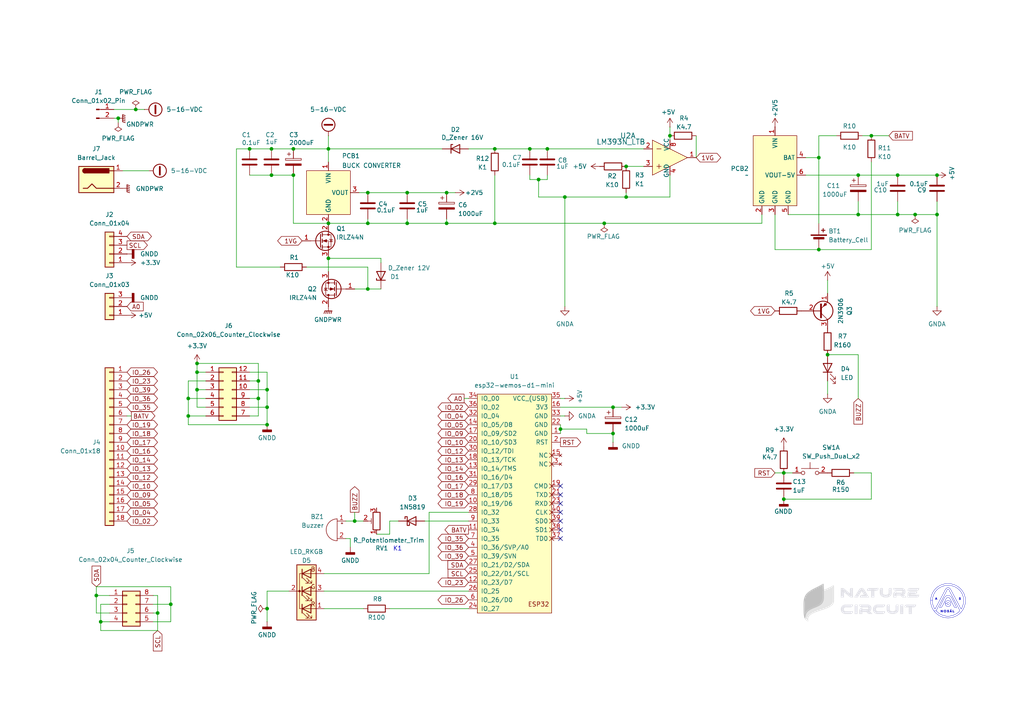
<source format=kicad_sch>
(kicad_sch (version 20231120) (generator "eeschema") (generator_version "8.0")
  (paper "A4")
  (title_block (title "enviroment-board") (date "2024-08-18") (rev "1") (company "NatureCircuit") (comment 1 "Designed by: Andreas Nosál"))
  (junction (at 153.67 43.18))
  (junction (at 74.93 110.49))
  (junction (at 39.37 31.75))
  (junction (at 77.47 123.19))
  (junction (at 260.35 62.23))
  (junction (at 163.83 57.15))
  (junction (at 181.61 57.15))
  (junction (at 156.21 52.07))
  (junction (at 143.51 43.18))
  (junction (at 78.74 43.18))
  (junction (at 240.03 102.87))
  (junction (at 54.61 120.65))
  (junction (at 95.25 74.93))
  (junction (at 106.68 83.82))
  (junction (at 194.31 39.37))
  (junction (at 49.53 175.26))
  (junction (at 45.72 177.8))
  (junction (at 260.35 50.8))
  (junction (at 129.54 55.88))
  (junction (at 78.74 50.8))
  (junction (at 227.33 137.16))
  (junction (at 57.15 105.41))
  (junction (at 77.47 176.53))
  (junction (at 118.11 55.88))
  (junction (at 85.09 43.18))
  (junction (at 143.51 64.77))
  (junction (at 95.25 43.18))
  (junction (at 34.29 34.29))
  (junction (at 29.21 180.34))
  (junction (at 181.61 48.26))
  (junction (at 237.49 72.39))
  (junction (at 77.47 118.11))
  (junction (at 102.87 151.13))
  (junction (at 57.15 107.95))
  (junction (at 158.75 43.18))
  (junction (at 227.33 144.78))
  (junction (at 177.8 118.11))
  (junction (at 129.54 64.77))
  (junction (at 74.93 115.57))
  (junction (at 265.43 62.23))
  (junction (at 162.56 124.46))
  (junction (at 248.92 50.8))
  (junction (at 252.73 39.37))
  (junction (at 248.92 62.23))
  (junction (at 72.39 43.18))
  (junction (at 85.09 50.8))
  (junction (at 27.94 172.72))
  (junction (at 177.8 125.73))
  (junction (at 118.11 64.77))
  (junction (at 237.49 45.72))
  (junction (at 57.15 113.03))
  (junction (at 106.68 64.77))
  (junction (at 95.25 64.77))
  (junction (at 77.47 113.03))
  (junction (at 271.78 50.8))
  (junction (at 271.78 62.23))
  (junction (at 175.26 64.77))
  (junction (at 54.61 115.57))
  (junction (at 106.68 55.88))
  (no_connect (at 162.56 153.67))
  (no_connect (at 162.56 140.97))
  (no_connect (at 162.56 146.05))
  (no_connect (at 162.56 143.51))
  (no_connect (at 162.56 156.21))
  (no_connect (at 162.56 148.59))
  (no_connect (at 162.56 151.13))
  (wire (pts (xy 106.68 77.47) (xy 106.68 83.82)))
  (wire (pts (xy 101.6 156.21) (xy 100.33 156.21)))
  (wire (pts (xy 177.8 125.73) (xy 177.8 128.27)))
  (wire (pts (xy 224.79 137.16) (xy 227.33 137.16)))
  (wire (pts (xy 77.47 180.34) (xy 77.47 176.53)))
  (wire (pts (xy 106.68 64.77) (xy 118.11 64.77)))
  (wire (pts (xy 129.54 64.77) (xy 143.51 64.77)))
  (wire (pts (xy 49.53 180.34) (xy 44.45 180.34)))
  (wire (pts (xy 74.93 110.49) (xy 74.93 115.57)))
  (wire (pts (xy 57.15 105.41) (xy 57.15 107.95)))
  (wire (pts (xy 227.33 144.78) (xy 252.73 144.78)))
  (wire (pts (xy 220.98 64.77) (xy 220.98 62.23)))
  (wire (pts (xy 77.47 107.95) (xy 77.47 113.03)))
  (wire (pts (xy 113.03 151.13) (xy 115.57 151.13)))
  (wire (pts (xy 271.78 88.9) (xy 271.78 62.23)))
  (wire (pts (xy 163.83 115.57) (xy 162.56 115.57)))
  (wire (pts (xy 129.54 55.88) (xy 132.08 55.88)))
  (wire (pts (xy 54.61 110.49) (xy 54.61 115.57)))
  (wire (pts (xy 129.54 63.5) (xy 129.54 64.77)))
  (wire (pts (xy 240.03 110.49) (xy 240.03 114.3)))
  (wire (pts (xy 29.21 175.26) (xy 31.75 175.26)))
  (wire (pts (xy 74.93 120.65) (xy 72.39 120.65)))
  (wire (pts (xy 102.87 151.13) (xy 100.33 151.13)))
  (wire (pts (xy 143.51 50.8) (xy 143.51 64.77)))
  (wire (pts (xy 95.25 74.93) (xy 110.49 74.93)))
  (wire (pts (xy 233.68 50.8) (xy 248.92 50.8)))
  (wire (pts (xy 43.18 49.53) (xy 35.56 49.53)))
  (wire (pts (xy 106.68 55.88) (xy 118.11 55.88)))
  (wire (pts (xy 162.56 124.46) (xy 162.56 125.73)))
  (wire (pts (xy 59.69 110.49) (xy 54.61 110.49)))
  (wire (pts (xy 123.19 151.13) (xy 135.89 151.13)))
  (wire (pts (xy 260.35 50.8) (xy 271.78 50.8)))
  (wire (pts (xy 170.18 124.46) (xy 170.18 125.73)))
  (wire (pts (xy 163.83 57.15) (xy 181.61 57.15)))
  (wire (pts (xy 181.61 57.15) (xy 194.31 57.15)))
  (wire (pts (xy 163.83 88.9) (xy 163.83 57.15)))
  (wire (pts (xy 54.61 120.65) (xy 59.69 120.65)))
  (wire (pts (xy 49.53 170.18) (xy 49.53 175.26)))
  (wire (pts (xy 180.34 118.11) (xy 177.8 118.11)))
  (wire (pts (xy 93.98 166.37) (xy 124.46 166.37)))
  (wire (pts (xy 128.27 43.18) (xy 95.25 43.18)))
  (wire (pts (xy 162.56 124.46) (xy 170.18 124.46)))
  (wire (pts (xy 228.6 62.23) (xy 248.92 62.23)))
  (wire (pts (xy 134.62 115.57) (xy 135.89 115.57)))
  (wire (pts (xy 248.92 102.87) (xy 248.92 115.57)))
  (wire (pts (xy 194.31 39.37) (xy 194.31 36.83)))
  (wire (pts (xy 104.14 55.88) (xy 106.68 55.88)))
  (wire (pts (xy 39.37 31.75) (xy 41.91 31.75)))
  (wire (pts (xy 45.72 172.72) (xy 44.45 172.72)))
  (wire (pts (xy 237.49 39.37) (xy 242.57 39.37)))
  (wire (pts (xy 44.45 175.26) (xy 49.53 175.26)))
  (wire (pts (xy 45.72 182.88) (xy 29.21 182.88)))
  (wire (pts (xy 250.19 39.37) (xy 252.73 39.37)))
  (wire (pts (xy 143.51 64.77) (xy 175.26 64.77)))
  (wire (pts (xy 252.73 39.37) (xy 257.81 39.37)))
  (wire (pts (xy 252.73 46.99) (xy 252.73 72.39)))
  (polyline (pts (xy 278.4047 173.941) (xy 278.4047 173.941)) (stroke (width 0.0079) (type solid)))
  (wire (pts (xy 118.11 63.5) (xy 118.11 64.77)))
  (wire (pts (xy 156.21 52.07) (xy 153.67 52.07)))
  (wire (pts (xy 113.03 151.13) (xy 113.03 154.94)))
  (wire (pts (xy 57.15 113.03) (xy 59.69 113.03)))
  (wire (pts (xy 260.35 62.23) (xy 265.43 62.23)))
  (wire (pts (xy 57.15 105.41) (xy 74.93 105.41)))
  (wire (pts (xy 77.47 118.11) (xy 77.47 123.19)))
  (wire (pts (xy 110.49 74.93) (xy 110.49 76.2)))
  (wire (pts (xy 240.03 81.28) (xy 240.03 85.09)))
  (wire (pts (xy 135.89 176.53) (xy 113.03 176.53)))
  (wire (pts (xy 248.92 62.23) (xy 260.35 62.23)))
  (wire (pts (xy 95.25 78.74) (xy 95.25 74.93)))
  (wire (pts (xy 153.67 43.18) (xy 158.75 43.18)))
  (wire (pts (xy 252.73 72.39) (xy 237.49 72.39)))
  (wire (pts (xy 106.68 63.5) (xy 106.68 64.77)))
  (wire (pts (xy 95.25 39.37) (xy 95.25 43.18)))
  (wire (pts (xy 29.21 180.34) (xy 31.75 180.34)))
  (wire (pts (xy 158.75 50.8) (xy 158.75 52.07)))
  (wire (pts (xy 105.41 151.13) (xy 102.87 151.13)))
  (wire (pts (xy 181.61 48.26) (xy 186.69 48.26)))
  (wire (pts (xy 227.33 137.16) (xy 229.87 137.16)))
  (wire (pts (xy 72.39 118.11) (xy 77.47 118.11)))
  (wire (pts (xy 101.6 158.75) (xy 101.6 156.21)))
  (wire (pts (xy 194.31 57.15) (xy 194.31 50.8)))
  (wire (pts (xy 74.93 115.57) (xy 74.93 120.65)))
  (wire (pts (xy 105.41 176.53) (xy 93.98 176.53)))
  (wire (pts (xy 158.75 43.18) (xy 186.69 43.18)))
  (wire (pts (xy 156.21 57.15) (xy 163.83 57.15)))
  (polyline (pts (xy 274.0918 177.5686) (xy 274.0918 177.5686)) (stroke (width 0.0079) (type solid)))
  (wire (pts (xy 135.89 148.59) (xy 124.46 148.59)))
  (wire (pts (xy 118.11 55.88) (xy 129.54 55.88)))
  (wire (pts (xy 224.79 62.23) (xy 224.79 72.39)))
  (wire (pts (xy 156.21 52.07) (xy 158.75 52.07)))
  (wire (pts (xy 118.11 64.77) (xy 129.54 64.77)))
  (wire (pts (xy 78.74 50.8) (xy 85.09 50.8)))
  (wire (pts (xy 74.93 105.41) (xy 74.93 110.49)))
  (wire (pts (xy 57.15 107.95) (xy 57.15 113.03)))
  (wire (pts (xy 27.94 177.8) (xy 31.75 177.8)))
  (wire (pts (xy 77.47 176.53) (xy 77.47 171.45)))
  (wire (pts (xy 57.15 118.11) (xy 59.69 118.11)))
  (wire (pts (xy 88.9 77.47) (xy 106.68 77.47)))
  (wire (pts (xy 45.72 177.8) (xy 44.45 177.8)))
  (wire (pts (xy 113.03 154.94) (xy 109.22 154.94)))
  (wire (pts (xy 102.87 148.59) (xy 102.87 151.13)))
  (wire (pts (xy 252.73 144.78) (xy 252.73 137.16)))
  (wire (pts (xy 27.94 170.18) (xy 49.53 170.18)))
  (wire (pts (xy 233.68 45.72) (xy 237.49 45.72)))
  (wire (pts (xy 77.47 113.03) (xy 77.47 118.11)))
  (wire (pts (xy 68.58 77.47) (xy 81.28 77.47)))
  (wire (pts (xy 95.25 43.18) (xy 85.09 43.18)))
  (wire (pts (xy 156.21 52.07) (xy 156.21 57.15)))
  (wire (pts (xy 27.94 170.18) (xy 27.94 172.72)))
  (wire (pts (xy 106.68 83.82) (xy 110.49 83.82)))
  (wire (pts (xy 72.39 115.57) (xy 74.93 115.57)))
  (wire (pts (xy 45.72 182.88) (xy 45.72 177.8)))
  (wire (pts (xy 54.61 120.65) (xy 54.61 123.19)))
  (wire (pts (xy 54.61 115.57) (xy 59.69 115.57)))
  (wire (pts (xy 248.92 62.23) (xy 248.92 58.42)))
  (wire (pts (xy 175.26 64.77) (xy 220.98 64.77)))
  (polyline (pts (xy 274.9726 177.5686) (xy 274.9726 177.5686)) (stroke (width 0.0079) (type solid)))
  (wire (pts (xy 72.39 110.49) (xy 74.93 110.49)))
  (wire (pts (xy 57.15 107.95) (xy 59.69 107.95)))
  (wire (pts (xy 252.73 137.16) (xy 247.65 137.16)))
  (wire (pts (xy 54.61 115.57) (xy 54.61 120.65)))
  (wire (pts (xy 162.56 123.19) (xy 162.56 124.46)))
  (wire (pts (xy 224.79 72.39) (xy 237.49 72.39)))
  (wire (pts (xy 153.67 52.07) (xy 153.67 50.8)))
  (wire (pts (xy 124.46 148.59) (xy 124.46 166.37)))
  (wire (pts (xy 72.39 113.03) (xy 77.47 113.03)))
  (wire (pts (xy 248.92 102.87) (xy 240.03 102.87)))
  (wire (pts (xy 33.02 34.29) (xy 34.29 34.29)))
  (wire (pts (xy 85.09 64.77) (xy 95.25 64.77)))
  (wire (pts (xy 95.25 43.18) (xy 95.25 46.99)))
  (wire (pts (xy 95.25 64.77) (xy 106.68 64.77)))
  (wire (pts (xy 163.83 120.65) (xy 162.56 120.65)))
  (wire (pts (xy 33.02 31.75) (xy 39.37 31.75)))
  (wire (pts (xy 93.98 171.45) (xy 135.89 171.45)))
  (wire (pts (xy 135.89 43.18) (xy 143.51 43.18)))
  (wire (pts (xy 85.09 50.8) (xy 85.09 64.77)))
  (wire (pts (xy 29.21 182.88) (xy 29.21 180.34)))
  (wire (pts (xy 85.09 43.18) (xy 78.74 43.18)))
  (wire (pts (xy 237.49 39.37) (xy 237.49 45.72)))
  (wire (pts (xy 143.51 43.18) (xy 153.67 43.18)))
  (wire (pts (xy 27.94 172.72) (xy 27.94 177.8)))
  (wire (pts (xy 68.58 43.18) (xy 68.58 77.47)))
  (wire (pts (xy 34.29 35.56) (xy 34.29 34.29)))
  (wire (pts (xy 170.18 125.73) (xy 177.8 125.73)))
  (wire (pts (xy 237.49 45.72) (xy 237.49 64.77)))
  (wire (pts (xy 38.1 120.65) (xy 36.83 120.65)))
  (wire (pts (xy 271.78 62.23) (xy 271.78 58.42)))
  (wire (pts (xy 177.8 118.11) (xy 162.56 118.11)))
  (wire (pts (xy 49.53 175.26) (xy 49.53 180.34)))
  (wire (pts (xy 102.87 83.82) (xy 106.68 83.82)))
  (wire (pts (xy 68.58 43.18) (xy 72.39 43.18)))
  (wire (pts (xy 27.94 172.72) (xy 31.75 172.72)))
  (wire (pts (xy 260.35 58.42) (xy 260.35 62.23)))
  (wire (pts (xy 77.47 171.45) (xy 83.82 171.45)))
  (wire (pts (xy 194.31 39.37) (xy 194.31 40.64)))
  (wire (pts (xy 72.39 43.18) (xy 78.74 43.18)))
  (wire (pts (xy 54.61 123.19) (xy 77.47 123.19)))
  (wire (pts (xy 29.21 180.34) (xy 29.21 175.26)))
  (wire (pts (xy 72.39 50.8) (xy 78.74 50.8)))
  (wire (pts (xy 248.92 50.8) (xy 260.35 50.8)))
  (wire (pts (xy 72.39 107.95) (xy 77.47 107.95)))
  (wire (pts (xy 57.15 113.03) (xy 57.15 118.11)))
  (wire (pts (xy 265.43 62.23) (xy 271.78 62.23)))
  (wire (pts (xy 45.72 177.8) (xy 45.72 172.72)))
  (wire (pts (xy 201.93 39.37) (xy 201.93 45.72)))
  (wire (pts (xy 181.61 57.15) (xy 181.61 55.88)))
  (polyline (pts (xy 238.76 170.18) (xy 238.8087 170.7896) (xy 238.8087 172.72) (xy 238.8093 173.0077) (xy 238.8065 173.2875) (xy 238.802 173.4248) (xy 238.7942 173.5605) (xy 238.7823 173.6947) (xy 238.7657 173.8276) (xy 238.7434 173.9591) (xy 238.7147 174.0895) (xy 238.6787 174.2188) (xy 238.6347 174.3472) (xy 238.5819 174.4748) (xy 238.5194 174.6016) (xy 238.4464 174.7278) (xy 238.3622 174.8536) (xy 238.3041 174.9304) (xy 238.2432 175.0031) (xy 238.1798 175.0717) (xy 238.1138 175.1367) (xy 238.0456 175.1982) (xy 237.9751 175.2567) (xy 237.9026 175.3123) (xy 237.8283 175.3653) (xy 237.7522 175.416) (xy 237.6745 175.4647) (xy 237.5954 175.5116) (xy 237.5149 175.5571) (xy 237.3508 175.6448) (xy 237.1831 175.7299) (xy 237.0217 175.8075) (xy 236.855 175.8826) (xy 236.5091 176.0275) (xy 235.795 176.3138) (xy 235.442 176.4654) (xy 235.2699 176.5454) (xy 235.1019 176.6291) (xy 234.939 176.7172) (xy 234.7822 176.8102) (xy 234.6325 176.9088) (xy 234.4907 177.0136) (xy 234.4135 177.076) (xy 234.3383 177.1402) (xy 234.2655 177.2063) (xy 234.195 177.2743) (xy 234.1271 177.3442) (xy 234.0619 177.4162) (xy 233.9995 177.4901) (xy 233.94 177.5663) (xy 233.8836 177.6445) (xy 233.8305 177.725) (xy 233.7807 177.8077) (xy 233.7344 177.8928) (xy 233.6918 177.9802) (xy 233.6529 178.0701) (xy 233.6179 178.1624) (xy 233.587 178.2572) (xy 233.4792 179.1719) (xy 233.43 179.0116) (xy 233.3874 178.8525) (xy 233.351 178.6945) (xy 233.3203 178.5373) (xy 233.2948 178.3807) (xy 233.2739 178.2245) (xy 233.2574 178.0684) (xy 233.2446 177.9122) (xy 233.2284 177.5987) (xy 233.2216 177.2819) (xy 233.2207 176.6316) (xy 233.2034 175.5526) (xy 233.2047 175.0093) (xy 233.2144 174.739) (xy 233.2328 174.4705) (xy 233.2618 174.2044) (xy 233.3032 173.9415) (xy 233.3589 173.6823) (xy 233.431 173.4276) (xy 233.5211 173.1779) (xy 233.6314 172.934) (xy 233.7636 172.6964) (xy 233.8386 172.5803) (xy 233.9197 172.466) (xy 233.9907 172.3748) (xy 234.0668 172.2852) (xy 234.2331 172.1105) (xy 234.4167 171.9417) (xy 234.6152 171.7786) (xy 234.8266 171.6211) (xy 235.0487 171.4691) (xy 235.2794 171.3224) (xy 235.5164 171.1809) (xy 235.7578 171.0444) (xy 236.0013 170.9128) (xy 236.486 170.6638) (xy 237.3863 170.2181) (xy 238.76 169.4688) (xy 238.76 170.18)) (stroke (width 0.2999) (type solid) (color 193 193 193 1)) (fill (type color) (color 193 193 193 1)))
  (polyline (pts (xy 265.6597 175.4959) (xy 265.6591 175.5206) (xy 265.6571 175.5452) (xy 265.6539 175.5699) (xy 265.6493 175.5946) (xy 265.6434 175.6193) (xy 265.6362 175.6441) (xy 265.6277 175.6688) (xy 265.6179 175.6936) (xy 265.6068 175.7183) (xy 265.5943 175.7431) (xy 265.5806 175.7679) (xy 265.5656 175.7927) (xy 265.5492 175.8176) (xy 265.5316 175.8424) (xy 265.5126 175.8673) (xy 265.4923 175.8922) (xy 265.4701 175.9176) (xy 265.4462 175.9414) (xy 265.4207 175.9636) (xy 265.3936 175.9841) (xy 265.3648 176.003) (xy 265.3344 176.0203) (xy 265.3023 176.0359) (xy 265.2686 176.0498) (xy 265.2333 176.0621) (xy 265.1963 176.0728) (xy 265.1576 176.0818) (xy 265.1173 176.0892) (xy 265.0754 176.095) (xy 265.0318 176.0991) (xy 264.9866 176.1016) (xy 264.9398 176.1024) (xy 264.4226 176.1024) (xy 264.4226 178.0539) (xy 263.6208 178.0539) (xy 263.6208 176.1024) (xy 262.3893 176.1024) (xy 262.3893 175.9889) (xy 262.3899 175.9644) (xy 262.3919 175.9399) (xy 262.3953 175.9153) (xy 262.3999 175.8906) (xy 262.406 175.8659) (xy 262.4133 175.8411) (xy 262.422 175.8162) (xy 262.432 175.7912) (xy 262.4434 175.7662) (xy 262.4561 175.7411) (xy 262.4701 175.7159) (xy 262.4855 175.6907) (xy 262.5022 175.6653) (xy 262.5203 175.6399) (xy 262.5397 175.6145) (xy 262.5604 175.5889) (xy 262.5799 175.571) (xy 262.5991 175.5541) (xy 262.6177 175.5382) (xy 262.636 175.5233) (xy 262.6538 175.5094) (xy 262.6712 175.4965) (xy 262.6881 175.4845) (xy 262.7046 175.4736) (xy 262.7206 175.4636) (xy 262.7363 175.4546) (xy 262.7515 175.4466) (xy 262.7662 175.4396) (xy 262.7805 175.4336) (xy 262.7944 175.4286) (xy 262.8078 175.4245) (xy 262.8208 175.4215) (xy 262.8439 175.4132) (xy 262.8664 175.406) (xy 262.8885 175.3999) (xy 262.8994 175.3973) (xy 262.9101 175.395) (xy 262.9208 175.3929) (xy 262.9313 175.3911) (xy 262.9417 175.3896) (xy 262.952 175.3883) (xy 262.9622 175.3874) (xy 262.9722 175.3867) (xy 262.9822 175.3863) (xy 262.992 175.3861) (xy 265.6597 175.3861) (xy 265.6597 175.4959)) (stroke (width 0.06) (type solid) (color 226 226 232 1)) (fill (type color) (color 226 226 232 1)))
  (polyline (pts (xy 256.6668 175.4215) (xy 256.6659 175.4542) (xy 256.6632 175.4866) (xy 256.6586 175.5188) (xy 256.6523 175.5508) (xy 256.6441 175.5825) (xy 256.6341 175.614) (xy 256.6223 175.6453) (xy 256.6087 175.6763) (xy 256.5932 175.7072) (xy 256.576 175.7377) (xy 256.5569 175.7681) (xy 256.536 175.7982) (xy 256.5133 175.8281) (xy 256.4888 175.8577) (xy 256.4624 175.8872) (xy 256.4343 175.9163) (xy 256.4171 175.9309) (xy 256.4001 175.9447) (xy 256.3832 175.9578) (xy 256.3664 175.9703) (xy 256.3497 175.982) (xy 256.3331 175.9931) (xy 256.3167 176.0034) (xy 256.3003 176.0131) (xy 256.284 176.0221) (xy 256.2676 176.0306) (xy 256.2512 176.0386) (xy 256.2347 176.0461) (xy 256.2182 176.053) (xy 256.2016 176.0595) (xy 256.1849 176.0654) (xy 256.1682 176.0707) (xy 256.1514 176.0752) (xy 256.1344 176.0793) (xy 256.1172 176.0831) (xy 256.0999 176.0866) (xy 256.0823 176.0896) (xy 256.0646 176.0924) (xy 256.0468 176.0948) (xy 256.0287 176.0968) (xy 256.0103 176.0981) (xy 255.9915 176.0992) (xy 255.9524 176.101) (xy 255.9115 176.102) (xy 255.8687 176.1024) (xy 254.6111 176.1024) (xy 254.563 176.1038) (xy 254.5167 176.1082) (xy 254.4724 176.1154) (xy 254.4299 176.1255) (xy 254.3892 176.1385) (xy 254.3505 176.1544) (xy 254.3136 176.1732) (xy 254.2786 176.1949) (xy 254.2455 176.2195) (xy 254.2142 176.247) (xy 254.1848 176.2774) (xy 254.1573 176.3106) (xy 254.1317 176.3468) (xy 254.1079 176.3858) (xy 254.086 176.4278) (xy 254.066 176.4726) (xy 254.0613 176.4866) (xy 254.0569 176.5008) (xy 254.0528 176.5151) (xy 254.0489 176.5296) (xy 254.0454 176.5442) (xy 254.0422 176.5589) (xy 254.0393 176.5738) (xy 254.0367 176.5889) (xy 254.0344 176.604) (xy 254.0325 176.6194) (xy 254.0308 176.6349) (xy 254.0294 176.6505) (xy 254.0283 176.6663) (xy 254.0276 176.6822) (xy 254.027 176.7144) (xy 254.027 176.7293) (xy 254.0287 176.7879) (xy 254.034 176.8436) (xy 254.0427 176.8965) (xy 254.055 176.9466) (xy 254.0624 176.9706) (xy 254.0708 176.9939) (xy 254.0799 177.0164) (xy 254.09 177.0383) (xy 254.101 177.0594) (xy 254.1128 177.0798) (xy 254.1255 177.0996) (xy 254.1391 177.1186) (xy 254.1535 177.1369) (xy 254.1688 177.1545) (xy 254.185 177.1714) (xy 254.2021 177.1876) (xy 254.2201 177.203) (xy 254.2389 177.2178) (xy 254.2586 177.2319) (xy 254.2792 177.2452) (xy 254.3006 177.2578) (xy 254.3229 177.2698) (xy 254.3702 177.2915) (xy 254.421 177.3104) (xy 254.4753 177.3265) (xy 254.5187 177.3314) (xy 254.5558 177.3349) (xy 254.572 177.3361) (xy 254.5866 177.3369) (xy 254.5996 177.3375) (xy 254.6111 177.3376) (xy 256.6668 177.3376) (xy 256.6668 177.3767) (xy 256.6658 177.4106) (xy 256.6629 177.4442) (xy 256.6579 177.4775) (xy 256.651 177.5107) (xy 256.6421 177.5436) (xy 256.6312 177.5762) (xy 256.6184 177.6087) (xy 256.6036 177.6409) (xy 256.5868 177.6729) (xy 256.568 177.7046) (xy 256.5472 177.7361) (xy 256.5245 177.7674) (xy 256.4998 177.7984) (xy 256.4731 177.8292) (xy 256.4444 177.8598) (xy 256.4138 177.8902) (xy 256.3864 177.91) (xy 256.3592 177.9285) (xy 256.332 177.9458) (xy 256.305 177.9618) (xy 256.2781 177.9765) (xy 256.2513 177.9899) (xy 256.2246 178.0021) (xy 256.198 178.013) (xy 256.1715 178.0225) (xy 256.1452 178.0309) (xy 256.119 178.0379) (xy 256.0929 178.0436) (xy 256.0669 178.0481) (xy 256.041 178.0513) (xy 256.0153 178.0532) (xy 255.9896 178.0539) (xy 254.5925 178.0539) (xy 254.551 178.0534) (xy 254.5098 178.0518) (xy 254.469 178.0493) (xy 254.4286 178.0457) (xy 254.3885 178.041) (xy 254.3488 178.0354) (xy 254.3095 178.0287) (xy 254.2705 178.021) (xy 254.2318 178.0123) (xy 254.1936 178.0025) (xy 254.1557 177.9917) (xy 254.1181 177.9799) (xy 254.0809 177.9671) (xy 254.0441 177.9532) (xy 254.0077 177.9383) (xy 253.9716 177.9224) (xy 253.9358 177.9055) (xy 253.9005 177.8875) (xy 253.8655 177.8685) (xy 253.8308 177.8485) (xy 253.7965 177.8274) (xy 253.7626 177.8053) (xy 253.729 177.7822) (xy 253.6958 177.7581) (xy 253.6393 177.7073) (xy 253.5864 177.6551) (xy 253.5371 177.6013) (xy 253.4915 177.546) (xy 253.4496 177.4892) (xy 253.4113 177.4309) (xy 253.3766 177.3711) (xy 253.3456 177.3097) (xy 253.3183 177.2469) (xy 253.2945 177.1825) (xy 253.2745 177.1167) (xy 253.2581 177.0493) (xy 253.2453 176.9804) (xy 253.2362 176.91) (xy 253.2307 176.8381) (xy 253.2289 176.7647) (xy 253.2289 176.6865) (xy 253.2304 176.6215) (xy 253.2348 176.5574) (xy 253.2422 176.4944) (xy 253.2525 176.4324) (xy 253.2658 176.3714) (xy 253.282 176.3114) (xy 253.3012 176.2524) (xy 253.3233 176.1945) (xy 253.3484 176.1375) (xy 253.3764 176.0816) (xy 253.4074 176.0267) (xy 253.4413 175.9728) (xy 253.4782 175.92) (xy 253.518 175.8681) (xy 253.5608 175.8173) (xy 253.6065 175.7675) (xy 253.659 175.7213) (xy 253.7127 175.6781) (xy 253.7677 175.6379) (xy 253.824 175.6007) (xy 253.8814 175.5664) (xy 253.9402 175.5351) (xy 254.0002 175.5068) (xy 254.0614 175.4815) (xy 254.1239 175.4591) (xy 254.1876 175.4398) (xy 254.2526 175.4234) (xy 254.3188 175.41) (xy 254.3863 175.3995) (xy 254.455 175.3921) (xy 254.525 175.3876) (xy 254.5962 175.3861) (xy 256.6668 175.3861) (xy 256.6668 175.4215)) (stroke (width 0.06) (type solid) (color 226 226 232 1)) (fill (type color) (color 226 226 232 1)))
  (polyline (pts (xy 241.7048 169.8846) (xy 241.721 169.9354) (xy 241.7341 169.9974) (xy 241.7446 170.0692) (xy 241.7526 170.1493) (xy 241.7585 170.2361) (xy 241.7624 170.3281) (xy 241.7657 170.5219) (xy 241.7556 171.2053) (xy 241.7556 173.6437) (xy 241.7629 174.0647) (xy 241.7635 174.161) (xy 241.7621 174.2547) (xy 241.7578 174.3464) (xy 241.7498 174.4366) (xy 241.7373 174.5258) (xy 241.7194 174.6146) (xy 241.6953 174.7035) (xy 241.6643 174.793) (xy 241.6256 174.8837) (xy 241.5782 174.976) (xy 241.5214 175.0705) (xy 241.4544 175.1677) (xy 241.4018 175.2358) (xy 241.3449 175.3024) (xy 241.2839 175.3676) (xy 241.2191 175.4314) (xy 241.0789 175.5549) (xy 240.926 175.6727) (xy 240.7622 175.7851) (xy 240.5894 175.892) (xy 240.4093 175.9935) (xy 240.2238 176.0898) (xy 240.0345 176.1807) (xy 239.8434 176.2665) (xy 239.6523 176.3471) (xy 239.4629 176.4226) (xy 239.0964 176.5586) (xy 238.7584 176.675) (xy 237.9431 176.9438) (xy 237.5364 177.08) (xy 237.1318 177.2215) (xy 236.7305 177.3711) (xy 236.3336 177.5321) (xy 235.9424 177.7073) (xy 235.7493 177.8012) (xy 235.558 177.8998) (xy 235.3842 177.9958) (xy 235.2211 178.0941) (xy 235.0691 178.1955) (xy 234.9287 178.3005) (xy 234.8002 178.41) (xy 234.7405 178.4665) (xy 234.684 178.5244) (xy 234.6307 178.5838) (xy 234.5805 178.6446) (xy 234.5337 178.7071) (xy 234.4902 178.7712) (xy 234.4501 178.8371) (xy 234.4134 178.9049) (xy 234.3802 178.9746) (xy 234.3505 179.0463) (xy 234.3245 179.1201) (xy 234.302 179.1962) (xy 234.2832 179.2744) (xy 234.2682 179.3551) (xy 234.2569 179.4382) (xy 234.2495 179.5238) (xy 234.2459 179.612) (xy 234.2463 179.703) (xy 234.2506 179.7967) (xy 234.259 179.8932) (xy 234.2714 179.9928) (xy 234.288 180.0953) (xy 234.2227 180.0573) (xy 234.156 180.0127) (xy 234.0885 179.9621) (xy 234.0209 179.9062) (xy 233.9539 179.8455) (xy 233.888 179.7806) (xy 233.824 179.712) (xy 233.7625 179.6404) (xy 233.7041 179.5664) (xy 233.6496 179.4905) (xy 233.5994 179.4133) (xy 233.5544 179.3354) (xy 233.5151 179.2574) (xy 233.4822 179.1798) (xy 233.4683 179.1414) (xy 233.4563 179.1034) (xy 233.4462 179.0657) (xy 233.4381 179.0285) (xy 233.4303 178.9803) (xy 233.4248 178.9309) (xy 233.4206 178.8285) (xy 233.425 178.7224) (xy 233.4374 178.6134) (xy 233.4572 178.5024) (xy 233.4838 178.3902) (xy 233.5166 178.2779) (xy 233.5551 178.1662) (xy 233.5985 178.0561) (xy 233.6463 177.9484) (xy 233.698 177.844) (xy 233.7528 177.7438) (xy 233.8103 177.6487) (xy 233.8698 177.5596) (xy 233.9307 177.4774) (xy 233.9924 177.4029) (xy 234.0935 177.2945) (xy 234.2001 177.1922) (xy 234.3119 177.0956) (xy 234.4284 177.0043) (xy 234.6745 176.836) (xy 234.9353 176.6843) (xy 235.2079 176.546) (xy 235.4894 176.418) (xy 236.0672 176.1803) (xy 236.6451 175.9462) (xy 236.9268 175.8226) (xy 237.1996 175.6906) (xy 237.4608 175.5469) (xy 237.7072 175.3885) (xy 237.824 175.3028) (xy 237.936 175.2122) (xy 238.0429 175.1163) (xy 238.1443 175.0148) (xy 238.2172 174.9329) (xy 238.2845 174.8483) (xy 238.3463 174.7611) (xy 238.4029 174.6714) (xy 238.4545 174.5795) (xy 238.5013 174.4853) (xy 238.5435 174.3891) (xy 238.5813 174.2909) (xy 238.6449 174.0895) (xy 238.6937 173.882) (xy 238.7295 173.6695) (xy 238.7541 173.4532) (xy 238.7692 173.2341) (xy 238.7766 173.0133) (xy 238.7754 172.571) (xy 238.7584 171.7133) (xy 238.7574 171.6224) (xy 238.7577 171.5716) (xy 238.7585 171.5457) (xy 238.7599 171.5198) (xy 238.7621 171.4941) (xy 238.7651 171.4688) (xy 238.7691 171.4442) (xy 238.7743 171.4206) (xy 238.7807 171.3981) (xy 238.7885 171.377) (xy 238.7978 171.3575) (xy 238.803 171.3485) (xy 238.8087 171.34) (xy 238.8174 171.3294) (xy 238.8286 171.3185) (xy 238.8579 171.2958) (xy 238.8953 171.2721) (xy 238.9396 171.2476) (xy 238.9896 171.2228) (xy 239.0441 171.1977) (xy 239.1618 171.1479) (xy 239.283 171.1003) (xy 239.3981 171.0571) (xy 239.5712 170.992) (xy 239.8334 170.8843) (xy 240.1093 170.7661) (xy 240.3925 170.6382) (xy 240.6771 170.5015) (xy 240.9567 170.3569) (xy 241.0928 170.2819) (xy 241.2254 170.2053) (xy 241.3536 170.1271) (xy 241.4768 170.0476) (xy 241.5941 169.9666) (xy 241.7048 169.8845) (xy 241.7048 169.8846)) (stroke (width 0.2999) (type solid) (color 230 230 230 1)) (fill (type color) (color 230 230 230 1)))
  (polyline (pts (xy 254.7618 170.7059) (xy 254.7612 170.7306) (xy 254.7592 170.7552) (xy 254.7559 170.7799) (xy 254.7513 170.8046) (xy 254.7455 170.8293) (xy 254.7383 170.8541) (xy 254.7298 170.8788) (xy 254.72 170.9036) (xy 254.7088 170.9283) (xy 254.6964 170.9531) (xy 254.6827 170.9779) (xy 254.6676 171.0027) (xy 254.6513 171.0276) (xy 254.6336 171.0524) (xy 254.6147 171.0773) (xy 254.5944 171.1022) (xy 254.5722 171.1276) (xy 254.5483 171.1514) (xy 254.5228 171.1736) (xy 254.4957 171.1941) (xy 254.4669 171.213) (xy 254.4365 171.2303) (xy 254.4044 171.2459) (xy 254.3707 171.2598) (xy 254.3353 171.2721) (xy 254.2983 171.2828) (xy 254.2597 171.2918) (xy 254.2194 171.2992) (xy 254.1775 171.305) (xy 254.1339 171.3091) (xy 254.0887 171.3116) (xy 254.0419 171.3124) (xy 253.5247 171.3124) (xy 253.5247 173.2639) (xy 252.7229 173.2639) (xy 252.7229 171.3124) (xy 251.4913 171.3124) (xy 251.4913 171.1989) (xy 251.492 171.1744) (xy 251.494 171.1499) (xy 251.4973 171.1253) (xy 251.502 171.1006) (xy 251.508 171.0759) (xy 251.5154 171.0511) (xy 251.5241 171.0262) (xy 251.5341 171.0012) (xy 251.5455 170.9762) (xy 251.5582 170.9511) (xy 251.5722 170.9259) (xy 251.5876 170.9007) (xy 251.6043 170.8753) (xy 251.6223 170.8499) (xy 251.6417 170.8245) (xy 251.6625 170.7989) (xy 251.682 170.781) (xy 251.7011 170.7642) (xy 251.7198 170.7483) (xy 251.738 170.7333) (xy 251.7558 170.7194) (xy 251.7732 170.7065) (xy 251.7901 170.6945) (xy 251.8066 170.6836) (xy 251.8227 170.6736) (xy 251.8383 170.6646) (xy 251.8535 170.6566) (xy 251.8683 170.6496) (xy 251.8826 170.6436) (xy 251.8965 170.6386) (xy 251.9099 170.6345) (xy 251.9229 170.6315) (xy 251.9459 170.6232) (xy 251.9685 170.616) (xy 251.9906 170.6099) (xy 252.0015 170.6073) (xy 252.0122 170.605) (xy 252.0228 170.6029) (xy 252.0334 170.6011) (xy 252.0438 170.5996) (xy 252.0541 170.5983) (xy 252.0642 170.5974) (xy 252.0743 170.5967) (xy 252.0842 170.5963) (xy 252.0941 170.5961) (xy 254.7618 170.5961) (xy 254.7618 170.7059)) (stroke (width 0.06) (type solid) (color 226 226 232 1)) (fill (type color) (color 226 226 231 1)))
  (polyline (pts (xy 274.9927 176.9288) (xy 275.0015 176.9291) (xy 275.01 176.9298) (xy 275.0183 176.9306) (xy 275.0264 176.9317) (xy 275.0343 176.9331) (xy 275.042 176.9346) (xy 275.0495 176.9364) (xy 275.0568 176.9384) (xy 275.0639 176.9406) (xy 275.0708 176.9431) (xy 275.0776 176.9457) (xy 275.0841 176.9486) (xy 275.0905 176.9516) (xy 275.0967 176.9549) (xy 275.1028 176.9583) (xy 275.1087 176.962) (xy 275.1144 176.9658) (xy 275.1199 176.9698) (xy 275.1254 176.974) (xy 275.1306 176.9783) (xy 275.1357 176.9829) (xy 275.1456 176.9924) (xy 275.1548 177.0026) (xy 275.1636 177.0134) (xy 275.1719 177.0247) (xy 275.1798 177.0366) (xy 275.1812 177.0389) (xy 275.1824 177.0411) (xy 275.1836 177.0433) (xy 275.1846 177.0455) (xy 275.1856 177.0477) (xy 275.1864 177.0498) (xy 275.1871 177.052) (xy 275.1878 177.0541) (xy 275.1883 177.0562) (xy 275.1887 177.0582) (xy 275.1891 177.0602) (xy 275.1893 177.0622) (xy 275.1894 177.0642) (xy 275.1894 177.0662) (xy 275.1894 177.0681) (xy 275.1892 177.0699) (xy 275.1889 177.0718) (xy 275.1885 177.0736) (xy 275.1881 177.0753) (xy 275.1875 177.0771) (xy 275.1868 177.0788) (xy 275.1861 177.0804) (xy 275.1852 177.082) (xy 275.1843 177.0836) (xy 275.1832 177.0851) (xy 275.1821 177.0865) (xy 275.1809 177.0879) (xy 275.1796 177.0893) (xy 275.1782 177.0906) (xy 275.1767 177.0919) (xy 275.1751 177.0931) (xy 275.1734 177.0942) (xy 275.1715 177.0954) (xy 275.1696 177.0964) (xy 275.1676 177.0973) (xy 275.1656 177.098) (xy 275.1636 177.0987) (xy 275.1615 177.0992) (xy 275.1595 177.0996) (xy 275.1574 177.0999) (xy 275.1553 177.1001) (xy 275.1532 177.1002) (xy 275.1511 177.1002) (xy 275.149 177.1) (xy 275.1469 177.0998) (xy 275.1449 177.0994) (xy 275.1428 177.099) (xy 275.1408 177.0984) (xy 275.1388 177.0978) (xy 275.1368 177.097) (xy 275.1348 177.0962) (xy 275.1329 177.0953) (xy 275.131 177.0942) (xy 275.1292 177.0931) (xy 275.1274 177.0919) (xy 275.1257 177.0906) (xy 275.124 177.0893) (xy 275.1224 177.0878) (xy 275.1208 177.0863) (xy 275.1194 177.0847) (xy 275.1179 177.083) (xy 275.1166 177.0812) (xy 275.1154 177.0794) (xy 275.1142 177.0774) (xy 275.1091 177.0691) (xy 275.1036 177.0612) (xy 275.0978 177.0538) (xy 275.0916 177.0468) (xy 275.0851 177.0403) (xy 275.0781 177.0343) (xy 275.0707 177.0288) (xy 275.0628 177.0238) (xy 275.0544 177.0194) (xy 275.0456 177.0155) (xy 275.0363 177.0121) (xy 275.0264 177.0093) (xy 275.016 177.007) (xy 275.0051 177.0054) (xy 274.9935 177.0043) (xy 274.9814 177.0038) (xy 274.9668 177.004) (xy 274.9596 177.0044) (xy 274.9527 177.005) (xy 274.9458 177.0057) (xy 274.9391 177.0066) (xy 274.9326 177.0077) (xy 274.9262 177.009) (xy 274.92 177.0105) (xy 274.914 177.0121) (xy 274.9082 177.0139) (xy 274.9025 177.0159) (xy 274.8971 177.0181) (xy 274.8919 177.0205) (xy 274.8869 177.0231) (xy 274.8821 177.0258) (xy 274.8775 177.0288) (xy 274.8732 177.0319) (xy 274.8692 177.0352) (xy 274.8653 177.0387) (xy 274.8618 177.0424) (xy 274.8585 177.0463) (xy 274.8555 177.0504) (xy 274.8528 177.0547) (xy 274.8504 177.0592) (xy 274.8482 177.0638) (xy 274.8464 177.0687) (xy 274.8449 177.0737) (xy 274.8437 177.0789) (xy 274.8429 177.0844) (xy 274.8424 177.09) (xy 274.8422 177.0958) (xy 274.8425 177.1048) (xy 274.8436 177.1137) (xy 274.8456 177.1224) (xy 274.8485 177.1309) (xy 274.8525 177.1392) (xy 274.8577 177.1472) (xy 274.8607 177.1511) (xy 274.8641 177.1549) (xy 274.8678 177.1586) (xy 274.8719 177.1622) (xy 274.8763 177.1657) (xy 274.8811 177.1692) (xy 274.8864 177.1724) (xy 274.892 177.1756) (xy 274.9045 177.1816) (xy 274.9188 177.187) (xy 274.935 177.1918) (xy 274.9531 177.196) (xy 274.9734 177.1995) (xy 274.9958 177.2022) (xy 275.0076 177.2036) (xy 275.019 177.2053) (xy 275.0301 177.2073) (xy 275.041 177.2096) (xy 275.0515 177.2122) (xy 275.0616 177.2151) (xy 275.0715 177.2183) (xy 275.0809 177.2218) (xy 275.0901 177.2256) (xy 275.0989 177.2297) (xy 275.1074 177.2341) (xy 275.1155 177.2387) (xy 275.1232 177.2437) (xy 275.1306 177.2489) (xy 275.1376 177.2545) (xy 275.1443 177.2602) (xy 275.1506 177.2663) (xy 275.1565 177.2726) (xy 275.162 177.2792) (xy 275.1671 177.2861) (xy 275.1719 177.2932) (xy 275.1762 177.3006) (xy 275.1802 177.3082) (xy 275.1838 177.3161) (xy 275.1869 177.3242) (xy 275.1897 177.3326) (xy 275.192 177.3412) (xy 275.1939 177.3501) (xy 275.1954 177.3592) (xy 275.1965 177.3685) (xy 275.1972 177.3781) (xy 275.1974 177.3878) (xy 275.1971 177.399) (xy 275.1961 177.4098) (xy 275.1946 177.4202) (xy 275.1924 177.4303) (xy 275.1898 177.44) (xy 275.1865 177.4494) (xy 275.1827 177.4584) (xy 275.1785 177.4671) (xy 275.1737 177.4754) (xy 275.1684 177.4833) (xy 275.1628 177.4909) (xy 275.1566 177.4981) (xy 275.1501 177.505) (xy 275.1432 177.5115) (xy 275.1358 177.5177) (xy 275.1282 177.5235) (xy 275.1202 177.529) (xy 275.1119 177.5341) (xy 275.0943 177.5433) (xy 275.0758 177.551) (xy 275.0563 177.5574) (xy 275.0361 177.5623) (xy 275.0153 177.5658) (xy 274.9941 177.5679) (xy 274.9726 177.5686) (xy 274.963 177.5685) (xy 274.9535 177.568) (xy 274.944 177.5673) (xy 274.9347 177.5663) (xy 274.9254 177.565) (xy 274.9162 177.5634) (xy 274.9071 177.5616) (xy 274.8981 177.5595) (xy 274.8893 177.5571) (xy 274.8806 177.5544) (xy 274.872 177.5516) (xy 274.8636 177.5484) (xy 274.8554 177.5451) (xy 274.8473 177.5414) (xy 274.8395 177.5376) (xy 274.8318 177.5335) (xy 274.8243 177.5292) (xy 274.8171 177.5247) (xy 274.81 177.52) (xy 274.8032 177.5151) (xy 274.7967 177.51) (xy 274.7904 177.5046) (xy 274.7844 177.4991) (xy 274.7786 177.4934) (xy 274.7732 177.4875) (xy 274.768 177.4814) (xy 274.7631 177.4751) (xy 274.7586 177.4687) (xy 274.7544 177.4621) (xy 274.7505 177.4554) (xy 274.747 177.4485) (xy 274.7438 177.4414) (xy 274.7429 177.4393) (xy 274.7421 177.4373) (xy 274.7414 177.4352) (xy 274.7409 177.4331) (xy 274.7405 177.4311) (xy 274.7402 177.429) (xy 274.7401 177.427) (xy 274.7401 177.425) (xy 274.7402 177.4231) (xy 274.7404 177.4211) (xy 274.7407 177.4192) (xy 274.7412 177.4174) (xy 274.7417 177.4156) (xy 274.7424 177.4138) (xy 274.7432 177.412) (xy 274.7441 177.4103) (xy 274.7451 177.4087) (xy 274.7462 177.4071) (xy 274.7474 177.4056) (xy 274.7488 177.4041) (xy 274.7502 177.4027) (xy 274.7518 177.4013) (xy 274.7534 177.4) (xy 274.7551 177.3988) (xy 274.757 177.3977) (xy 274.7589 177.3966) (xy 274.761 177.3956) (xy 274.7631 177.3947) (xy 274.7653 177.3938) (xy 274.7677 177.3931) (xy 274.7701 177.3924) (xy 274.7726 177.3918) (xy 274.7744 177.3915) (xy 274.7762 177.3913) (xy 274.778 177.3911) (xy 274.7798 177.391) (xy 274.7817 177.3911) (xy 274.7835 177.3912) (xy 274.7853 177.3913) (xy 274.7871 177.3916) (xy 274.7889 177.3919) (xy 274.7907 177.3923) (xy 274.7924 177.3928) (xy 274.7942 177.3934) (xy 274.7959 177.3941) (xy 274.7976 177.3948) (xy 274.7993 177.3956) (xy 274.801 177.3964) (xy 274.8026 177.3974) (xy 274.8042 177.3984) (xy 274.8058 177.3995) (xy 274.8073 177.4006) (xy 274.8088 177.4018) (xy 274.8103 177.4031) (xy 274.8117 177.4044) (xy 274.8131 177.4058) (xy 274.8144 177.4072) (xy 274.8157 177.4088) (xy 274.8169 177.4103) (xy 274.8181 177.412) (xy 274.8192 177.4137) (xy 274.8203 177.4154) (xy 274.8213 177.4172) (xy 274.8222 177.419) (xy 274.8261 177.4265) (xy 274.8311 177.4337) (xy 274.8369 177.4408) (xy 274.8437 177.4475) (xy 274.8512 177.454) (xy 274.8595 177.4602) (xy 274.8685 177.4659) (xy 274.8782 177.4712) (xy 274.8885 177.4761) (xy 274.8993 177.4804) (xy 274.9106 177.4842) (xy 274.9223 177.4874) (xy 274.9344 177.49) (xy 274.9469 177.4919) (xy 274.9596 177.493) (xy 274.9726 177.4934) (xy 274.9797 177.4933) (xy 274.9867 177.493) (xy 274.9937 177.4925) (xy 275.0006 177.4918) (xy 275.0073 177.4908) (xy 275.014 177.4897) (xy 275.0206 177.4883) (xy 275.027 177.4868) (xy 275.0333 177.485) (xy 275.0395 177.483) (xy 275.0455 177.4809) (xy 275.0513 177.4785) (xy 275.0569 177.4759) (xy 275.0624 177.4732) (xy 275.0676 177.4702) (xy 275.0727 177.467) (xy 275.0775 177.4637) (xy 275.0821 177.4601) (xy 275.0864 177.4564) (xy 275.0905 177.4524) (xy 275.0943 177.4483) (xy 275.0979 177.444) (xy 275.1011 177.4394) (xy 275.1041 177.4347) (xy 275.1067 177.4298) (xy 275.1091 177.4247) (xy 275.1111 177.4194) (xy 275.1127 177.414) (xy 275.1141 177.4083) (xy 275.115 177.4025) (xy 275.1156 177.3964) (xy 275.1158 177.3902) (xy 275.1153 177.3797) (xy 275.1138 177.3693) (xy 275.1113 177.3592) (xy 275.1077 177.3494) (xy 275.1055 177.3446) (xy 275.1031 177.3399) (xy 275.1003 177.3353) (xy 275.0973 177.3308) (xy 275.094 177.3264) (xy 275.0904 177.3222) (xy 275.0865 177.318) (xy 275.0824 177.314) (xy 275.0779 177.3102) (xy 275.0732 177.3064) (xy 275.0681 177.3029) (xy 275.0627 177.2994) (xy 275.0571 177.2962) (xy 275.0511 177.2931) (xy 275.0448 177.2902) (xy 275.0382 177.2874) (xy 275.0312 177.2849) (xy 275.024 177.2825) (xy 275.0084 177.2783) (xy 274.9916 177.275) (xy 274.9734 177.2726) (xy 274.9611 177.2713) (xy 274.9491 177.2696) (xy 274.9374 177.2675) (xy 274.9261 177.2652) (xy 274.9151 177.2625) (xy 274.9044 177.2596) (xy 274.8941 177.2563) (xy 274.8841 177.2527) (xy 274.8745 177.2489) (xy 274.8652 177.2447) (xy 274.8563 177.2403) (xy 274.8477 177.2356) (xy 274.8395 177.2307) (xy 274.8317 177.2254) (xy 274.8242 177.22) (xy 274.8172 177.2142) (xy 274.8105 177.2083) (xy 274.8042 177.2021) (xy 274.7984 177.1956) (xy 274.7929 177.189) (xy 274.7878 177.1821) (xy 274.7832 177.175) (xy 274.779 177.1677) (xy 274.7752 177.1601) (xy 274.7718 177.1524) (xy 274.7688 177.1445) (xy 274.7663 177.1364) (xy 274.7643 177.1282) (xy 274.7627 177.1197) (xy 274.7615 177.1111) (xy 274.7608 177.1024) (xy 274.7606 177.0934) (xy 274.7609 177.0837) (xy 274.7617 177.0743) (xy 274.7631 177.0652) (xy 274.765 177.0563) (xy 274.7675 177.0477) (xy 274.7704 177.0393) (xy 274.7739 177.0313) (xy 274.7778 177.0235) (xy 274.7822 177.016) (xy 274.7871 177.0088) (xy 274.7924 177.0019) (xy 274.7981 176.9952) (xy 274.8042 176.9889) (xy 274.8108 176.9829) (xy 274.8178 176.9772) (xy 274.8251 176.9717) (xy 274.8328 176.9666) (xy 274.8408 176.9618) (xy 274.858 176.9532) (xy 274.8764 176.9458) (xy 274.8959 176.9397) (xy 274.9165 176.9349) (xy 274.9381 176.9314) (xy 274.9606 176.9293) (xy 274.9838 176.9286) (xy 274.9927 176.9288)) (stroke (width 0.0079) (type solid)) (fill (type outline)))
  (polyline (pts (xy 249.9603 170.5964) (xy 249.9771 170.597) (xy 249.9941 170.5982) (xy 250.0111 170.5997) (xy 250.0281 170.6018) (xy 250.0453 170.6042) (xy 250.0625 170.6072) (xy 250.0798 170.6106) (xy 250.0971 170.6144) (xy 250.1146 170.6187) (xy 250.1321 170.6234) (xy 250.1496 170.6286) (xy 250.1673 170.6342) (xy 250.185 170.6403) (xy 250.2028 170.6468) (xy 250.2207 170.6538) (xy 250.2386 170.6614) (xy 250.2565 170.6696) (xy 250.2745 170.6785) (xy 250.2924 170.6881) (xy 250.3104 170.6984) (xy 250.3284 170.7094) (xy 250.3464 170.721) (xy 250.3644 170.7333) (xy 250.3824 170.7464) (xy 250.4005 170.7601) (xy 250.4185 170.7744) (xy 250.4366 170.7895) (xy 250.4547 170.8052) (xy 250.4728 170.8217) (xy 250.4909 170.8388) (xy 250.509 170.8566) (xy 250.5274 170.8771) (xy 250.5444 170.8967) (xy 250.56 170.9155) (xy 250.5742 170.9333) (xy 250.5869 170.9503) (xy 250.5983 170.9665) (xy 250.6083 170.9817) (xy 250.6169 170.9961) (xy 252.0159 173.2639) (xy 249.4691 173.2639) (xy 249.4672 173.1206) (xy 249.4674 173.107) (xy 249.4679 173.0934) (xy 249.4688 173.0799) (xy 249.47 173.0665) (xy 249.4716 173.0531) (xy 249.4735 173.0399) (xy 249.4758 173.0267) (xy 249.4784 173.0137) (xy 249.4814 173.0007) (xy 249.4847 172.9878) (xy 249.4883 172.975) (xy 249.4924 172.9623) (xy 249.4967 172.9496) (xy 249.5014 172.9371) (xy 249.5065 172.9246) (xy 249.5119 172.9123) (xy 249.5178 172.8998) (xy 249.5241 172.8875) (xy 249.5306 172.8755) (xy 249.5374 172.8636) (xy 249.5444 172.8519) (xy 249.5517 172.8403) (xy 249.5594 172.829) (xy 249.5672 172.8179) (xy 249.5754 172.8069) (xy 249.5838 172.7961) (xy 249.5926 172.7856) (xy 249.6015 172.7752) (xy 249.6108 172.765) (xy 249.6203 172.755) (xy 249.6302 172.7452) (xy 249.6403 172.7355) (xy 249.6506 172.7259) (xy 249.6612 172.7165) (xy 249.672 172.7074) (xy 249.6831 172.6986) (xy 249.6943 172.69) (xy 249.7058 172.6816) (xy 249.7176 172.6736) (xy 249.7296 172.6658) (xy 249.7418 172.6582) (xy 249.7542 172.651) (xy 249.7669 172.6439) (xy 249.7798 172.6372) (xy 249.7929 172.6307) (xy 249.8063 172.6244) (xy 249.8199 172.6185) (xy 249.8337 172.6128) (xy 249.848 172.6071) (xy 249.8624 172.6019) (xy 249.877 172.597) (xy 249.8918 172.5924) (xy 249.9067 172.5882) (xy 249.9217 172.5844) (xy 249.9369 172.581) (xy 249.9523 172.5779) (xy 249.9679 172.5752) (xy 249.9836 172.5728) (xy 249.9994 172.5708) (xy 250.0155 172.5692) (xy 250.0317 172.5679) (xy 250.048 172.567) (xy 250.0645 172.5664) (xy 250.0812 172.5663) (xy 250.6728 172.5663) (xy 249.9156 171.3366) (xy 248.725 173.2639) (xy 248.0413 173.2634) (xy 247.8134 173.262) (xy 247.8487 173.2062) (xy 247.9027 173.1206) (xy 248.0571 172.8714) (xy 248.2617 172.5402) (xy 248.5017 172.1477) (xy 248.7659 171.7217) (xy 249.0356 171.2845) (xy 249.0975 171.1826) (xy 249.1528 171.0928) (xy 249.1784 171.0515) (xy 249.2031 171.0129) (xy 249.2268 170.977) (xy 249.2496 170.944) (xy 249.2606 170.9285) (xy 249.2714 170.9137) (xy 249.282 170.8995) (xy 249.2924 170.8859) (xy 249.3025 170.873) (xy 249.3124 170.8607) (xy 249.322 170.849) (xy 249.3314 170.838) (xy 249.3412 170.8271) (xy 249.3509 170.8169) (xy 249.3605 170.8074) (xy 249.3653 170.8028) (xy 249.37 170.7985) (xy 249.3748 170.7942) (xy 249.3796 170.7902) (xy 249.3843 170.7863) (xy 249.389 170.7825) (xy 249.3937 170.7789) (xy 249.3984 170.7755) (xy 249.4031 170.7723) (xy 249.4077 170.7692) (xy 249.4231 170.7575) (xy 249.4385 170.7463) (xy 249.4539 170.7355) (xy 249.4693 170.7252) (xy 249.4848 170.7153) (xy 249.5003 170.7058) (xy 249.5159 170.6968) (xy 249.5314 170.6882) (xy 249.547 170.6801) (xy 249.5626 170.6724) (xy 249.5783 170.6651) (xy 249.594 170.6582) (xy 249.6097 170.6518) (xy 249.6254 170.6458) (xy 249.6412 170.6403) (xy 249.657 170.6352) (xy 249.6896 170.626) (xy 249.723 170.6181) (xy 249.7575 170.6114) (xy 249.7928 170.6059) (xy 249.8291 170.6016) (xy 249.8663 170.5986) (xy 249.9044 170.5967) (xy 249.9435 170.5961) (xy 249.9603 170.5964)) (stroke (width 0.06) (type solid) (color 226 226 232 1)) (fill (type color) (color 226 226 231 1)))
  (polyline (pts (xy 248.7045 178.0539) (xy 247.9101 178.0539) (xy 247.9101 175.6819) (xy 247.911 175.6581) (xy 247.9135 175.6352) (xy 247.9177 175.613) (xy 247.9204 175.6022) (xy 247.9235 175.5916) (xy 247.9271 175.5812) (xy 247.931 175.571) (xy 247.9354 175.561) (xy 247.9402 175.5512) (xy 247.9454 175.5416) (xy 247.9511 175.5322) (xy 247.9571 175.523) (xy 247.9636 175.514) (xy 247.9705 175.5052) (xy 247.9778 175.4966) (xy 247.9937 175.4801) (xy 248.0113 175.4643) (xy 248.0305 175.4493) (xy 248.0514 175.4351) (xy 248.0739 175.4217) (xy 248.0982 175.4091) (xy 248.1241 175.3973) (xy 248.1347 175.3947) (xy 248.1452 175.3924) (xy 248.1556 175.3905) (xy 248.1659 175.3889) (xy 248.1761 175.3877) (xy 248.1862 175.3868) (xy 248.1961 175.3863) (xy 248.2059 175.3861) (xy 248.7045 175.3861) (xy 248.7045 178.0539)) (stroke (width 0.06) (type solid) (color 226 226 232 1)) (fill (type color) (color 226 226 232 1)))
  (polyline (pts (xy 275.7648 176.9359) (xy 275.7681 176.9363) (xy 275.7696 176.9365) (xy 275.7712 176.9368) (xy 275.7727 176.9371) (xy 275.7743 176.9375) (xy 275.7757 176.938) (xy 275.7772 176.9385) (xy 275.7786 176.939) (xy 275.78 176.9396) (xy 275.7813 176.9403) (xy 275.7826 176.941) (xy 275.7839 176.9418) (xy 275.7852 176.9426) (xy 275.7864 176.9435) (xy 275.7876 176.9445) (xy 275.7887 176.9455) (xy 275.7899 176.9465) (xy 275.791 176.9477) (xy 275.792 176.9488) (xy 275.793 176.9501) (xy 275.794 176.9514) (xy 275.795 176.9527) (xy 275.7959 176.9541) (xy 275.7967 176.9556) (xy 275.7976 176.9571) (xy 275.7984 176.9587) (xy 275.7992 176.9604) (xy 275.7999 176.9621) (xy 275.8006 176.9638) (xy 276.0262 177.5022) (xy 276.0272 177.505) (xy 276.0281 177.5078) (xy 276.0287 177.5105) (xy 276.0293 177.5132) (xy 276.0296 177.5159) (xy 276.0298 177.5186) (xy 276.0298 177.5213) (xy 276.0296 177.5239) (xy 276.0293 177.5264) (xy 276.0289 177.5289) (xy 276.0283 177.5313) (xy 276.0276 177.5337) (xy 276.0267 177.536) (xy 276.0257 177.5383) (xy 276.0245 177.5405) (xy 276.0233 177.5425) (xy 276.0219 177.5445) (xy 276.0204 177.5464) (xy 276.0187 177.5483) (xy 276.017 177.55) (xy 276.0151 177.5516) (xy 276.0132 177.5531) (xy 276.0111 177.5544) (xy 276.009 177.5557) (xy 276.0067 177.5568) (xy 276.0044 177.5578) (xy 276.0019 177.5586) (xy 275.9994 177.5593) (xy 275.9968 177.5599) (xy 275.9941 177.5603) (xy 275.9914 177.5606) (xy 275.9886 177.5606) (xy 275.9871 177.5606) (xy 275.9856 177.5605) (xy 275.9841 177.5604) (xy 275.9826 177.5602) (xy 275.9811 177.5599) (xy 275.9796 177.5596) (xy 275.9782 177.5593) (xy 275.9767 177.5589) (xy 275.9753 177.5584) (xy 275.9739 177.5579) (xy 275.9725 177.5574) (xy 275.9711 177.5568) (xy 275.9697 177.5561) (xy 275.9684 177.5554) (xy 275.9671 177.5546) (xy 275.9658 177.5538) (xy 275.9645 177.553) (xy 275.9633 177.5521) (xy 275.9621 177.5512) (xy 275.9609 177.5502) (xy 275.9598 177.5491) (xy 275.9587 177.5481) (xy 275.9576 177.5469) (xy 275.9566 177.5458) (xy 275.9557 177.5446) (xy 275.9547 177.5433) (xy 275.9538 177.5421) (xy 275.953 177.5407) (xy 275.9522 177.5394) (xy 275.9515 177.538) (xy 275.9508 177.5365) (xy 275.9502 177.535) (xy 275.9054 177.423) (xy 275.6182 177.423) (xy 275.5726 177.535) (xy 275.5719 177.5366) (xy 275.5711 177.5381) (xy 275.5703 177.5396) (xy 275.5695 177.541) (xy 275.5677 177.5436) (xy 275.5657 177.5461) (xy 275.5635 177.5484) (xy 275.5613 177.5505) (xy 275.5589 177.5524) (xy 275.5564 177.5541) (xy 275.5538 177.5557) (xy 275.5511 177.557) (xy 275.5484 177.5581) (xy 275.5456 177.559) (xy 275.5428 177.5597) (xy 275.5399 177.5602) (xy 275.537 177.5605) (xy 275.5342 177.5606) (xy 275.5314 177.5605) (xy 275.5286 177.5603) (xy 275.5259 177.5598) (xy 275.5233 177.5592) (xy 275.5208 177.5585) (xy 275.5184 177.5576) (xy 275.5161 177.5565) (xy 275.5138 177.5553) (xy 275.5117 177.554) (xy 275.5096 177.5525) (xy 275.5076 177.5509) (xy 275.5058 177.5492) (xy 275.5041 177.5474) (xy 275.5025 177.5455) (xy 275.501 177.5435) (xy 275.4996 177.5414) (xy 275.4983 177.5393) (xy 275.4972 177.537) (xy 275.4962 177.5347) (xy 275.4954 177.5323) (xy 275.4947 177.5298) (xy 275.4941 177.5273) (xy 275.4937 177.5248) (xy 275.4935 177.5222) (xy 275.4934 177.5195) (xy 275.4934 177.5169) (xy 275.4936 177.5142) (xy 275.494 177.5115) (xy 275.4946 177.5088) (xy 275.4954 177.5061) (xy 275.4963 177.5033) (xy 275.4974 177.5006) (xy 275.5587 177.3542) (xy 275.6462 177.3542) (xy 275.8774 177.3542) (xy 275.763 177.0694) (xy 275.6932 177.2395) (xy 275.6462 177.3542) (xy 275.5587 177.3542) (xy 275.7222 176.9638) (xy 275.7237 176.9604) (xy 275.7254 176.9571) (xy 275.7273 176.9541) (xy 275.7292 176.9514) (xy 275.7313 176.9488) (xy 275.7335 176.9465) (xy 275.7358 176.9445) (xy 275.7382 176.9426) (xy 275.7407 176.941) (xy 275.7434 176.9396) (xy 275.7461 176.9385) (xy 275.749 176.9375) (xy 275.7519 176.9368) (xy 275.755 176.9363) (xy 275.7581 176.9359) (xy 275.7614 176.9358) (xy 275.7648 176.9359)) (stroke (width 0.0079) (type solid)) (fill (type outline)))
  (polyline (pts (xy 275.0329 174.2261) (xy 275.1052 174.2337) (xy 275.1758 174.2471) (xy 275.2443 174.266) (xy 275.3101 174.2902) (xy 275.3729 174.3195) (xy 275.4321 174.3536) (xy 275.4644 174.3753) (xy 275.4953 174.3985) (xy 275.5248 174.4229) (xy 275.5528 174.4487) (xy 275.5794 174.4757) (xy 275.6046 174.5038) (xy 275.6283 174.5329) (xy 275.6505 174.5631) (xy 275.6714 174.5943) (xy 275.6907 174.6263) (xy 275.7085 174.6591) (xy 275.7249 174.6927) (xy 275.7398 174.7269) (xy 275.7532 174.7618) (xy 275.7651 174.7972) (xy 275.7755 174.8332) (xy 275.7844 174.8695) (xy 275.7917 174.9062) (xy 275.7975 174.9432) (xy 275.8018 174.9804) (xy 275.8045 175.0178) (xy 275.8057 175.0552) (xy 275.8054 175.0927) (xy 275.8034 175.1302) (xy 275.7999 175.1676) (xy 275.7949 175.2048) (xy 275.7882 175.2417) (xy 275.7799 175.2784) (xy 275.7701 175.3147) (xy 275.7586 175.3506) (xy 275.7456 175.386) (xy 275.7309 175.4208) (xy 275.7146 175.455) (xy 275.6967 175.4885) (xy 275.6771 175.5213) (xy 275.6559 175.5532) (xy 275.633 175.5843) (xy 275.6085 175.6144) (xy 275.5823 175.6435) (xy 275.5544 175.6715) (xy 275.5249 175.6984) (xy 275.4936 175.7241) (xy 275.4607 175.7484) (xy 275.4261 175.7715) (xy 275.3897 175.7931) (xy 275.3517 175.8133) (xy 275.3119 175.8319) (xy 275.2705 175.8489) (xy 275.2157 175.8677) (xy 275.1608 175.8823) (xy 275.1059 175.8928) (xy 275.0512 175.8995) (xy 274.9967 175.9023) (xy 274.9426 175.9013) (xy 274.889 175.8968) (xy 274.8362 175.8889) (xy 274.7841 175.8775) (xy 274.7331 175.8629) (xy 274.6831 175.8452) (xy 274.6344 175.8245) (xy 274.587 175.8008) (xy 274.5412 175.7743) (xy 274.497 175.7452) (xy 274.4546 175.7135) (xy 274.4142 175.6794) (xy 274.3758 175.6429) (xy 274.3396 175.6042) (xy 274.3059 175.5634) (xy 274.2745 175.5206) (xy 274.2459 175.4759) (xy 274.22 175.4294) (xy 274.197 175.3813) (xy 274.177 175.3317) (xy 274.1603 175.2806) (xy 274.1469 175.2282) (xy 274.1415 175.2016) (xy 274.1369 175.1747) (xy 274.1333 175.1475) (xy 274.1306 175.12) (xy 274.1288 175.0923) (xy 274.128 175.0644) (xy 274.1281 175.0478) (xy 274.664 175.0478) (xy 274.6643 175.0634) (xy 274.6653 175.079) (xy 274.667 175.0945) (xy 274.6695 175.11) (xy 274.6727 175.1253) (xy 274.6766 175.1405) (xy 274.6812 175.1556) (xy 274.6864 175.1704) (xy 274.6923 175.185) (xy 274.6988 175.1994) (xy 274.7059 175.2134) (xy 274.7137 175.2271) (xy 274.722 175.2405) (xy 274.731 175.2534) (xy 274.7404 175.2659) (xy 274.7505 175.278) (xy 274.761 175.2896) (xy 274.7721 175.3006) (xy 274.7837 175.3111) (xy 274.7957 175.321) (xy 274.8082 175.3303) (xy 274.8212 175.3389) (xy 274.8346 175.3469) (xy 274.8485 175.3541) (xy 274.8628 175.3606) (xy 274.8774 175.3662) (xy 274.8925 175.3711) (xy 274.9079 175.3751) (xy 274.9236 175.3783) (xy 274.9397 175.3805) (xy 274.9561 175.3818) (xy 274.9728 175.3822) (xy 274.9898 175.3815) (xy 275.0071 175.3797) (xy 275.0247 175.3769) (xy 275.0425 175.373) (xy 275.0605 175.368) (xy 275.0724 175.364) (xy 275.0841 175.3596) (xy 275.0957 175.3547) (xy 275.1071 175.3494) (xy 275.1182 175.3436) (xy 275.1291 175.3375) (xy 275.1398 175.3309) (xy 275.1503 175.324) (xy 275.1605 175.3167) (xy 275.1704 175.309) (xy 275.1801 175.3011) (xy 275.1894 175.2927) (xy 275.1985 175.2841) (xy 275.2073 175.2752) (xy 275.2157 175.266) (xy 275.2238 175.2565) (xy 275.2316 175.2467) (xy 275.239 175.2367) (xy 275.246 175.2265) (xy 275.2527 175.216) (xy 275.2589 175.2054) (xy 275.2648 175.1945) (xy 275.2702 175.1835) (xy 275.2753 175.1723) (xy 275.2798 175.161) (xy 275.284 175.1495) (xy 275.2877 175.1379) (xy 275.2909 175.1261) (xy 275.2936 175.1143) (xy 275.2959 175.1024) (xy 275.2976 175.0904) (xy 275.2988 175.0783) (xy 275.2995 175.0663) (xy 275.2997 175.0541) (xy 275.2993 175.042) (xy 275.2983 175.0298) (xy 275.2968 175.0177) (xy 275.2947 175.0056) (xy 275.292 174.9935) (xy 275.2887 174.9814) (xy 275.2848 174.9694) (xy 275.2802 174.9575) (xy 275.275 174.9457) (xy 275.2692 174.934) (xy 275.2627 174.9224) (xy 275.2555 174.9109) (xy 275.2476 174.8996) (xy 275.2391 174.8884) (xy 275.2239 174.8705) (xy 275.2082 174.8539) (xy 275.1921 174.8387) (xy 275.1756 174.8248) (xy 275.1587 174.8121) (xy 275.1414 174.8008) (xy 275.1239 174.7906) (xy 275.1062 174.7817) (xy 275.0882 174.774) (xy 275.0701 174.7675) (xy 275.0519 174.7622) (xy 275.0336 174.758) (xy 275.0152 174.7549) (xy 274.9969 174.753) (xy 274.9786 174.7521) (xy 274.9604 174.7523) (xy 274.9423 174.7536) (xy 274.9245 174.7558) (xy 274.9068 174.7591) (xy 274.8894 174.7634) (xy 274.8722 174.7687) (xy 274.8555 174.7749) (xy 274.8391 174.7821) (xy 274.8231 174.7901) (xy 274.8076 174.7991) (xy 274.7926 174.8089) (xy 274.7781 174.8196) (xy 274.7642 174.8311) (xy 274.751 174.8434) (xy 274.7384 174.8565) (xy 274.7266 174.8704) (xy 274.7155 174.8851) (xy 274.7064 174.8986) (xy 274.6983 174.9125) (xy 274.691 174.9267) (xy 274.6847 174.9412) (xy 274.6792 174.956) (xy 274.6746 174.9709) (xy 274.6709 174.9861) (xy 274.668 175.0014) (xy 274.6659 175.0168) (xy 274.6645 175.0323) (xy 274.664 175.0478) (xy 274.1281 175.0478) (xy 274.1281 175.0363) (xy 274.1293 175.008) (xy 274.1314 174.9794) (xy 274.1346 174.9508) (xy 274.1395 174.9167) (xy 274.1454 174.8835) (xy 274.1523 174.8514) (xy 274.1602 174.8203) (xy 274.1691 174.79) (xy 274.179 174.7607) (xy 274.1898 174.7323) (xy 274.2016 174.7047) (xy 274.2142 174.678) (xy 274.2278 174.6521) (xy 274.2423 174.6271) (xy 274.2577 174.6028) (xy 274.2739 174.5793) (xy 274.291 174.5565) (xy 274.3089 174.5345) (xy 274.3277 174.5131) (xy 274.3582 174.4812) (xy 274.3895 174.4513) (xy 274.4217 174.4234) (xy 274.4546 174.3975) (xy 274.4881 174.3735) (xy 274.5224 174.3514) (xy 274.5571 174.3312) (xy 274.5924 174.3128) (xy 274.6281 174.2962) (xy 274.6642 174.2814) (xy 274.7007 174.2684) (xy 274.7374 174.2571) (xy 274.7742 174.2476) (xy 274.8113 174.2397) (xy 274.8484 174.2334) (xy 274.8855 174.2288) (xy 274.9595 174.2244) (xy 275.0329 174.2261)) (stroke (width 0.0799) (type solid)) (fill (type color) (color 255 255 255 1)))
  (polyline (pts (xy 247.352 175.4215) (xy 247.3511 175.4542) (xy 247.3484 175.4866) (xy 247.3439 175.5188) (xy 247.3375 175.5508) (xy 247.3293 175.5825) (xy 247.3193 175.614) (xy 247.3075 175.6453) (xy 247.2939 175.6763) (xy 247.2785 175.7072) (xy 247.2612 175.7377) (xy 247.2421 175.7681) (xy 247.2212 175.7982) (xy 247.1985 175.8281) (xy 247.174 175.8577) (xy 247.1476 175.8872) (xy 247.1195 175.9163) (xy 247.1023 175.9309) (xy 247.0853 175.9447) (xy 247.0684 175.9578) (xy 247.0516 175.9703) (xy 247.0349 175.982) (xy 247.0183 175.9931) (xy 247.0019 176.0034) (xy 246.9855 176.0131) (xy 246.9692 176.0221) (xy 246.9529 176.0306) (xy 246.9364 176.0386) (xy 246.92 176.0461) (xy 246.9034 176.053) (xy 246.8868 176.0595) (xy 246.8702 176.0654) (xy 246.8535 176.0707) (xy 246.8366 176.0752) (xy 246.8196 176.0793) (xy 246.8024 176.0831) (xy 246.7851 176.0866) (xy 246.7676 176.0896) (xy 246.7499 176.0924) (xy 246.732 176.0948) (xy 246.7139 176.0968) (xy 246.6956 176.0981) (xy 246.6767 176.0992) (xy 246.6377 176.101) (xy 246.5967 176.102) (xy 246.5539 176.1024) (xy 245.2963 176.1024) (xy 245.2482 176.1038) (xy 245.202 176.1082) (xy 245.1576 176.1154) (xy 245.1151 176.1255) (xy 245.0744 176.1385) (xy 245.0357 176.1544) (xy 244.9988 176.1732) (xy 244.9638 176.1949) (xy 244.9307 176.2195) (xy 244.8994 176.247) (xy 244.87 176.2774) (xy 244.8425 176.3106) (xy 244.8169 176.3468) (xy 244.7931 176.3858) (xy 244.7713 176.4278) (xy 244.7513 176.4726) (xy 244.7465 176.4866) (xy 244.7421 176.5008) (xy 244.738 176.5151) (xy 244.7342 176.5296) (xy 244.7307 176.5442) (xy 244.7275 176.5589) (xy 244.7246 176.5738) (xy 244.722 176.5889) (xy 244.7197 176.604) (xy 244.7177 176.6194) (xy 244.716 176.6349) (xy 244.7146 176.6505) (xy 244.7136 176.6663) (xy 244.7128 176.6822) (xy 244.7122 176.7144) (xy 244.7122 176.7293) (xy 244.7139 176.7879) (xy 244.7192 176.8436) (xy 244.728 176.8965) (xy 244.7402 176.9466) (xy 244.7477 176.9706) (xy 244.756 176.9939) (xy 244.7652 177.0164) (xy 244.7752 177.0383) (xy 244.7862 177.0594) (xy 244.798 177.0798) (xy 244.8107 177.0996) (xy 244.8243 177.1186) (xy 244.8387 177.1369) (xy 244.854 177.1545) (xy 244.8702 177.1714) (xy 244.8873 177.1876) (xy 244.9053 177.203) (xy 244.9241 177.2178) (xy 244.9438 177.2319) (xy 244.9644 177.2452) (xy 244.9858 177.2578) (xy 245.0082 177.2698) (xy 245.0555 177.2915) (xy 245.1062 177.3104) (xy 245.1605 177.3265) (xy 245.2039 177.3314) (xy 245.241 177.3349) (xy 245.2572 177.3361) (xy 245.2718 177.3369) (xy 245.2849 177.3375) (xy 245.2963 177.3376) (xy 247.352 177.3376) (xy 247.352 177.3767) (xy 247.351 177.4106) (xy 247.3481 177.4442) (xy 247.3431 177.4775) (xy 247.3362 177.5107) (xy 247.3273 177.5436) (xy 247.3165 177.5762) (xy 247.3036 177.6087) (xy 247.2888 177.6409) (xy 247.272 177.6729) (xy 247.2532 177.7046) (xy 247.2324 177.7361) (xy 247.2097 177.7674) (xy 247.185 177.7984) (xy 247.1583 177.8292) (xy 247.1297 177.8598) (xy 247.099 177.8902) (xy 247.0716 177.91) (xy 247.0444 177.9285) (xy 247.0172 177.9458) (xy 246.9902 177.9618) (xy 246.9633 177.9765) (xy 246.9365 177.9899) (xy 246.9098 178.0021) (xy 246.8832 178.013) (xy 246.8568 178.0225) (xy 246.8304 178.0309) (xy 246.8042 178.0379) (xy 246.7781 178.0436) (xy 246.7521 178.0481) (xy 246.7263 178.0513) (xy 246.7005 178.0532) (xy 246.6749 178.0539) (xy 245.2777 178.0539) (xy 245.2156 178.0527) (xy 245.1543 178.0493) (xy 245.0937 178.0435) (xy 245.034 178.0354) (xy 244.9751 178.025) (xy 244.9171 178.0123) (xy 244.8598 177.9973) (xy 244.8033 177.9799) (xy 244.7477 177.9603) (xy 244.6929 177.9383) (xy 244.6389 177.9141) (xy 244.5857 177.8875) (xy 244.5333 177.8586) (xy 244.4817 177.8274) (xy 244.431 177.7939) (xy 244.381 177.7581) (xy 244.3245 177.7073) (xy 244.2716 177.6551) (xy 244.2224 177.6013) (xy 244.1768 177.546) (xy 244.1348 177.4892) (xy 244.0965 177.4309) (xy 244.0618 177.3711) (xy 244.0308 177.3097) (xy 244.0035 177.2469) (xy 243.9798 177.1825) (xy 243.9597 177.1167) (xy 243.9433 177.0493) (xy 243.9305 176.9804) (xy 243.9214 176.91) (xy 243.9159 176.8381) (xy 243.9141 176.7647) (xy 243.9141 176.6865) (xy 243.9156 176.6215) (xy 243.92 176.5574) (xy 243.9274 176.4944) (xy 243.9377 176.4324) (xy 243.951 176.3714) (xy 243.9672 176.3114) (xy 243.9864 176.2524) (xy 244.0085 176.1945) (xy 244.0336 176.1375) (xy 244.0616 176.0816) (xy 244.0926 176.0267) (xy 244.1265 175.9728) (xy 244.1634 175.92) (xy 244.2032 175.8681) (xy 244.246 175.8173) (xy 244.2918 175.7675) (xy 244.3442 175.7213) (xy 244.398 175.6781) (xy 244.4529 175.6379) (xy 244.5092 175.6007) (xy 244.5667 175.5664) (xy 244.6254 175.5351) (xy 244.6854 175.5068) (xy 244.7466 175.4815) (xy 244.8091 175.4591) (xy 244.8728 175.4398) (xy 244.9378 175.4234) (xy 245.004 175.41) (xy 245.0715 175.3995) (xy 245.1402 175.3921) (xy 245.2102 175.3876) (xy 245.2815 175.3861) (xy 247.352 175.3861) (xy 247.352 175.4215)) (stroke (width 0.06) (type solid) (color 226 226 232 1)) (fill (type color) (color 226 226 232 1)))
  (polyline (pts (xy 244.3987 170.5876) (xy 244.4273 170.5899) (xy 244.4558 170.5937) (xy 244.4842 170.599) (xy 244.5124 170.6059) (xy 244.5405 170.6143) (xy 244.5685 170.6242) (xy 244.5964 170.6357) (xy 244.6241 170.6486) (xy 244.6517 170.6631) (xy 244.6792 170.6792) (xy 244.7065 170.6967) (xy 244.7337 170.7158) (xy 244.7608 170.7364) (xy 244.7877 170.7585) (xy 244.8145 170.7822) (xy 246.5502 172.1905) (xy 246.5502 170.8938) (xy 246.5511 170.8684) (xy 246.5536 170.844) (xy 246.5579 170.8205) (xy 246.5638 170.7979) (xy 246.5674 170.7869) (xy 246.5715 170.7762) (xy 246.5759 170.7657) (xy 246.5808 170.7554) (xy 246.5861 170.7454) (xy 246.5919 170.7355) (xy 246.598 170.726) (xy 246.6046 170.7166) (xy 246.6116 170.7075) (xy 246.6191 170.6986) (xy 246.6352 170.6815) (xy 246.6531 170.6653) (xy 246.6727 170.65) (xy 246.6939 170.6356) (xy 246.7169 170.6222) (xy 246.7415 170.6096) (xy 246.7679 170.598) (xy 246.7785 170.5954) (xy 246.789 170.5931) (xy 246.7994 170.5912) (xy 246.8097 170.5896) (xy 246.8199 170.5884) (xy 246.83 170.5875) (xy 246.8399 170.587) (xy 246.8497 170.5868) (xy 247.3483 170.5868) (xy 247.3483 173.2546) (xy 246.8925 173.2546) (xy 246.863 173.2537) (xy 246.8334 173.2511) (xy 246.8039 173.2468) (xy 246.7743 173.2407) (xy 246.7447 173.233) (xy 246.7151 173.2235) (xy 246.6854 173.2122) (xy 246.6558 173.1992) (xy 246.6261 173.1845) (xy 246.5965 173.1681) (xy 246.5668 173.1499) (xy 246.5371 173.1301) (xy 246.5074 173.1084) (xy 246.4776 173.0851) (xy 246.4479 173.06) (xy 246.4181 173.0332) (xy 246.4108 173.0273) (xy 246.3907 173.0113) (xy 246.3121 172.9495) (xy 245.9996 172.7002) (xy 245.7633 172.5109) (xy 245.4712 172.2779) (xy 245.1224 171.9993) (xy 244.7159 171.6733) (xy 244.7122 171.6733) (xy 244.7122 173.2546) (xy 243.9141 173.2546) (xy 243.9141 170.5868) (xy 244.3699 170.5868) (xy 244.3987 170.5876)) (stroke (width 0.06) (type solid) (color 226 226 232 1)) (fill (type color) (color 226 226 231 1)))
  (polyline (pts (xy 276.3987 176.9359) (xy 276.4009 176.9361) (xy 276.403 176.9363) (xy 276.405 176.9367) (xy 276.407 176.9371) (xy 276.409 176.9377) (xy 276.411 176.9383) (xy 276.4129 176.9391) (xy 276.4147 176.9399) (xy 276.4165 176.9408) (xy 276.4182 176.9418) (xy 276.4199 176.9429) (xy 276.4216 176.944) (xy 276.4231 176.9453) (xy 276.4246 176.9466) (xy 276.4261 176.9479) (xy 276.4274 176.9494) (xy 276.4288 176.9509) (xy 276.43 176.9525) (xy 276.4311 176.9541) (xy 276.4322 176.9558) (xy 276.4332 176.9575) (xy 276.4341 176.9593) (xy 276.4349 176.9612) (xy 276.4357 176.963) (xy 276.4363 176.965) (xy 276.4369 176.967) (xy 276.4373 176.969) (xy 276.4377 176.9711) (xy 276.438 176.9732) (xy 276.4381 176.9753) (xy 276.4382 176.9774) (xy 276.4382 177.4774) (xy 276.7278 177.4774) (xy 276.7299 177.4775) (xy 276.7321 177.4777) (xy 276.7342 177.4779) (xy 276.7362 177.4783) (xy 276.7382 177.4787) (xy 276.7402 177.4793) (xy 276.7422 177.4799) (xy 276.7441 177.4807) (xy 276.7459 177.4815) (xy 276.7477 177.4824) (xy 276.7494 177.4834) (xy 276.7511 177.4845) (xy 276.7528 177.4856) (xy 276.7543 177.4869) (xy 276.7558 177.4882) (xy 276.7573 177.4895) (xy 276.7586 177.491) (xy 276.7599 177.4925) (xy 276.7612 177.4941) (xy 276.7623 177.4957) (xy 276.7634 177.4974) (xy 276.7644 177.4991) (xy 276.7653 177.5009) (xy 276.7661 177.5028) (xy 276.7669 177.5046) (xy 276.7675 177.5066) (xy 276.7681 177.5086) (xy 276.7685 177.5106) (xy 276.7689 177.5127) (xy 276.7692 177.5147) (xy 276.7693 177.5169) (xy 276.7694 177.519) (xy 276.7693 177.5212) (xy 276.7692 177.5233) (xy 276.7689 177.5254) (xy 276.7685 177.5275) (xy 276.7681 177.5295) (xy 276.7675 177.5315) (xy 276.7669 177.5334) (xy 276.7661 177.5353) (xy 276.7653 177.5372) (xy 276.7644 177.539) (xy 276.7634 177.5407) (xy 276.7623 177.5424) (xy 276.7612 177.544) (xy 276.7599 177.5456) (xy 276.7586 177.5471) (xy 276.7573 177.5485) (xy 276.7558 177.5499) (xy 276.7543 177.5512) (xy 276.7528 177.5524) (xy 276.7511 177.5536) (xy 276.7494 177.5547) (xy 276.7477 177.5557) (xy 276.7459 177.5566) (xy 276.7441 177.5574) (xy 276.7422 177.5581) (xy 276.7402 177.5588) (xy 276.7382 177.5593) (xy 276.7362 177.5598) (xy 276.7342 177.5602) (xy 276.7321 177.5604) (xy 276.7299 177.5606) (xy 276.7278 177.5606) (xy 276.3966 177.5606) (xy 276.3944 177.5606) (xy 276.3923 177.5604) (xy 276.3902 177.5602) (xy 276.3882 177.5598) (xy 276.3862 177.5594) (xy 276.3842 177.5589) (xy 276.3823 177.5582) (xy 276.3804 177.5575) (xy 276.3786 177.5567) (xy 276.3768 177.5558) (xy 276.3751 177.5549) (xy 276.3735 177.5538) (xy 276.3719 177.5527) (xy 276.3703 177.5515) (xy 276.3689 177.5502) (xy 276.3675 177.5488) (xy 276.3661 177.5474) (xy 276.3649 177.5459) (xy 276.3637 177.5444) (xy 276.3626 177.5427) (xy 276.3615 177.5411) (xy 276.3606 177.5393) (xy 276.3597 177.5375) (xy 276.3589 177.5357) (xy 276.3582 177.5338) (xy 276.3576 177.5318) (xy 276.357 177.5298) (xy 276.3566 177.5277) (xy 276.3562 177.5256) (xy 276.356 177.5235) (xy 276.3558 177.5213) (xy 276.3558 177.519) (xy 276.3558 176.9774) (xy 276.3558 176.9753) (xy 276.356 176.9732) (xy 276.3563 176.9711) (xy 276.3566 176.969) (xy 276.3571 176.967) (xy 276.3576 176.965) (xy 276.3583 176.963) (xy 276.359 176.9612) (xy 276.3598 176.9593) (xy 276.3607 176.9575) (xy 276.3617 176.9558) (xy 276.3628 176.9541) (xy 276.3639 176.9525) (xy 276.3651 176.9509) (xy 276.3664 176.9494) (xy 276.3678 176.9479) (xy 276.3692 176.9466) (xy 276.3707 176.9453) (xy 276.3722 176.944) (xy 276.3738 176.9429) (xy 276.3755 176.9418) (xy 276.3772 176.9408) (xy 276.3789 176.9399) (xy 276.3808 176.9391) (xy 276.3826 176.9383) (xy 276.3845 176.9377) (xy 276.3864 176.9371) (xy 276.3884 176.9367) (xy 276.3904 176.9363) (xy 276.3924 176.9361) (xy 276.3945 176.9359) (xy 276.3966 176.9358) (xy 276.3987 176.9359)) (stroke (width 0.0079) (type solid)) (fill (type outline)))
  (polyline (pts (xy 275.842 176.7087) (xy 275.8442 176.7089) (xy 275.8463 176.7091) (xy 275.8484 176.7095) (xy 275.8505 176.7099) (xy 275.8525 176.7105) (xy 275.8544 176.7111) (xy 275.8563 176.7119) (xy 275.8581 176.7127) (xy 275.8599 176.7136) (xy 275.8616 176.7146) (xy 275.8632 176.7157) (xy 275.8648 176.7168) (xy 275.8663 176.7181) (xy 275.8678 176.7194) (xy 275.8692 176.7207) (xy 275.8705 176.7222) (xy 275.8717 176.7237) (xy 275.8729 176.7253) (xy 275.874 176.7269) (xy 275.875 176.7286) (xy 275.876 176.7303) (xy 275.8768 176.7321) (xy 275.8776 176.734) (xy 275.8783 176.7358) (xy 275.8789 176.7378) (xy 275.8794 176.7398) (xy 275.8798 176.7418) (xy 275.8801 176.7439) (xy 275.8804 176.746) (xy 275.8805 176.7481) (xy 275.8806 176.7502) (xy 275.8805 176.7523) (xy 275.8804 176.7544) (xy 275.8802 176.7564) (xy 275.88 176.7583) (xy 275.8796 176.7602) (xy 275.8791 176.7621) (xy 275.8786 176.764) (xy 275.878 176.7657) (xy 275.8773 176.7675) (xy 275.8764 176.7692) (xy 275.8755 176.7708) (xy 275.8745 176.7724) (xy 275.8734 176.7739) (xy 275.8722 176.7754) (xy 275.8708 176.7769) (xy 275.8694 176.7782) (xy 275.7918 176.8558) (xy 275.7903 176.8573) (xy 275.7887 176.8586) (xy 275.7872 176.8598) (xy 275.7856 176.861) (xy 275.784 176.862) (xy 275.7824 176.8629) (xy 275.7807 176.8637) (xy 275.779 176.8644) (xy 275.7772 176.8651) (xy 275.7755 176.8656) (xy 275.7736 176.8661) (xy 275.7718 176.8664) (xy 275.7698 176.8667) (xy 275.7679 176.8669) (xy 275.7659 176.867) (xy 275.7638 176.867) (xy 275.7616 176.867) (xy 275.7594 176.8668) (xy 275.7572 176.8666) (xy 275.7551 176.8663) (xy 275.7531 176.8658) (xy 275.7511 176.8653) (xy 275.7492 176.8647) (xy 275.7473 176.864) (xy 275.7455 176.8633) (xy 275.7437 176.8624) (xy 275.742 176.8615) (xy 275.7403 176.8605) (xy 275.7387 176.8594) (xy 275.7372 176.8582) (xy 275.7358 176.857) (xy 275.7344 176.8556) (xy 275.7331 176.8543) (xy 275.7318 176.8528) (xy 275.7307 176.8513) (xy 275.7296 176.8497) (xy 275.7285 176.848) (xy 275.7276 176.8463) (xy 275.7268 176.8446) (xy 275.726 176.8427) (xy 275.7253 176.8409) (xy 275.7247 176.8389) (xy 275.7242 176.8369) (xy 275.7237 176.8349) (xy 275.7234 176.8328) (xy 275.7232 176.8307) (xy 275.723 176.8285) (xy 275.723 176.8262) (xy 275.723 176.8242) (xy 275.7231 176.8222) (xy 275.7233 176.8202) (xy 275.7236 176.8183) (xy 275.7239 176.8164) (xy 275.7243 176.8146) (xy 275.7248 176.8129) (xy 275.7254 176.8111) (xy 275.726 176.8095) (xy 275.7267 176.8079) (xy 275.7275 176.8063) (xy 275.7284 176.8048) (xy 275.7293 176.8033) (xy 275.7303 176.8018) (xy 275.7314 176.8004) (xy 275.7326 176.799) (xy 275.811 176.7206) (xy 275.8125 176.7192) (xy 275.8141 176.7178) (xy 275.8157 176.7166) (xy 275.8174 176.7154) (xy 275.8191 176.7143) (xy 275.8209 176.7133) (xy 275.8227 176.7124) (xy 275.8245 176.7116) (xy 275.8263 176.7109) (xy 275.8282 176.7103) (xy 275.8301 176.7098) (xy 275.832 176.7094) (xy 275.8339 176.7091) (xy 275.8359 176.7088) (xy 275.8378 176.7087) (xy 275.8398 176.7086) (xy 275.842 176.7087)) (stroke (width 0.0079) (type solid)) (fill (type outline)))
  (polyline (pts (xy 265.9697 171.6134) (xy 265.9675 171.6562) (xy 265.9639 171.6974) (xy 265.9588 171.737) (xy 265.9523 171.775) (xy 265.9443 171.8115) (xy 265.9397 171.8292) (xy 265.9348 171.8464) (xy 265.9295 171.8633) (xy 265.9239 171.8798) (xy 265.9179 171.8957) (xy 265.9114 171.9113) (xy 265.9046 171.9267) (xy 265.8973 171.9419) (xy 265.8896 171.9567) (xy 265.8814 171.9713) (xy 265.8729 171.9857) (xy 265.8639 171.9998) (xy 265.8545 172.0136) (xy 265.8447 172.0272) (xy 265.8345 172.0405) (xy 265.8238 172.0535) (xy 265.8127 172.0663) (xy 265.8012 172.0788) (xy 265.7893 172.091) (xy 265.7769 172.103) (xy 265.7593 172.1189) (xy 265.7416 172.1341) (xy 265.724 172.1485) (xy 265.7064 172.1621) (xy 265.6888 172.175) (xy 265.6712 172.1871) (xy 265.6536 172.1985) (xy 265.636 172.2091) (xy 265.6185 172.2189) (xy 265.6009 172.228) (xy 265.5834 172.2364) (xy 265.5659 172.2439) (xy 265.5484 172.2508) (xy 265.5309 172.2569) (xy 265.5135 172.2622) (xy 265.496 172.2667) (xy 265.4859 172.2697) (xy 265.475 172.2724) (xy 265.4633 172.275) (xy 265.4509 172.2773) (xy 265.4378 172.2795) (xy 265.4238 172.2815) (xy 265.3937 172.2849) (xy 265.3606 172.2875) (xy 265.3244 172.2894) (xy 265.2852 172.2905) (xy 265.243 172.2909) (xy 264.0822 172.2909) (xy 264.0822 172.5476) (xy 266.5546 172.5476) (xy 266.5546 172.6611) (xy 266.5539 172.6856) (xy 266.5519 172.7101) (xy 266.5486 172.7347) (xy 266.5439 172.7594) (xy 266.5379 172.7841) (xy 266.5305 172.8089) (xy 266.5218 172.8338) (xy 266.5118 172.8588) (xy 266.5004 172.8838) (xy 266.4877 172.9089) (xy 266.4737 172.9341) (xy 266.4583 172.9594) (xy 266.4416 172.9847) (xy 266.4235 173.0101) (xy 266.4042 173.0356) (xy 266.3834 173.0611) (xy 266.3639 173.079) (xy 266.3448 173.0959) (xy 266.3261 173.1118) (xy 266.3078 173.1267) (xy 266.29 173.1406) (xy 266.2727 173.1535) (xy 266.2557 173.1655) (xy 266.2392 173.1764) (xy 266.2232 173.1864) (xy 266.2076 173.1954) (xy 266.1924 173.2034) (xy 266.1776 173.2104) (xy 266.1633 173.2164) (xy 266.1494 173.2214) (xy 266.136 173.2255) (xy 266.123 173.2285) (xy 266.1118 173.2328) (xy 266.1008 173.2368) (xy 266.0898 173.2405) (xy 266.0788 173.244) (xy 266.0679 173.2472) (xy 266.057 173.2501) (xy 266.0463 173.2527) (xy 266.0355 173.255) (xy 266.0249 173.2571) (xy 266.0143 173.2589) (xy 266.0037 173.2604) (xy 265.9932 173.2617) (xy 265.9828 173.2626) (xy 265.9724 173.2633) (xy 265.9621 173.2637) (xy 265.9518 173.2639) (xy 263.2841 173.2639) (xy 263.2841 172.2444) (xy 263.2848 172.2169) (xy 263.287 172.1894) (xy 263.2906 172.1619) (xy 263.2957 172.1343) (xy 263.3022 172.1067) (xy 263.3102 172.079) (xy 263.3197 172.0513) (xy 263.3306 172.0235) (xy 263.3429 171.9957) (xy 263.3567 171.9678) (xy 263.372 171.9399) (xy 263.3887 171.912) (xy 263.4069 171.884) (xy 263.4265 171.856) (xy 263.4476 171.8279) (xy 263.4701 171.7998) (xy 263.4974 171.7718) (xy 263.5257 171.7457) (xy 263.5552 171.7214) (xy 263.5857 171.6989) (xy 263.6173 171.6781) (xy 263.6499 171.6592) (xy 263.6837 171.6421) (xy 263.7185 171.6268) (xy 263.7544 171.6133) (xy 263.7913 171.6015) (xy 263.8293 171.5916) (xy 263.8685 171.5835) (xy 263.9086 171.5772) (xy 263.9499 171.5727) (xy 263.9922 171.57) (xy 264.0357 171.5691) (xy 265.9704 171.5691) (xy 265.9697 171.6134)) (stroke (width 0.06) (type solid) (color 226 226 232 1)) (fill (type color) (color 226 226 231 1)))
  (polyline (pts (xy 251.6801 175.3873) (xy 251.7357 175.3907) (xy 251.7631 175.3932) (xy 251.7903 175.3963) (xy 251.8172 175.4) (xy 251.8438 175.4043) (xy 251.8702 175.4091) (xy 251.8963 175.4145) (xy 251.9222 175.4204) (xy 251.9478 175.4269) (xy 251.9731 175.434) (xy 251.9982 175.4417) (xy 252.023 175.4499) (xy 252.0476 175.4587) (xy 252.072 175.468) (xy 252.096 175.4778) (xy 252.1196 175.4881) (xy 252.1428 175.4989) (xy 252.1655 175.5102) (xy 252.1879 175.522) (xy 252.2098 175.5343) (xy 252.2313 175.5471) (xy 252.2523 175.5603) (xy 252.273 175.5741) (xy 252.2932 175.5884) (xy 252.313 175.6031) (xy 252.3324 175.6183) (xy 252.3513 175.6341) (xy 252.3699 175.6503) (xy 252.388 175.6671) (xy 252.4059 175.6843) (xy 252.4233 175.7019) (xy 252.4402 175.7201) (xy 252.4566 175.7387) (xy 252.4725 175.7577) (xy 252.4879 175.7773) (xy 252.5029 175.7973) (xy 252.5173 175.8177) (xy 252.5312 175.8387) (xy 252.5447 175.8601) (xy 252.5576 175.8819) (xy 252.5701 175.9042) (xy 252.582 175.927) (xy 252.5935 175.9503) (xy 252.6045 175.974) (xy 252.615 175.9982) (xy 252.6249 176.0228) (xy 252.6341 176.0478) (xy 252.6428 176.0731) (xy 252.6508 176.0989) (xy 252.6581 176.125) (xy 252.6648 176.1515) (xy 252.6709 176.1784) (xy 252.6764 176.2056) (xy 252.6812 176.2332) (xy 252.6853 176.2613) (xy 252.6888 176.2896) (xy 252.6917 176.3184) (xy 252.6939 176.3475) (xy 252.6955 176.3771) (xy 252.6965 176.407) (xy 252.6968 176.4372) (xy 252.695 176.5058) (xy 252.6896 176.5724) (xy 252.6805 176.637) (xy 252.6679 176.6997) (xy 252.6516 176.7604) (xy 252.6317 176.8191) (xy 252.6082 176.8759) (xy 252.581 176.9307) (xy 252.5503 176.9835) (xy 252.5159 177.0344) (xy 252.4779 177.0834) (xy 252.4363 177.1303) (xy 252.391 177.1753) (xy 252.3422 177.2184) (xy 252.2897 177.2595) (xy 252.2336 177.2986) (xy 252.2299 177.2986) (xy 252.2299 177.3023) (xy 252.9498 178.0502) (xy 252.9498 178.0539) (xy 251.895 178.0539) (xy 251.322 177.466) (xy 250.0607 177.466) (xy 250.0607 178.052) (xy 249.2626 178.052) (xy 249.2626 177.0344) (xy 249.2632 177.0113) (xy 249.2648 176.9881) (xy 249.2675 176.9647) (xy 249.2713 176.9412) (xy 249.2762 176.9175) (xy 249.2822 176.8937) (xy 249.2893 176.8697) (xy 249.2975 176.8456) (xy 249.3068 176.8213) (xy 249.3171 176.7969) (xy 249.3286 176.7724) (xy 249.3411 176.7477) (xy 249.3547 176.7228) (xy 249.3694 176.6979) (xy 249.3852 176.6727) (xy 249.4021 176.6475) (xy 249.4304 176.6125) (xy 249.46 176.5799) (xy 249.4907 176.5495) (xy 249.5227 176.5213) (xy 249.5559 176.4954) (xy 249.5904 176.4717) (xy 249.6261 176.4503) (xy 249.663 176.4312) (xy 249.7012 176.4143) (xy 249.7406 176.3996) (xy 249.7813 176.3873) (xy 249.8232 176.3771) (xy 249.8663 176.3692) (xy 249.9106 176.3636) (xy 249.9562 176.3602) (xy 250.003 176.3591) (xy 250.0607 176.3591) (xy 250.0607 176.7498) (xy 251.575 176.7498) (xy 251.5929 176.7495) (xy 251.6104 176.7486) (xy 251.6274 176.7471) (xy 251.644 176.745) (xy 251.6601 176.7423) (xy 251.6757 176.739) (xy 251.691 176.7352) (xy 251.7057 176.7307) (xy 251.72 176.7256) (xy 251.7339 176.72) (xy 251.7473 176.7137) (xy 251.7602 176.7069) (xy 251.7728 176.6994) (xy 251.7848 176.6914) (xy 251.7964 176.6827) (xy 251.8076 176.6735) (xy 251.8182 176.6635) (xy 251.8281 176.6529) (xy 251.8373 176.6418) (xy 251.8458 176.6302) (xy 251.8537 176.6181) (xy 251.8609 176.6055) (xy 251.8673 176.5923) (xy 251.8731 176.5786) (xy 251.8783 176.5644) (xy 251.8827 176.5497) (xy 251.8865 176.5344) (xy 251.8895 176.5186) (xy 251.8919 176.5023) (xy 251.8936 176.4855) (xy 251.8947 176.4681) (xy 251.895 176.4503) (xy 251.895 176.3982) (xy 251.8942 176.3715) (xy 251.8918 176.3461) (xy 251.8879 176.3218) (xy 251.8823 176.2988) (xy 251.8752 176.2768) (xy 251.8665 176.2561) (xy 251.8615 176.2462) (xy 251.8562 176.2366) (xy 251.8504 176.2272) (xy 251.8443 176.2182) (xy 251.8378 176.2094) (xy 251.8308 176.201) (xy 251.8235 176.1928) (xy 251.8158 176.185) (xy 251.8077 176.1774) (xy 251.7992 176.1701) (xy 251.7809 176.1564) (xy 251.7611 176.1439) (xy 251.7398 176.1326) (xy 251.7168 176.1225) (xy 251.6922 176.1135) (xy 251.6887 176.1122) (xy 251.6849 176.1109) (xy 251.681 176.1097) (xy 251.6769 176.1087) (xy 251.6726 176.1076) (xy 251.6682 176.1067) (xy 251.6635 176.1059) (xy 251.6587 176.1052) (xy 251.6538 176.1045) (xy 251.6486 176.1039) (xy 251.6433 176.1035) (xy 251.6378 176.1031) (xy 251.6321 176.1028) (xy 251.6263 176.1025) (xy 251.6203 176.1024) (xy 251.6141 176.1024) (xy 250.0607 176.1024) (xy 250.0214 176.1019) (xy 249.9833 176.1005) (xy 249.9467 176.0983) (xy 249.9113 176.095) (xy 249.8772 176.0909) (xy 249.8445 176.0859) (xy 249.8131 176.0799) (xy 249.783 176.0731) (xy 249.7543 176.0653) (xy 249.7269 176.0566) (xy 249.7007 176.047) (xy 249.676 176.0364) (xy 249.6525 176.025) (xy 249.6303 176.0126) (xy 249.6095 175.9994) (xy 249.59 175.9852) (xy 249.5725 175.9742) (xy 249.5553 175.9626) (xy 249.5383 175.9505) (xy 249.5217 175.9377) (xy 249.5053 175.9244) (xy 249.4892 175.9105) (xy 249.4734 175.896) (xy 249.4579 175.881) (xy 249.4433 175.865) (xy 249.4291 175.8486) (xy 249.4154 175.8317) (xy 249.4021 175.8145) (xy 249.3893 175.7968) (xy 249.377 175.7788) (xy 249.3652 175.7603) (xy 249.3538 175.7415) (xy 249.3434 175.7218) (xy 249.3335 175.7017) (xy 249.3243 175.6813) (xy 249.3156 175.6605) (xy 249.3075 175.6394) (xy 249.3 175.618) (xy 249.2931 175.5962) (xy 249.2868 175.574) (xy 249.2811 175.5512) (xy 249.2762 175.5281) (xy 249.2721 175.5049) (xy 249.2687 175.4815) (xy 249.266 175.4579) (xy 249.2641 175.4342) (xy 249.263 175.4102) (xy 249.2626 175.3861) (xy 251.6234 175.3861) (xy 251.6801 175.3873)) (stroke (width 0.06) (type solid) (color 226 226 232 1)) (fill (type color) (color 226 226 232 1)))
  (polyline (pts (xy 261.9242 178.0539) (xy 261.1298 178.0539) (xy 261.1298 175.6819) (xy 261.1306 175.6581) (xy 261.1331 175.6352) (xy 261.1373 175.613) (xy 261.14 175.6022) (xy 261.1432 175.5916) (xy 261.1467 175.5812) (xy 261.1507 175.571) (xy 261.1551 175.561) (xy 261.1599 175.5512) (xy 261.1651 175.5416) (xy 261.1707 175.5322) (xy 261.1768 175.523) (xy 261.1833 175.514) (xy 261.1902 175.5052) (xy 261.1975 175.4966) (xy 261.2134 175.4801) (xy 261.2309 175.4643) (xy 261.2501 175.4493) (xy 261.271 175.4351) (xy 261.2936 175.4217) (xy 261.3178 175.4091) (xy 261.3437 175.3973) (xy 261.3544 175.3947) (xy 261.3649 175.3924) (xy 261.3753 175.3905) (xy 261.3856 175.3889) (xy 261.3958 175.3877) (xy 261.4058 175.3868) (xy 261.4158 175.3863) (xy 261.4256 175.3861) (xy 261.9242 175.3861) (xy 261.9242 178.0539)) (stroke (width 0.06) (type solid) (color 226 226 232 1)) (fill (type color) (color 226 226 232 1)))
  (polyline (pts (xy 261.5492 170.5973) (xy 261.6049 170.6007) (xy 261.6323 170.6032) (xy 261.6595 170.6063) (xy 261.6864 170.61) (xy 261.713 170.6143) (xy 261.7394 170.6191) (xy 261.7655 170.6245) (xy 261.7914 170.6304) (xy 261.817 170.637) (xy 261.8423 170.644) (xy 261.8674 170.6517) (xy 261.8922 170.6599) (xy 261.9167 170.6687) (xy 261.9412 170.678) (xy 261.9652 170.6878) (xy 261.9888 170.6981) (xy 262.0119 170.7089) (xy 262.0347 170.7202) (xy 262.057 170.732) (xy 262.0789 170.7443) (xy 262.1004 170.7571) (xy 262.1215 170.7703) (xy 262.1421 170.7841) (xy 262.1624 170.7983) (xy 262.1822 170.8131) (xy 262.2015 170.8283) (xy 262.2205 170.8441) (xy 262.239 170.8603) (xy 262.2572 170.877) (xy 262.2751 170.8943) (xy 262.2925 170.9119) (xy 262.3094 170.9301) (xy 262.3258 170.9487) (xy 262.3417 170.9677) (xy 262.3571 170.9873) (xy 262.372 171.0073) (xy 262.3865 171.0277) (xy 262.4004 171.0487) (xy 262.4138 171.0701) (xy 262.4268 171.0919) (xy 262.4392 171.1142) (xy 262.4512 171.137) (xy 262.4627 171.1603) (xy 262.4736 171.184) (xy 262.4841 171.2082) (xy 262.494 171.2328) (xy 262.5033 171.2578) (xy 262.5119 171.2831) (xy 262.5199 171.3089) (xy 262.5273 171.335) (xy 262.534 171.3615) (xy 262.5401 171.3884) (xy 262.5455 171.4156) (xy 262.5503 171.4433) (xy 262.5545 171.4713) (xy 262.558 171.4996) (xy 262.5609 171.5284) (xy 262.5631 171.5575) (xy 262.5647 171.5871) (xy 262.5657 171.617) (xy 262.566 171.6472) (xy 262.5642 171.7158) (xy 262.5587 171.7824) (xy 262.5497 171.847) (xy 262.537 171.9097) (xy 262.5207 171.9704) (xy 262.5008 172.0291) (xy 262.4773 172.0859) (xy 262.4502 172.1407) (xy 262.4194 172.1935) (xy 262.385 172.2444) (xy 262.347 172.2934) (xy 262.3054 172.3403) (xy 262.2602 172.3853) (xy 262.2113 172.4284) (xy 262.1588 172.4695) (xy 262.1028 172.5086) (xy 262.099 172.5086) (xy 262.099 172.5123) (xy 262.819 173.2601) (xy 262.819 173.2639) (xy 261.7642 173.2639) (xy 261.1912 172.676) (xy 259.9299 172.676) (xy 259.9299 173.262) (xy 259.1318 173.262) (xy 259.1318 172.2444) (xy 259.1323 172.2213) (xy 259.134 172.1981) (xy 259.1367 172.1747) (xy 259.1405 172.1512) (xy 259.1454 172.1275) (xy 259.1514 172.1037) (xy 259.1585 172.0797) (xy 259.1667 172.0556) (xy 259.1759 172.0313) (xy 259.1863 172.0069) (xy 259.1977 171.9824) (xy 259.2103 171.9577) (xy 259.2239 171.9328) (xy 259.2386 171.9079) (xy 259.2544 171.8827) (xy 259.2713 171.8575) (xy 259.2996 171.8225) (xy 259.3291 171.7899) (xy 259.3599 171.7595) (xy 259.3919 171.7313) (xy 259.4251 171.7054) (xy 259.4596 171.6817) (xy 259.4953 171.6603) (xy 259.5322 171.6412) (xy 259.5704 171.6243) (xy 259.6098 171.6097) (xy 259.6504 171.5973) (xy 259.6923 171.5871) (xy 259.7354 171.5792) (xy 259.7798 171.5736) (xy 259.8254 171.5702) (xy 259.8722 171.5691) (xy 259.9299 171.5691) (xy 259.9299 171.9598) (xy 261.4442 171.9598) (xy 261.4621 171.9595) (xy 261.4796 171.9586) (xy 261.4966 171.9571) (xy 261.5131 171.955) (xy 261.5293 171.9523) (xy 261.5449 171.9491) (xy 261.5601 171.9452) (xy 261.5749 171.9407) (xy 261.5892 171.9356) (xy 261.603 171.93) (xy 261.6165 171.9237) (xy 261.6294 171.9169) (xy 261.6419 171.9094) (xy 261.654 171.9014) (xy 261.6656 171.8927) (xy 261.6767 171.8835) (xy 261.6873 171.8735) (xy 261.6972 171.8629) (xy 261.7064 171.8518) (xy 261.715 171.8402) (xy 261.7228 171.8281) (xy 261.73 171.8155) (xy 261.7365 171.8023) (xy 261.7423 171.7886) (xy 261.7474 171.7744) (xy 261.7519 171.7597) (xy 261.7556 171.7444) (xy 261.7587 171.7286) (xy 261.7611 171.7123) (xy 261.7628 171.6955) (xy 261.7638 171.6781) (xy 261.7642 171.6603) (xy 261.7642 171.6082) (xy 261.7634 171.5816) (xy 261.761 171.5561) (xy 261.757 171.5318) (xy 261.7515 171.5088) (xy 261.7444 171.4868) (xy 261.7357 171.4661) (xy 261.7307 171.4562) (xy 261.7254 171.4466) (xy 261.7196 171.4372) (xy 261.7135 171.4282) (xy 261.7069 171.4194) (xy 261.7 171.411) (xy 261.6927 171.4028) (xy 261.685 171.395) (xy 261.6768 171.3874) (xy 261.6683 171.3801) (xy 261.6501 171.3664) (xy 261.6303 171.3539) (xy 261.6089 171.3426) (xy 261.5859 171.3325) (xy 261.5614 171.3235) (xy 261.5578 171.3222) (xy 261.5541 171.3209) (xy 261.5501 171.3197) (xy 261.546 171.3187) (xy 261.5418 171.3176) (xy 261.5373 171.3167) (xy 261.5327 171.3159) (xy 261.5279 171.3152) (xy 261.5229 171.3145) (xy 261.5178 171.3139) (xy 261.5125 171.3135) (xy 261.507 171.3131) (xy 261.5013 171.3128) (xy 261.4955 171.3125) (xy 261.4895 171.3124) (xy 261.4833 171.3124) (xy 259.9299 171.3124) (xy 259.8905 171.3119) (xy 259.8525 171.3105) (xy 259.8158 171.3083) (xy 259.7805 171.305) (xy 259.7464 171.3009) (xy 259.7137 171.2959) (xy 259.6823 171.2899) (xy 259.6522 171.2831) (xy 259.6235 171.2753) (xy 259.596 171.2666) (xy 259.5699 171.257) (xy 259.5451 171.2464) (xy 259.5217 171.235) (xy 259.4995 171.2226) (xy 259.4787 171.2094) (xy 259.4592 171.1952) (xy 259.4417 171.1842) (xy 259.4244 171.1726) (xy 259.4075 171.1605) (xy 259.3908 171.1477) (xy 259.3745 171.1344) (xy 259.3584 171.1205) (xy 259.3426 171.106) (xy 259.3271 171.091) (xy 259.3125 171.075) (xy 259.2983 171.0585) (xy 259.2846 171.0417) (xy 259.2713 171.0245) (xy 259.2585 171.0068) (xy 259.2462 170.9888) (xy 259.2343 170.9703) (xy 259.2229 170.9515) (xy 259.2125 170.9318) (xy 259.2027 170.9117) (xy 259.1935 170.8913) (xy 259.1848 170.8705) (xy 259.1767 170.8494) (xy 259.1692 170.828) (xy 259.1623 170.8062) (xy 259.156 170.784) (xy 259.1503 170.7612) (xy 259.1454 170.7381) (xy 259.1412 170.7149) (xy 259.1378 170.6915) (xy 259.1352 170.6679) (xy 259.1333 170.6442) (xy 259.1322 170.6202) (xy 259.1318 170.5961) (xy 261.4926 170.5961) (xy 261.5492 170.5973)) (stroke (width 0.06) (type solid) (color 226 226 232 1)) (fill (type color) (color 226 226 231 1)))
  (polyline (pts (xy 256.0045 171.9244) (xy 256.0051 171.9529) (xy 256.0067 171.9807) (xy 256.0095 172.0078) (xy 256.0113 172.0211) (xy 256.0134 172.0342) (xy 256.0157 172.0471) (xy 256.0183 172.0599) (xy 256.0212 172.0725) (xy 256.0244 172.0849) (xy 256.0279 172.0971) (xy 256.0316 172.1092) (xy 256.0356 172.1211) (xy 256.0399 172.1328) (xy 256.0446 172.1443) (xy 256.0495 172.1557) (xy 256.0547 172.1669) (xy 256.06 172.1779) (xy 256.0655 172.1888) (xy 256.0712 172.1994) (xy 256.0771 172.2099) (xy 256.0831 172.2202) (xy 256.0894 172.2304) (xy 256.0958 172.2404) (xy 256.1025 172.2501) (xy 256.1093 172.2598) (xy 256.1163 172.2692) (xy 256.1235 172.2785) (xy 256.1309 172.2876) (xy 256.1385 172.2965) (xy 256.1465 172.3053) (xy 256.1546 172.3139) (xy 256.1629 172.3224) (xy 256.1714 172.3307) (xy 256.18 172.3389) (xy 256.1888 172.3469) (xy 256.1977 172.3548) (xy 256.2068 172.3626) (xy 256.2161 172.3702) (xy 256.2255 172.3776) (xy 256.2351 172.3849) (xy 256.2449 172.3921) (xy 256.2548 172.3991) (xy 256.2648 172.406) (xy 256.2751 172.4127) (xy 256.2854 172.4193) (xy 256.307 172.4316) (xy 256.3288 172.4434) (xy 256.3509 172.4546) (xy 256.3733 172.4653) (xy 256.396 172.4755) (xy 256.419 172.4852) (xy 256.4423 172.4944) (xy 256.4659 172.503) (xy 256.4902 172.5107) (xy 256.5146 172.5178) (xy 256.5392 172.5244) (xy 256.564 172.5304) (xy 256.589 172.536) (xy 256.6141 172.541) (xy 256.6395 172.5455) (xy 256.6649 172.5495) (xy 256.6905 172.553) (xy 256.7159 172.556) (xy 256.7412 172.5586) (xy 256.7663 172.5607) (xy 256.7914 172.5623) (xy 256.8163 172.5635) (xy 256.8412 172.5642) (xy 256.8659 172.5644) (xy 256.9159 172.5635) (xy 256.9652 172.561) (xy 257.0137 172.5567) (xy 257.0613 172.5508) (xy 257.1082 172.5431) (xy 257.1542 172.5338) (xy 257.1995 172.5227) (xy 257.244 172.51) (xy 257.2876 172.4955) (xy 257.3305 172.4794) (xy 257.3726 172.4615) (xy 257.4139 172.442) (xy 257.4543 172.4207) (xy 257.494 172.3977) (xy 257.5329 172.3731) (xy 257.5709 172.3467) (xy 257.5962 172.3242) (xy 257.6198 172.3014) (xy 257.6417 172.2783) (xy 257.6621 172.2549) (xy 257.6808 172.2311) (xy 257.6979 172.207) (xy 257.7134 172.1826) (xy 257.7272 172.1579) (xy 257.7394 172.1329) (xy 257.75 172.1075) (xy 257.7589 172.0818) (xy 257.7663 172.0558) (xy 257.772 172.0295) (xy 257.776 172.0029) (xy 257.7785 171.9759) (xy 257.7793 171.9486) (xy 257.7793 171.0277) (xy 257.7797 170.9995) (xy 257.7809 170.9723) (xy 257.7829 170.9463) (xy 257.7857 170.9215) (xy 257.7893 170.8977) (xy 257.7937 170.8751) (xy 257.7989 170.8537) (xy 257.8049 170.8333) (xy 257.8117 170.8141) (xy 257.8193 170.7961) (xy 257.8277 170.7791) (xy 257.8369 170.7633) (xy 257.8468 170.7487) (xy 257.8576 170.7351) (xy 257.8692 170.7227) (xy 257.8816 170.7115) (xy 257.8946 170.6991) (xy 257.9079 170.6875) (xy 257.9216 170.6767) (xy 257.9357 170.6667) (xy 257.9501 170.6575) (xy 257.9649 170.6491) (xy 257.98 170.6415) (xy 257.9956 170.6347) (xy 258.0114 170.6287) (xy 258.0277 170.6235) (xy 258.0443 170.6192) (xy 258.0613 170.6156) (xy 258.0786 170.6128) (xy 258.0963 170.6108) (xy 258.1143 170.6096) (xy 258.1328 170.6092) (xy 258.5737 170.6092) (xy 258.5737 171.997) (xy 258.5715 172.0706) (xy 258.565 172.1425) (xy 258.5542 172.2127) (xy 258.539 172.2813) (xy 258.5195 172.3482) (xy 258.4957 172.4134) (xy 258.4676 172.4769) (xy 258.4351 172.5388) (xy 258.3983 172.599) (xy 258.3571 172.6576) (xy 258.3116 172.7144) (xy 258.2618 172.7696) (xy 258.2077 172.8231) (xy 258.1492 172.875) (xy 258.0864 172.9252) (xy 258.0193 172.9737) (xy 257.9587 173.0088) (xy 257.8976 173.0417) (xy 257.8358 173.0723) (xy 257.7735 173.1006) (xy 257.7105 173.1267) (xy 257.6469 173.1505) (xy 257.5827 173.1721) (xy 257.5179 173.1913) (xy 257.4525 173.2083) (xy 257.3865 173.2231) (xy 257.3198 173.2355) (xy 257.2526 173.2457) (xy 257.1847 173.2537) (xy 257.1163 173.2593) (xy 257.0472 173.2628) (xy 256.9775 173.2639) (xy 256.8826 173.2639) (xy 256.8015 173.2625) (xy 256.7213 173.2582) (xy 256.6421 173.251) (xy 256.5639 173.241) (xy 256.4867 173.2281) (xy 256.4104 173.2123) (xy 256.3351 173.1937) (xy 256.2608 173.1723) (xy 256.1874 173.1479) (xy 256.1151 173.1207) (xy 256.0437 173.0907) (xy 255.9732 173.0577) (xy 255.9038 173.0219) (xy 255.8353 172.9833) (xy 255.7678 172.9418) (xy 255.7013 172.8974) (xy 255.6438 172.849) (xy 255.5901 172.7995) (xy 255.5401 172.7491) (xy 255.4937 172.6976) (xy 255.4511 172.6452) (xy 255.4122 172.5917) (xy 255.377 172.5371) (xy 255.3455 172.4816) (xy 255.3177 172.4251) (xy 255.2936 172.3675) (xy 255.2732 172.3089) (xy 255.2565 172.2493) (xy 255.2436 172.1887) (xy 255.2343 172.127) (xy 255.2288 172.0644) (xy 255.2269 172.0007) (xy 255.2269 170.9254) (xy 255.2278 170.8993) (xy 255.2306 170.8741) (xy 255.2327 170.8618) (xy 255.2353 170.8497) (xy 255.2383 170.8378) (xy 255.2418 170.8261) (xy 255.2457 170.8147) (xy 255.2502 170.8034) (xy 255.255 170.7924) (xy 255.2604 170.7815) (xy 255.2662 170.7709) (xy 255.2725 170.7605) (xy 255.2792 170.7503) (xy 255.2864 170.7403) (xy 255.3022 170.721) (xy 255.3199 170.7025) (xy 255.3394 170.6848) (xy 255.3608 170.668) (xy 255.3841 170.652) (xy 255.4092 170.6369) (xy 255.4362 170.6226) (xy 255.465 170.6092) (xy 255.4702 170.6076) (xy 255.4754 170.6061) (xy 255.4807 170.6047) (xy 255.4861 170.6035) (xy 255.497 170.6012) (xy 255.5083 170.5994) (xy 255.5198 170.598) (xy 255.5316 170.597) (xy 255.5438 170.5964) (xy 255.5562 170.5961) (xy 256.0045 170.5961) (xy 256.0045 171.9244)) (stroke (width 0.06) (type solid) (color 226 226 232 1)) (fill (type color) (color 226 226 231 1)))
  (polyline (pts (xy 275.0673 172.7223) (xy 275.1415 172.7294) (xy 275.2124 172.74) (xy 275.2802 172.7543) (xy 275.345 172.7722) (xy 275.4071 172.7937) (xy 275.4666 172.8186) (xy 275.5237 172.8471) (xy 275.5786 172.8791) (xy 275.6316 172.9146) (xy 275.6827 172.9535) (xy 275.7322 172.9957) (xy 275.7803 173.0414) (xy 275.8271 173.0904) (xy 275.8729 173.1428) (xy 275.9178 173.1985) (xy 275.962 173.2574) (xy 276.7098 174.6798) (xy 276.9113 175.099) (xy 277.1518 175.615) (xy 277.4379 176.2377) (xy 276.871 176.1706) (xy 276.717 175.9219) (xy 276.6549 175.8195) (xy 276.5952 175.7191) (xy 276.5438 175.6297) (xy 276.5066 175.5604) (xy 275.7615 174.0702) (xy 275.6937 173.9357) (xy 275.6563 173.8642) (xy 275.6162 173.7917) (xy 275.5734 173.7193) (xy 275.5276 173.6483) (xy 275.4787 173.5799) (xy 275.4263 173.5154) (xy 275.3705 173.456) (xy 275.3411 173.4287) (xy 275.3108 173.4031) (xy 275.2796 173.3794) (xy 275.2473 173.3577) (xy 275.214 173.3383) (xy 275.1796 173.3213) (xy 275.1442 173.3068) (xy 275.1077 173.2949) (xy 275.07 173.286) (xy 275.0312 173.28) (xy 274.9912 173.2772) (xy 274.9501 173.2777) (xy 274.9077 173.2817) (xy 274.8641 173.2893) (xy 274.83 173.2978) (xy 274.797 173.3085) (xy 274.7651 173.3213) (xy 274.7343 173.336) (xy 274.7045 173.3526) (xy 274.6757 173.3709) (xy 274.6479 173.391) (xy 274.621 173.4125) (xy 274.595 173.4356) (xy 274.5699 173.46) (xy 274.5456 173.4856) (xy 274.522 173.5124) (xy 274.4993 173.5403) (xy 274.4773 173.5691) (xy 274.4354 173.6293) (xy 274.396 173.6921) (xy 274.3589 173.7567) (xy 274.3239 173.8223) (xy 274.2906 173.8882) (xy 274.1698 174.138) (xy 273.4532 175.5604) (xy 273.4117 175.6338) (xy 273.3563 175.7251) (xy 273.2276 175.9272) (xy 273.0671 176.1706) (xy 273.0001 176.1811) (xy 272.8407 176.2042) (xy 272.7458 176.2165) (xy 272.651 176.2272) (xy 272.5643 176.2348) (xy 272.5264 176.2369) (xy 272.4934 176.2377) (xy 273.4247 174.3412) (xy 273.7212 173.7442) (xy 273.8072 173.5787) (xy 273.8909 173.4253) (xy 273.9687 173.2935) (xy 274.0042 173.2385) (xy 274.037 173.1924) (xy 274.0871 173.1292) (xy 274.1389 173.0706) (xy 274.1925 173.0166) (xy 274.2478 172.9672) (xy 274.305 172.9224) (xy 274.3343 172.9016) (xy 274.364 172.882) (xy 274.3942 172.8636) (xy 274.425 172.8462) (xy 274.4562 172.83) (xy 274.4879 172.8149) (xy 274.5201 172.8009) (xy 274.5528 172.788) (xy 274.586 172.7762) (xy 274.6198 172.7655) (xy 274.6541 172.7559) (xy 274.6889 172.7474) (xy 274.7601 172.7338) (xy 274.8335 172.7244) (xy 274.9091 172.7194) (xy 274.987 172.7187) (xy 275.0673 172.7223)) (stroke (width 0.0799) (type solid)) (fill (type color) (color 255 255 255 1)))
  (polyline (pts (xy 273.37 176.9359) (xy 273.3722 176.936) (xy 273.3743 176.9363) (xy 273.3764 176.9366) (xy 273.3785 176.9371) (xy 273.3805 176.9376) (xy 273.3824 176.9382) (xy 273.3843 176.939) (xy 273.3861 176.9398) (xy 273.3879 176.9407) (xy 273.3896 176.9416) (xy 273.3912 176.9427) (xy 273.3928 176.9438) (xy 273.3943 176.945) (xy 273.3958 176.9463) (xy 273.3972 176.9476) (xy 273.3985 176.9491) (xy 273.3997 176.9506) (xy 273.4009 176.9521) (xy 273.402 176.9537) (xy 273.403 176.9554) (xy 273.404 176.9572) (xy 273.4048 176.959) (xy 273.4056 176.9608) (xy 273.4063 176.9627) (xy 273.4069 176.9647) (xy 273.4074 176.9667) (xy 273.4078 176.9688) (xy 273.4082 176.9709) (xy 273.4084 176.973) (xy 273.4085 176.9752) (xy 273.4086 176.9774) (xy 273.4086 177.519) (xy 273.4085 177.5213) (xy 273.4084 177.5235) (xy 273.4082 177.5256) (xy 273.4078 177.5277) (xy 273.4074 177.5298) (xy 273.4069 177.5318) (xy 273.4063 177.5338) (xy 273.4056 177.5357) (xy 273.4048 177.5375) (xy 273.404 177.5393) (xy 273.403 177.5411) (xy 273.402 177.5427) (xy 273.4009 177.5444) (xy 273.3997 177.5459) (xy 273.3985 177.5474) (xy 273.3972 177.5488) (xy 273.3958 177.5502) (xy 273.3943 177.5515) (xy 273.3928 177.5527) (xy 273.3912 177.5538) (xy 273.3896 177.5549) (xy 273.3879 177.5558) (xy 273.3861 177.5567) (xy 273.3843 177.5575) (xy 273.3824 177.5582) (xy 273.3805 177.5589) (xy 273.3785 177.5594) (xy 273.3764 177.5598) (xy 273.3743 177.5602) (xy 273.3722 177.5604) (xy 273.37 177.5606) (xy 273.3678 177.5606) (xy 273.3657 177.5606) (xy 273.3635 177.5604) (xy 273.3613 177.5601) (xy 273.3591 177.5597) (xy 273.3569 177.5592) (xy 273.3546 177.5586) (xy 273.3524 177.5579) (xy 273.3503 177.557) (xy 273.3482 177.5561) (xy 273.3461 177.555) (xy 273.3441 177.5538) (xy 273.3423 177.5525) (xy 273.3405 177.5511) (xy 273.3388 177.5496) (xy 273.338 177.5488) (xy 273.3372 177.548) (xy 273.3365 177.5471) (xy 273.3358 177.5462) (xy 272.987 177.0822) (xy 272.987 177.519) (xy 272.9869 177.5213) (xy 272.9868 177.5235) (xy 272.9865 177.5256) (xy 272.9862 177.5277) (xy 272.9857 177.5298) (xy 272.9852 177.5318) (xy 272.9846 177.5338) (xy 272.9839 177.5357) (xy 272.9831 177.5375) (xy 272.9822 177.5393) (xy 272.9812 177.5411) (xy 272.9802 177.5427) (xy 272.979 177.5444) (xy 272.9778 177.5459) (xy 272.9765 177.5474) (xy 272.9752 177.5488) (xy 272.9738 177.5502) (xy 272.9723 177.5515) (xy 272.9707 177.5527) (xy 272.9691 177.5538) (xy 272.9674 177.5549) (xy 272.9657 177.5558) (xy 272.9639 177.5567) (xy 272.962 177.5575) (xy 272.9601 177.5582) (xy 272.9581 177.5589) (xy 272.9561 177.5594) (xy 272.9541 177.5598) (xy 272.952 177.5602) (xy 272.9498 177.5604) (xy 272.9476 177.5606) (xy 272.9454 177.5606) (xy 272.9432 177.5606) (xy 272.941 177.5604) (xy 272.9388 177.5602) (xy 272.9367 177.5598) (xy 272.9347 177.5594) (xy 272.9327 177.5589) (xy 272.9308 177.5582) (xy 272.9289 177.5575) (xy 272.9271 177.5567) (xy 272.9253 177.5558) (xy 272.9236 177.5549) (xy 272.9219 177.5538) (xy 272.9203 177.5527) (xy 272.9188 177.5515) (xy 272.9174 177.5502) (xy 272.916 177.5488) (xy 272.9147 177.5474) (xy 272.9134 177.5459) (xy 272.9123 177.5444) (xy 272.9112 177.5427) (xy 272.9102 177.5411) (xy 272.9092 177.5393) (xy 272.9084 177.5375) (xy 272.9076 177.5357) (xy 272.9069 177.5338) (xy 272.9063 177.5318) (xy 272.9058 177.5298) (xy 272.9054 177.5277) (xy 272.905 177.5256) (xy 272.9048 177.5235) (xy 272.9046 177.5213) (xy 272.9046 177.519) (xy 272.9046 176.9774) (xy 272.9046 176.9752) (xy 272.9048 176.973) (xy 272.905 176.9709) (xy 272.9054 176.9688) (xy 272.9058 176.9667) (xy 272.9063 176.9647) (xy 272.9069 176.9627) (xy 272.9076 176.9608) (xy 272.9084 176.959) (xy 272.9092 176.9572) (xy 272.9102 176.9554) (xy 272.9112 176.9537) (xy 272.9123 176.9521) (xy 272.9134 176.9506) (xy 272.9147 176.9491) (xy 272.916 176.9476) (xy 272.9174 176.9463) (xy 272.9188 176.945) (xy 272.9203 176.9438) (xy 272.9219 176.9427) (xy 272.9236 176.9416) (xy 272.9253 176.9407) (xy 272.9271 176.9398) (xy 272.9289 176.939) (xy 272.9308 176.9382) (xy 272.9327 176.9376) (xy 272.9347 176.9371) (xy 272.9367 176.9366) (xy 272.9388 176.9363) (xy 272.941 176.936) (xy 272.9432 176.9359) (xy 272.9454 176.9358) (xy 272.9475 176.9359) (xy 272.9497 176.9361) (xy 272.9519 176.9365) (xy 272.9541 176.937) (xy 272.9563 176.9376) (xy 272.9585 176.9383) (xy 272.9607 176.9392) (xy 272.9629 176.9401) (xy 272.965 176.9412) (xy 272.9671 176.9424) (xy 272.969 176.9436) (xy 272.9709 176.945) (xy 272.9727 176.9464) (xy 272.9744 176.9479) (xy 272.976 176.9494) (xy 272.9774 176.951) (xy 273.3262 177.415) (xy 273.3262 176.9774) (xy 273.3262 176.9752) (xy 273.3264 176.973) (xy 273.3266 176.9709) (xy 273.327 176.9688) (xy 273.3274 176.9667) (xy 273.328 176.9647) (xy 273.3286 176.9627) (xy 273.3293 176.9608) (xy 273.3301 176.959) (xy 273.331 176.9572) (xy 273.332 176.9554) (xy 273.333 176.9537) (xy 273.3342 176.9521) (xy 273.3354 176.9506) (xy 273.3366 176.9491) (xy 273.338 176.9476) (xy 273.3394 176.9463) (xy 273.3409 176.945) (xy 273.3425 176.9438) (xy 273.3441 176.9427) (xy 273.3458 176.9416) (xy 273.3475 176.9407) (xy 273.3493 176.9398) (xy 273.3512 176.939) (xy 273.3531 176.9382) (xy 273.355 176.9376) (xy 273.357 176.9371) (xy 273.3591 176.9366) (xy 273.3612 176.9363) (xy 273.3634 176.936) (xy 273.3656 176.9359) (xy 273.3678 176.9358) (xy 273.37 176.9359)) (stroke (width 0.0079) (type solid)) (fill (type outline)))
  (polyline (pts (xy 274.1092 176.9282) (xy 274.1262 176.9294) (xy 274.1429 176.9313) (xy 274.1592 176.9339) (xy 274.1751 176.9373) (xy 274.1906 176.9413) (xy 274.2057 176.9461) (xy 274.2204 176.9515) (xy 274.2346 176.9576) (xy 274.2484 176.9644) (xy 274.2617 176.9717) (xy 274.2745 176.9797) (xy 274.2869 176.9883) (xy 274.2987 176.9975) (xy 274.31 177.0073) (xy 274.3208 177.0176) (xy 274.331 177.0285) (xy 274.3407 177.0399) (xy 274.3498 177.0519) (xy 274.3583 177.0643) (xy 274.3661 177.0773) (xy 274.3734 177.0907) (xy 274.3801 177.1045) (xy 274.3861 177.1189) (xy 274.3914 177.1336) (xy 274.3961 177.1488) (xy 274.4001 177.1644) (xy 274.4034 177.1803) (xy 274.406 177.1967) (xy 274.4079 177.2134) (xy 274.409 177.2305) (xy 274.4094 177.2478) (xy 274.409 177.2653) (xy 274.4079 177.2824) (xy 274.406 177.2992) (xy 274.4034 177.3156) (xy 274.4001 177.3316) (xy 274.3961 177.3473) (xy 274.3914 177.3625) (xy 274.3861 177.3773) (xy 274.3801 177.3916) (xy 274.3734 177.4055) (xy 274.3661 177.419) (xy 274.3583 177.432) (xy 274.3498 177.4444) (xy 274.3407 177.4564) (xy 274.331 177.4678) (xy 274.3208 177.4787) (xy 274.31 177.4891) (xy 274.2987 177.4989) (xy 274.2869 177.5081) (xy 274.2745 177.5167) (xy 274.2617 177.5247) (xy 274.2484 177.5321) (xy 274.2346 177.5389) (xy 274.2204 177.545) (xy 274.2057 177.5504) (xy 274.1906 177.5551) (xy 274.1751 177.5592) (xy 274.1592 177.5626) (xy 274.1429 177.5652) (xy 274.1262 177.5671) (xy 274.1092 177.5683) (xy 274.0918 177.5686) (xy 274.0743 177.5683) (xy 274.0572 177.5671) (xy 274.0405 177.5652) (xy 274.0242 177.5626) (xy 274.0082 177.5592) (xy 273.9927 177.5551) (xy 273.9775 177.5504) (xy 273.9628 177.545) (xy 273.9486 177.5389) (xy 273.9348 177.5321) (xy 273.9215 177.5247) (xy 273.9087 177.5167) (xy 273.8963 177.5081) (xy 273.8845 177.4989) (xy 273.8732 177.4891) (xy 273.8625 177.4787) (xy 273.8523 177.4678) (xy 273.8426 177.4564) (xy 273.8336 177.4444) (xy 273.8251 177.432) (xy 273.8172 177.419) (xy 273.81 177.4055) (xy 273.8034 177.3916) (xy 273.7974 177.3773) (xy 273.792 177.3625) (xy 273.7874 177.3473) (xy 273.7834 177.3316) (xy 273.7801 177.3156) (xy 273.7775 177.2992) (xy 273.7757 177.2824) (xy 273.7746 177.2653) (xy 273.7742 177.2478) (xy 273.8542 177.2478) (xy 273.8545 177.2608) (xy 273.8553 177.2735) (xy 273.8567 177.2861) (xy 273.8587 177.2984) (xy 273.8612 177.3104) (xy 273.8642 177.3222) (xy 273.8677 177.3337) (xy 273.8717 177.3449) (xy 273.8763 177.3559) (xy 273.8813 177.3665) (xy 273.8867 177.3768) (xy 273.8927 177.3867) (xy 273.899 177.3963) (xy 273.9059 177.4055) (xy 273.9131 177.4144) (xy 273.9208 177.4228) (xy 273.9289 177.4309) (xy 273.9373 177.4385) (xy 273.9462 177.4457) (xy 273.9554 177.4524) (xy 273.965 177.4587) (xy 273.975 177.4645) (xy 273.9853 177.4698) (xy 273.9959 177.4746) (xy 274.0069 177.4789) (xy 274.0182 177.4827) (xy 274.0297 177.4859) (xy 274.0416 177.4886) (xy 274.0538 177.4907) (xy 274.0662 177.4922) (xy 274.0789 177.4931) (xy 274.0918 177.4934) (xy 274.1047 177.4931) (xy 274.1174 177.4922) (xy 274.1298 177.4907) (xy 274.142 177.4886) (xy 274.1538 177.4859) (xy 274.1654 177.4827) (xy 274.1767 177.4789) (xy 274.1876 177.4746) (xy 274.1983 177.4698) (xy 274.2086 177.4645) (xy 274.2185 177.4587) (xy 274.2281 177.4524) (xy 274.2374 177.4457) (xy 274.2462 177.4385) (xy 274.2547 177.4309) (xy 274.2628 177.4228) (xy 274.2705 177.4144) (xy 274.2777 177.4055) (xy 274.2845 177.3963) (xy 274.2909 177.3867) (xy 274.2968 177.3768) (xy 274.3023 177.3665) (xy 274.3073 177.3559) (xy 274.3118 177.3449) (xy 274.3159 177.3337) (xy 274.3194 177.3222) (xy 274.3224 177.3104) (xy 274.3249 177.2984) (xy 274.3268 177.2861) (xy 274.3282 177.2735) (xy 274.3291 177.2608) (xy 274.3294 177.2478) (xy 274.3291 177.2349) (xy 274.3282 177.2222) (xy 274.3268 177.2096) (xy 274.3249 177.1974) (xy 274.3224 177.1853) (xy 274.3194 177.1736) (xy 274.3159 177.1621) (xy 274.3118 177.1509) (xy 274.3073 177.14) (xy 274.3023 177.1294) (xy 274.2968 177.1191) (xy 274.2909 177.1092) (xy 274.2845 177.0997) (xy 274.2777 177.0905) (xy 274.2705 177.0817) (xy 274.2628 177.0732) (xy 274.2547 177.0652) (xy 274.2462 177.0576) (xy 274.2374 177.0505) (xy 274.2281 177.0438) (xy 274.2185 177.0376) (xy 274.2086 177.0318) (xy 274.1983 177.0265) (xy 274.1876 177.0217) (xy 274.1767 177.0174) (xy 274.1654 177.0137) (xy 274.1538 177.0105) (xy 274.142 177.0079) (xy 274.1298 177.0058) (xy 274.1174 177.0043) (xy 274.1047 177.0033) (xy 274.0918 177.003) (xy 274.0789 177.0033) (xy 274.0662 177.0043) (xy 274.0538 177.0058) (xy 274.0416 177.0079) (xy 274.0297 177.0105) (xy 274.0182 177.0137) (xy 274.0069 177.0174) (xy 273.9959 177.0217) (xy 273.9853 177.0265) (xy 273.975 177.0318) (xy 273.965 177.0376) (xy 273.9554 177.0438) (xy 273.9462 177.0505) (xy 273.9373 177.0576) (xy 273.9289 177.0652) (xy 273.9208 177.0732) (xy 273.9131 177.0817) (xy 273.9059 177.0905) (xy 273.899 177.0997) (xy 273.8927 177.1092) (xy 273.8867 177.1191) (xy 273.8813 177.1294) (xy 273.8763 177.14) (xy 273.8717 177.1509) (xy 273.8677 177.1621) (xy 273.8642 177.1736) (xy 273.8612 177.1853) (xy 273.8587 177.1974) (xy 273.8567 177.2096) (xy 273.8553 177.2222) (xy 273.8545 177.2349) (xy 273.8542 177.2478) (xy 273.7742 177.2478) (xy 273.7746 177.2305) (xy 273.7757 177.2134) (xy 273.7775 177.1967) (xy 273.7801 177.1803) (xy 273.7834 177.1644) (xy 273.7874 177.1488) (xy 273.792 177.1336) (xy 273.7974 177.1189) (xy 273.8034 177.1045) (xy 273.81 177.0907) (xy 273.8172 177.0773) (xy 273.8251 177.0643) (xy 273.8336 177.0519) (xy 273.8426 177.0399) (xy 273.8523 177.0285) (xy 273.8625 177.0176) (xy 273.8732 177.0073) (xy 273.8845 176.9975) (xy 273.8963 176.9883) (xy 273.9087 176.9797) (xy 273.9215 176.9717) (xy 273.9348 176.9644) (xy 273.9486 176.9576) (xy 273.9628 176.9515) (xy 273.9775 176.9461) (xy 273.9927 176.9413) (xy 274.0082 176.9373) (xy 274.0242 176.9339) (xy 274.0405 176.9313) (xy 274.0572 176.9294) (xy 274.0743 176.9282) (xy 274.0918 176.9278) (xy 274.1092 176.9282)) (stroke (width 0.0079) (type solid)) (fill (type outline)))
  (polyline (pts (xy 275.1217 169.2598) (xy 275.4815 169.2854) (xy 275.8461 169.3365) (xy 276.2129 169.4143) (xy 276.5795 169.5197) (xy 276.9434 169.654) (xy 277.3019 169.8183) (xy 277.6527 170.0137) (xy 277.8244 170.1235) (xy 277.9931 170.2414) (xy 278.1587 170.3676) (xy 278.3208 170.5023) (xy 278.479 170.6456) (xy 278.6331 170.7977) (xy 278.7827 170.9587) (xy 278.9276 171.1287) (xy 279.0673 171.3079) (xy 279.2017 171.4964) (xy 279.3459 171.7216) (xy 279.4755 171.9518) (xy 279.5908 172.1862) (xy 279.6919 172.4244) (xy 279.7791 172.6659) (xy 279.8526 172.9101) (xy 279.9127 173.1565) (xy 279.9594 173.4046) (xy 279.993 173.6538) (xy 280.0138 173.9036) (xy 280.0219 174.1535) (xy 280.0176 174.4029) (xy 280.001 174.6514) (xy 279.9724 174.8983) (xy 279.932 175.1432) (xy 279.88 175.3856) (xy 279.8166 175.6248) (xy 279.742 175.8604) (xy 279.6564 176.0919) (xy 279.56 176.3187) (xy 279.4532 176.5402) (xy 279.3359 176.756) (xy 279.2086 176.9656) (xy 279.0713 177.1683) (xy 278.9243 177.3637) (xy 278.7678 177.5512) (xy 278.602 177.7304) (xy 278.4271 177.9006) (xy 278.2434 178.0614) (xy 278.051 178.2122) (xy 277.8502 178.3524) (xy 277.6411 178.4817) (xy 277.4362 178.5954) (xy 277.2334 178.6984) (xy 277.0327 178.7911) (xy 276.8342 178.8739) (xy 276.4446 179.0112) (xy 276.0656 179.1134) (xy 275.698 179.1834) (xy 275.343 179.2242) (xy 275.0015 179.2389) (xy 274.6744 179.2305) (xy 274.3628 179.202) (xy 274.0676 179.1564) (xy 273.7898 179.0967) (xy 273.5305 179.0259) (xy 273.2905 178.9471) (xy 273.0709 178.8632) (xy 272.8726 178.7773) (xy 272.6966 178.6923) (xy 272.3129 178.4793) (xy 271.9587 178.2451) (xy 271.6339 177.9913) (xy 271.3381 177.7194) (xy 271.0712 177.4312) (xy 270.8782 177.186) (xy 271.5451 177.186) (xy 272.2225 177.8105) (xy 272.4228 177.9487) (xy 272.6293 178.0766) (xy 272.8415 178.1939) (xy 273.0588 178.3001) (xy 273.2807 178.3952) (xy 273.5067 178.4787) (xy 273.7363 178.5503) (xy 273.969 178.6099) (xy 274.2042 178.657) (xy 274.4415 178.6915) (xy 274.6804 178.713) (xy 274.9203 178.7212) (xy 275.1607 178.7159) (xy 275.4012 178.6968) (xy 275.6411 178.6635) (xy 275.8801 178.6158) (xy 276.0245 178.5806) (xy 276.173 178.5402) (xy 276.3241 178.4947) (xy 276.4764 178.4441) (xy 276.6283 178.3886) (xy 276.7786 178.3283) (xy 276.9258 178.2632) (xy 277.0684 178.1935) (xy 277.1775 178.1381) (xy 277.2345 178.1084) (xy 277.2926 178.0768) (xy 277.3516 178.0429) (xy 277.4111 178.0062) (xy 277.441 177.9867) (xy 277.471 177.9663) (xy 277.5009 177.9451) (xy 277.5308 177.9229) (xy 277.6415 177.8465) (xy 277.774 177.7505) (xy 277.8445 177.6964) (xy 277.9157 177.6388) (xy 277.9861 177.5783) (xy 278.0542 177.5153) (xy 278.1182 177.4503) (xy 278.1768 177.3839) (xy 278.2282 177.3165) (xy 278.2507 177.2826) (xy 278.2709 177.2486) (xy 278.2886 177.2147) (xy 278.3035 177.1808) (xy 278.3154 177.147) (xy 278.3242 177.1134) (xy 278.3296 177.08) (xy 278.3315 177.047) (xy 278.3297 177.0143) (xy 278.3239 176.9821) (xy 278.3132 176.9482) (xy 278.2952 176.9031) (xy 278.2413 176.7852) (xy 278.1695 176.6411) (xy 278.0873 176.4833) (xy 277.9219 176.1769) (xy 277.805 175.9668) (xy 277.0898 174.6121) (xy 275.9654 172.5124) (xy 275.2623 171.1653) (xy 275.24 171.129) (xy 275.2179 171.0951) (xy 275.1962 171.0639) (xy 275.1748 171.0352) (xy 275.1537 171.0091) (xy 275.1328 170.9855) (xy 275.1122 170.9645) (xy 275.0918 170.9459) (xy 275.0717 170.9299) (xy 275.0518 170.9164) (xy 275.0321 170.9053) (xy 275.0126 170.8968) (xy 274.9933 170.8907) (xy 274.9742 170.887) (xy 274.9553 170.8859) (xy 274.9365 170.8871) (xy 274.9178 170.8908) (xy 274.8993 170.8968) (xy 274.8809 170.9053) (xy 274.8626 170.9162) (xy 274.8444 170.9294) (xy 274.8263 170.9451) (xy 274.8083 170.9631) (xy 274.7903 170.9834) (xy 274.7724 171.0061) (xy 274.7545 171.0311) (xy 274.7366 171.0584) (xy 274.7188 171.0881) (xy 274.7009 171.12) (xy 274.6831 171.1542) (xy 274.6652 171.1907) (xy 274.6473 171.2295) (xy 274.0045 172.4446) (xy 272.4047 175.4926) (xy 271.9337 176.3439) (xy 271.8085 176.5823) (xy 271.6966 176.8094) (xy 271.6481 176.9152) (xy 271.6061 177.0142) (xy 271.5714 177.1049) (xy 271.5451 177.186) (xy 270.8782 177.186) (xy 270.8328 177.1283) (xy 270.6226 176.8122) (xy 270.4404 176.4846) (xy 270.286 176.1472) (xy 270.1591 175.8014) (xy 270.0593 175.4491) (xy 269.9865 175.0917) (xy 269.9404 174.731) (xy 269.9207 174.3685) (xy 269.9247 174.138) (xy 270.4614 174.138) (xy 270.4614 174.4766) (xy 270.4659 174.6129) (xy 270.476 174.7531) (xy 270.4917 174.8963) (xy 270.513 175.0417) (xy 270.54 175.1884) (xy 270.5726 175.3355) (xy 270.6108 175.4822) (xy 270.6546 175.6277) (xy 270.704 175.771) (xy 270.759 175.9114) (xy 270.8196 176.048) (xy 270.8858 176.18) (xy 270.9576 176.3064) (xy 271.035 176.4265) (xy 271.1179 176.5393) (xy 271.2065 176.6441) (xy 273.6916 171.9705) (xy 273.7931 171.769) (xy 273.9011 171.5411) (xy 274.0188 171.3018) (xy 274.0822 171.1826) (xy 274.1493 171.066) (xy 274.2204 170.954) (xy 274.2959 170.8485) (xy 274.3762 170.7512) (xy 274.4183 170.7063) (xy 274.4618 170.6641) (xy 274.5066 170.625) (xy 274.5529 170.5891) (xy 274.6007 170.5566) (xy 274.6501 170.5279) (xy 274.7011 170.5031) (xy 274.7537 170.4825) (xy 274.808 170.4662) (xy 274.8641 170.4546) (xy 274.9285 170.4473) (xy 274.9911 170.4461) (xy 275.0518 170.4509) (xy 275.1107 170.4613) (xy 275.1678 170.477) (xy 275.2232 170.4978) (xy 275.2769 170.5232) (xy 275.329 170.5531) (xy 275.3795 170.5872) (xy 275.4285 170.6251) (xy 275.4759 170.6665) (xy 275.5219 170.7112) (xy 275.5664 170.7589) (xy 275.6096 170.8092) (xy 275.6514 170.8619) (xy 275.6919 170.9167) (xy 275.7692 171.0313) (xy 275.8418 171.1507) (xy 275.9101 171.2725) (xy 275.9743 171.3944) (xy 276.1977 171.835) (xy 277.8267 174.883) (xy 278.2936 175.8001) (xy 278.4289 176.0538) (xy 278.5608 176.2885) (xy 278.6838 176.4901) (xy 278.7403 176.5739) (xy 278.7926 176.6441) (xy 278.9856 176.2797) (xy 279.146 175.9165) (xy 279.2749 175.5552) (xy 279.3732 175.1968) (xy 279.442 174.8421) (xy 279.4821 174.4921) (xy 279.4946 174.1477) (xy 279.4805 173.8097) (xy 279.4408 173.479) (xy 279.3763 173.1566) (xy 279.2882 172.8433) (xy 279.1775 172.54) (xy 279.045 172.2476) (xy 278.8917 171.967) (xy 278.7188 171.699) (xy 278.5271 171.4447) (xy 278.3176 171.2048) (xy 278.0913 170.9802) (xy 277.8493 170.7719) (xy 277.5924 170.5808) (xy 277.3217 170.4077) (xy 277.0381 170.2535) (xy 276.7427 170.1191) (xy 276.4364 170.0055) (xy 276.1202 169.9134) (xy 275.7951 169.8438) (xy 275.4621 169.7976) (xy 275.1221 169.7757) (xy 274.7762 169.779) (xy 274.4253 169.8083) (xy 274.0705 169.8645) (xy 273.7126 169.9486) (xy 273.5375 170.0005) (xy 273.3657 170.0592) (xy 273.1972 170.1245) (xy 273.0322 170.1964) (xy 272.8709 170.2745) (xy 272.7134 170.3588) (xy 272.5598 170.449) (xy 272.4104 170.545) (xy 272.2652 170.6467) (xy 272.1245 170.7538) (xy 271.9884 170.8661) (xy 271.857 170.9836) (xy 271.7305 171.106) (xy 271.609 171.2331) (xy 271.4928 171.3649) (xy 271.3819 171.501) (xy 271.2765 171.6414) (xy 271.1768 171.7858) (xy 271.0828 171.9342) (xy 270.9949 172.0862) (xy 270.9131 172.2418) (xy 270.8376 172.4008) (xy 270.7684 172.5629) (xy 270.7059 172.7281) (xy 270.6501 172.8962) (xy 270.6013 173.0669) (xy 270.5594 173.2402) (xy 270.5248 173.4157) (xy 270.4975 173.5935) (xy 270.4778 173.7732) (xy 270.4657 173.9548) (xy 270.4614 174.138) (xy 269.9247 174.138) (xy 269.9271 174.0058) (xy 269.9594 173.6446) (xy 270.0173 173.2865) (xy 270.1006 172.9331) (xy 270.209 172.5861) (xy 270.3422 172.247) (xy 270.4999 171.9176) (xy 270.682 171.5993) (xy 270.8881 171.2938) (xy 271.1179 171.0029) (xy 271.3712 170.7279) (xy 271.6478 170.4707) (xy 271.9473 170.2328) (xy 272.2696 170.0159) (xy 272.6143 169.8215) (xy 272.9811 169.6512) (xy 273.3699 169.5068) (xy 273.7803 169.3898) (xy 274.0959 169.3247) (xy 274.4264 169.2805) (xy 274.7691 169.2585) (xy 275.1217 169.2598)) (stroke (width 0.0799) (type solid)) (fill (type color) (color 255 255 255 1)))
  (polyline (pts (xy 271.5343 173.2819) (xy 271.5376 173.2823) (xy 271.5392 173.2825) (xy 271.5407 173.2828) (xy 271.5423 173.2831) (xy 271.5438 173.2835) (xy 271.5452 173.284) (xy 271.5467 173.2845) (xy 271.5481 173.285) (xy 271.5495 173.2856) (xy 271.5508 173.2863) (xy 271.5522 173.287) (xy 271.5534 173.2878) (xy 271.5547 173.2886) (xy 271.5559 173.2895) (xy 271.5571 173.2905) (xy 271.5583 173.2915) (xy 271.5594 173.2925) (xy 271.5605 173.2937) (xy 271.5615 173.2948) (xy 271.5625 173.2961) (xy 271.5635 173.2974) (xy 271.5645 173.2987) (xy 271.5654 173.3001) (xy 271.5663 173.3016) (xy 271.5671 173.3031) (xy 271.5679 173.3047) (xy 271.5687 173.3064) (xy 271.5694 173.3081) (xy 271.5701 173.3098) (xy 271.7957 173.8482) (xy 271.7967 173.851) (xy 271.7976 173.8538) (xy 271.7983 173.8565) (xy 271.7988 173.8592) (xy 271.7991 173.862) (xy 271.7993 173.8646) (xy 271.7993 173.8673) (xy 271.7992 173.8699) (xy 271.7989 173.8724) (xy 271.7984 173.8749) (xy 271.7978 173.8773) (xy 271.7971 173.8797) (xy 271.7962 173.882) (xy 271.7952 173.8843) (xy 271.7941 173.8865) (xy 271.7928 173.8885) (xy 271.7914 173.8905) (xy 271.7899 173.8924) (xy 271.7883 173.8943) (xy 271.7865 173.896) (xy 271.7847 173.8976) (xy 271.7827 173.8991) (xy 271.7806 173.9004) (xy 271.7785 173.9017) (xy 271.7762 173.9028) (xy 271.7739 173.9038) (xy 271.7715 173.9046) (xy 271.7689 173.9053) (xy 271.7663 173.9059) (xy 271.7637 173.9063) (xy 271.7609 173.9066) (xy 271.7581 173.9066) (xy 271.7566 173.9066) (xy 271.7551 173.9065) (xy 271.7536 173.9064) (xy 271.7521 173.9062) (xy 271.7506 173.906) (xy 271.7492 173.9056) (xy 271.7477 173.9053) (xy 271.7462 173.9049) (xy 271.7448 173.9044) (xy 271.7434 173.9039) (xy 271.742 173.9034) (xy 271.7406 173.9028) (xy 271.7392 173.9021) (xy 271.7379 173.9014) (xy 271.7366 173.9006) (xy 271.7353 173.8998) (xy 271.734 173.899) (xy 271.7328 173.8981) (xy 271.7316 173.8972) (xy 271.7304 173.8962) (xy 271.7293 173.8951) (xy 271.7282 173.8941) (xy 271.7272 173.893) (xy 271.7261 173.8918) (xy 271.7252 173.8906) (xy 271.7242 173.8893) (xy 271.7234 173.8881) (xy 271.7225 173.8867) (xy 271.7217 173.8854) (xy 271.721 173.884) (xy 271.7203 173.8825) (xy 271.7197 173.881) (xy 271.6749 173.769) (xy 271.3877 173.769) (xy 271.3421 173.881) (xy 271.3414 173.8826) (xy 271.3406 173.8841) (xy 271.3398 173.8856) (xy 271.339 173.887) (xy 271.3372 173.8896) (xy 271.3352 173.8921) (xy 271.3331 173.8944) (xy 271.3308 173.8965) (xy 271.3284 173.8984) (xy 271.3259 173.9001) (xy 271.3233 173.9017) (xy 271.3206 173.903) (xy 271.3179 173.9041) (xy 271.3151 173.905) (xy 271.3123 173.9057) (xy 271.3094 173.9062) (xy 271.3066 173.9065) (xy 271.3037 173.9066) (xy 271.3009 173.9066) (xy 271.2981 173.9063) (xy 271.2955 173.9058) (xy 271.2929 173.9052) (xy 271.2903 173.9045) (xy 271.2879 173.9036) (xy 271.2856 173.9025) (xy 271.2833 173.9013) (xy 271.2812 173.9) (xy 271.2791 173.8985) (xy 271.2772 173.8969) (xy 271.2753 173.8953) (xy 271.2736 173.8934) (xy 271.272 173.8915) (xy 271.2705 173.8895) (xy 271.2691 173.8874) (xy 271.2678 173.8853) (xy 271.2667 173.883) (xy 271.2657 173.8807) (xy 271.2649 173.8783) (xy 271.2642 173.8758) (xy 271.2636 173.8733) (xy 271.2632 173.8708) (xy 271.263 173.8682) (xy 271.2629 173.8655) (xy 271.2629 173.8629) (xy 271.2632 173.8602) (xy 271.2636 173.8575) (xy 271.2641 173.8548) (xy 271.2649 173.8521) (xy 271.2658 173.8493) (xy 271.2669 173.8466) (xy 271.3282 173.7002) (xy 271.4157 173.7002) (xy 271.6469 173.7002) (xy 271.5325 173.4154) (xy 271.4157 173.7002) (xy 271.3282 173.7002) (xy 271.4917 173.3098) (xy 271.4933 173.3064) (xy 271.495 173.3031) (xy 271.4968 173.3001) (xy 271.4987 173.2974) (xy 271.5008 173.2948) (xy 271.503 173.2925) (xy 271.5053 173.2905) (xy 271.5077 173.2886) (xy 271.5102 173.287) (xy 271.5129 173.2856) (xy 271.5156 173.2845) (xy 271.5185 173.2835) (xy 271.5214 173.2828) (xy 271.5245 173.2823) (xy 271.5276 173.2819) (xy 271.5309 173.2818) (xy 271.5343 173.2819)) (stroke (width 0.0079) (type solid)) (fill (type outline)))
  (polyline (pts (xy 278.4248 173.3011) (xy 278.4336 173.3015) (xy 278.4421 173.3021) (xy 278.4504 173.303) (xy 278.4585 173.3041) (xy 278.4664 173.3054) (xy 278.4741 173.307) (xy 278.4816 173.3088) (xy 278.4889 173.3108) (xy 278.496 173.313) (xy 278.5029 173.3155) (xy 278.5097 173.3181) (xy 278.5162 173.321) (xy 278.5226 173.324) (xy 278.5288 173.3273) (xy 278.5349 173.3307) (xy 278.5408 173.3344) (xy 278.5465 173.3382) (xy 278.552 173.3422) (xy 278.5575 173.3464) (xy 278.5627 173.3507) (xy 278.5678 173.3553) (xy 278.5777 173.3648) (xy 278.5869 173.375) (xy 278.5957 173.3858) (xy 278.604 173.3971) (xy 278.6119 173.409) (xy 278.6133 173.4113) (xy 278.6145 173.4135) (xy 278.6157 173.4157) (xy 278.6167 173.4179) (xy 278.6177 173.4201) (xy 278.6185 173.4222) (xy 278.6192 173.4244) (xy 278.6199 173.4265) (xy 278.6204 173.4285) (xy 278.6208 173.4306) (xy 278.6212 173.4326) (xy 278.6214 173.4346) (xy 278.6215 173.4366) (xy 278.6215 173.4385) (xy 278.6215 173.4404) (xy 278.6213 173.4423) (xy 278.621 173.4442) (xy 278.6206 173.446) (xy 278.6202 173.4477) (xy 278.6196 173.4495) (xy 278.6189 173.4511) (xy 278.6182 173.4528) (xy 278.6173 173.4544) (xy 278.6164 173.4559) (xy 278.6153 173.4574) (xy 278.6142 173.4589) (xy 278.613 173.4603) (xy 278.6117 173.4617) (xy 278.6103 173.463) (xy 278.6088 173.4643) (xy 278.6072 173.4655) (xy 278.6055 173.4666) (xy 278.6036 173.4678) (xy 278.6017 173.4688) (xy 278.5997 173.4697) (xy 278.5977 173.4704) (xy 278.5957 173.4711) (xy 278.5936 173.4716) (xy 278.5916 173.472) (xy 278.5895 173.4723) (xy 278.5874 173.4725) (xy 278.5853 173.4726) (xy 278.5832 173.4726) (xy 278.5811 173.4724) (xy 278.579 173.4722) (xy 278.577 173.4718) (xy 278.5749 173.4714) (xy 278.5729 173.4708) (xy 278.5709 173.4702) (xy 278.5689 173.4694) (xy 278.5669 173.4686) (xy 278.565 173.4677) (xy 278.5631 173.4666) (xy 278.5613 173.4655) (xy 278.5595 173.4643) (xy 278.5578 173.463) (xy 278.5561 173.4616) (xy 278.5545 173.4602) (xy 278.5529 173.4587) (xy 278.5514 173.457) (xy 278.55 173.4553) (xy 278.5487 173.4536) (xy 278.5474 173.4517) (xy 278.5463 173.4498) (xy 278.5412 173.4415) (xy 278.5357 173.4336) (xy 278.5299 173.4262) (xy 278.5237 173.4192) (xy 278.5172 173.4127) (xy 278.5102 173.4067) (xy 278.5027 173.4012) (xy 278.4949 173.3962) (xy 278.4865 173.3918) (xy 278.4777 173.3878) (xy 278.4684 173.3845) (xy 278.4585 173.3816) (xy 278.4481 173.3794) (xy 278.4372 173.3777) (xy 278.4256 173.3767) (xy 278.4135 173.3762) (xy 278.3989 173.3764) (xy 278.3917 173.3768) (xy 278.3848 173.3774) (xy 278.3779 173.3781) (xy 278.3712 173.379) (xy 278.3647 173.3801) (xy 278.3583 173.3814) (xy 278.3521 173.3828) (xy 278.3461 173.3845) (xy 278.3403 173.3863) (xy 278.3346 173.3883) (xy 278.3292 173.3905) (xy 278.324 173.3929) (xy 278.319 173.3955) (xy 278.3142 173.3982) (xy 278.3096 173.4012) (xy 278.3053 173.4043) (xy 278.3013 173.4076) (xy 278.2974 173.4111) (xy 278.2939 173.4148) (xy 278.2906 173.4187) (xy 278.2876 173.4228) (xy 278.2849 173.4271) (xy 278.2825 173.4315) (xy 278.2803 173.4362) (xy 278.2785 173.441) (xy 278.277 173.4461) (xy 278.2758 173.4513) (xy 278.275 173.4568) (xy 278.2745 173.4624) (xy 278.2743 173.4682) (xy 278.2746 173.4772) (xy 278.2757 173.486) (xy 278.2777 173.4948) (xy 278.2806 173.5033) (xy 278.2846 173.5116) (xy 278.2898 173.5196) (xy 278.2928 173.5235) (xy 278.2962 173.5273) (xy 278.2999 173.531) (xy 278.304 173.5346) (xy 278.3084 173.5381) (xy 278.3132 173.5415) (xy 278.3185 173.5448) (xy 278.3241 173.548) (xy 278.3366 173.5539) (xy 278.3509 173.5593) (xy 278.3671 173.5642) (xy 278.3852 173.5683) (xy 278.4055 173.5718) (xy 278.4279 173.5746) (xy 278.4397 173.576) (xy 278.4511 173.5777) (xy 278.4622 173.5796) (xy 278.4731 173.5819) (xy 278.4836 173.5845) (xy 278.4937 173.5875) (xy 278.5035 173.5907) (xy 278.513 173.5942) (xy 278.5222 173.598) (xy 278.531 173.6021) (xy 278.5395 173.6065) (xy 278.5476 173.6111) (xy 278.5553 173.6161) (xy 278.5627 173.6213) (xy 278.5697 173.6268) (xy 278.5764 173.6326) (xy 278.5827 173.6387) (xy 278.5886 173.645) (xy 278.5941 173.6516) (xy 278.5992 173.6585) (xy 278.604 173.6656) (xy 278.6083 173.673) (xy 278.6123 173.6806) (xy 278.6159 173.6885) (xy 278.619 173.6966) (xy 278.6218 173.705) (xy 278.6241 173.7136) (xy 278.626 173.7225) (xy 278.6275 173.7315) (xy 278.6286 173.7409) (xy 278.6293 173.7504) (xy 278.6295 173.7602) (xy 278.6292 173.7714) (xy 278.6282 173.7822) (xy 278.6267 173.7926) (xy 278.6245 173.8027) (xy 278.6218 173.8124) (xy 278.6186 173.8218) (xy 278.6148 173.8308) (xy 278.6106 173.8394) (xy 278.6058 173.8477) (xy 278.6005 173.8557) (xy 278.5949 173.8633) (xy 278.5887 173.8705) (xy 278.5822 173.8774) (xy 278.5753 173.8839) (xy 278.5679 173.8901) (xy 278.5603 173.8959) (xy 278.5523 173.9014) (xy 278.544 173.9065) (xy 278.5264 173.9157) (xy 278.5079 173.9234) (xy 278.4884 173.9298) (xy 278.4682 173.9347) (xy 278.4474 173.9382) (xy 278.4262 173.9403) (xy 278.4047 173.941) (xy 278.3951 173.9409) (xy 278.3856 173.9404) (xy 278.3761 173.9397) (xy 278.3668 173.9387) (xy 278.3575 173.9374) (xy 278.3483 173.9358) (xy 278.3392 173.9339) (xy 278.3302 173.9318) (xy 278.3214 173.9295) (xy 278.3127 173.9268) (xy 278.3041 173.9239) (xy 278.2957 173.9208) (xy 278.2875 173.9174) (xy 278.2794 173.9138) (xy 278.2716 173.91) (xy 278.2639 173.9059) (xy 278.2564 173.9016) (xy 278.2492 173.8971) (xy 278.2421 173.8924) (xy 278.2353 173.8875) (xy 278.2288 173.8823) (xy 278.2225 173.877) (xy 278.2165 173.8715) (xy 278.2107 173.8658) (xy 278.2053 173.8599) (xy 278.2001 173.8538) (xy 278.1952 173.8475) (xy 278.1907 173.8411) (xy 278.1865 173.8345) (xy 278.1826 173.8278) (xy 278.1791 173.8209) (xy 278.1759 173.8138) (xy 278.175 173.8117) (xy 278.1742 173.8096) (xy 278.1735 173.8076) (xy 278.173 173.8055) (xy 278.1726 173.8034) (xy 278.1723 173.8014) (xy 278.1722 173.7994) (xy 278.1722 173.7974) (xy 278.1723 173.7954) (xy 278.1725 173.7935) (xy 278.1728 173.7916) (xy 278.1733 173.7898) (xy 278.1738 173.7879) (xy 278.1745 173.7862) (xy 278.1753 173.7844) (xy 278.1762 173.7827) (xy 278.1772 173.7811) (xy 278.1783 173.7795) (xy 278.1795 173.7779) (xy 278.1809 173.7765) (xy 278.1823 173.7751) (xy 278.1839 173.7737) (xy 278.1855 173.7724) (xy 278.1872 173.7712) (xy 278.1891 173.77) (xy 278.191 173.769) (xy 278.1931 173.768) (xy 278.1952 173.767) (xy 278.1974 173.7662) (xy 278.1998 173.7655) (xy 278.2022 173.7648) (xy 278.2047 173.7642) (xy 278.2065 173.7639) (xy 278.2083 173.7636) (xy 278.2101 173.7635) (xy 278.2119 173.7634) (xy 278.2138 173.7634) (xy 278.2156 173.7635) (xy 278.2174 173.7637) (xy 278.2192 173.764) (xy 278.221 173.7643) (xy 278.2228 173.7647) (xy 278.2245 173.7652) (xy 278.2263 173.7658) (xy 278.228 173.7664) (xy 278.2297 173.7672) (xy 278.2314 173.768) (xy 278.2331 173.7688) (xy 278.2347 173.7698) (xy 278.2363 173.7708) (xy 278.2379 173.7718) (xy 278.2394 173.773) (xy 278.2409 173.7742) (xy 278.2424 173.7754) (xy 278.2438 173.7768) (xy 278.2452 173.7782) (xy 278.2465 173.7796) (xy 278.2478 173.7811) (xy 278.249 173.7827) (xy 278.2502 173.7843) (xy 278.2513 173.786) (xy 278.2524 173.7878) (xy 278.2533 173.7896) (xy 278.2543 173.7914) (xy 278.2582 173.7988) (xy 278.2632 173.8061) (xy 278.269 173.8131) (xy 278.2758 173.8199) (xy 278.2833 173.8264) (xy 278.2916 173.8325) (xy 278.3006 173.8383) (xy 278.3103 173.8436) (xy 278.3205 173.8485) (xy 278.3314 173.8528) (xy 278.3427 173.8566) (xy 278.3544 173.8598) (xy 278.3665 173.8624) (xy 278.379 173.8643) (xy 278.3917 173.8654) (xy 278.4047 173.8658) (xy 278.4118 173.8657) (xy 278.4188 173.8654) (xy 278.4258 173.8649) (xy 278.4327 173.8641) (xy 278.4394 173.8632) (xy 278.4461 173.8621) (xy 278.4527 173.8607) (xy 278.4591 173.8591) (xy 278.4654 173.8574) (xy 278.4716 173.8554) (xy 278.4776 173.8533) (xy 278.4834 173.8509) (xy 278.489 173.8483) (xy 278.4945 173.8456) (xy 278.4997 173.8426) (xy 278.5048 173.8394) (xy 278.5096 173.8361) (xy 278.5142 173.8325) (xy 278.5185 173.8288) (xy 278.5226 173.8248) (xy 278.5264 173.8207) (xy 278.53 173.8163) (xy 278.5332 173.8118) (xy 278.5362 173.8071) (xy 278.5388 173.8022) (xy 278.5412 173.7971) (xy 278.5432 173.7918) (xy 278.5448 173.7863) (xy 278.5462 173.7807) (xy 278.5471 173.7749) (xy 278.5477 173.7688) (xy 278.5479 173.7626) (xy 278.5474 173.7521) (xy 278.5459 173.7417) (xy 278.5434 173.7316) (xy 278.5398 173.7217) (xy 278.5376 173.717) (xy 278.5352 173.7123) (xy 278.5324 173.7077) (xy 278.5294 173.7032) (xy 278.5261 173.6988) (xy 278.5225 173.6946) (xy 278.5186 173.6904) (xy 278.5145 173.6864) (xy 278.51 173.6826) (xy 278.5053 173.6788) (xy 278.5002 173.6752) (xy 278.4948 173.6718) (xy 278.4892 173.6686) (xy 278.4832 173.6655) (xy 278.4769 173.6625) (xy 278.4703 173.6598) (xy 278.4633 173.6572) (xy 278.4561 173.6549) (xy 278.4405 173.6507) (xy 278.4237 173.6474) (xy 278.4055 173.645) (xy 278.3932 173.6437) (xy 278.3812 173.642) (xy 278.3695 173.6399) (xy 278.3582 173.6376) (xy 278.3472 173.6349) (xy 278.3365 173.632) (xy 278.3262 173.6287) (xy 278.3162 173.6251) (xy 278.3066 173.6213) (xy 278.2973 173.6171) (xy 278.2884 173.6127) (xy 278.2798 173.608) (xy 278.2716 173.603) (xy 278.2638 173.5978) (xy 278.2563 173.5923) (xy 278.2493 173.5866) (xy 278.2426 173.5807) (xy 278.2363 173.5744) (xy 278.2305 173.568) (xy 278.225 173.5613) (xy 278.2199 173.5544) (xy 278.2153 173.5473) (xy 278.2111 173.54) (xy 278.2073 173.5325) (xy 278.2039 173.5248) (xy 278.2009 173.5169) (xy 278.1984 173.5088) (xy 278.1964 173.5006) (xy 278.1948 173.4921) (xy 278.1936 173.4835) (xy 278.1929 173.4747) (xy 278.1927 173.4658) (xy 278.193 173.4561) (xy 278.1938 173.4467) (xy 278.1952 173.4375) (xy 278.1971 173.4287) (xy 278.1996 173.42) (xy 278.2025 173.4117) (xy 278.206 173.4036) (xy 278.2099 173.3959) (xy 278.2143 173.3884) (xy 278.2192 173.3812) (xy 278.2245 173.3742) (xy 278.2302 173.3676) (xy 278.2363 173.3613) (xy 278.2429 173.3553) (xy 278.2498 173.3495) (xy 278.2572 173.3441) (xy 278.2649 173.339) (xy 278.2729 173.3342) (xy 278.2901 173.3255) (xy 278.3085 173.3181) (xy 278.328 173.312) (xy 278.3486 173.3072) (xy 278.3702 173.3038) (xy 278.3927 173.3017) (xy 278.4159 173.301) (xy 278.4248 173.3011)) (stroke (width 0.0079) (type solid)) (fill (type outline)))
  (polyline (pts (xy 266.5546 170.7059) (xy 266.5541 170.7267) (xy 266.5526 170.7475) (xy 266.5502 170.7685) (xy 266.5468 170.7896) (xy 266.5424 170.8108) (xy 266.537 170.8322) (xy 266.5307 170.8536) (xy 266.5234 170.8752) (xy 266.5151 170.8969) (xy 266.5059 170.9187) (xy 266.4957 170.9406) (xy 266.4845 170.9626) (xy 266.4723 170.9848) (xy 266.4591 171.007) (xy 266.445 171.0294) (xy 266.4299 171.0519) (xy 266.4141 171.071) (xy 266.3983 171.0892) (xy 266.3825 171.1066) (xy 266.3667 171.1231) (xy 266.3509 171.1387) (xy 266.3351 171.1534) (xy 266.3192 171.1673) (xy 266.3034 171.1803) (xy 266.2957 171.1865) (xy 266.2879 171.1925) (xy 266.2801 171.1984) (xy 266.2722 171.2041) (xy 266.2642 171.2097) (xy 266.2561 171.2151) (xy 266.2479 171.2203) (xy 266.2397 171.2254) (xy 266.2314 171.2303) (xy 266.2231 171.2351) (xy 266.2146 171.2397) (xy 266.2061 171.2441) (xy 266.1975 171.2484) (xy 266.1889 171.2525) (xy 266.1801 171.2565) (xy 266.1713 171.2603) (xy 266.1539 171.267) (xy 266.1361 171.2733) (xy 266.1179 171.2791) (xy 266.0993 171.2845) (xy 266.0802 171.2894) (xy 266.0608 171.2938) (xy 266.0409 171.2977) (xy 266.0207 171.3012) (xy 265.9999 171.3038) (xy 265.9786 171.3061) (xy 265.9566 171.308) (xy 265.9341 171.3096) (xy 265.9111 171.3108) (xy 265.8874 171.3117) (xy 265.8632 171.3122) (xy 265.8383 171.3124) (xy 263.2841 171.3124) (xy 263.2841 171.1989) (xy 263.2847 171.1744) (xy 263.2868 171.1499) (xy 263.2901 171.1253) (xy 263.2948 171.1006) (xy 263.3008 171.0759) (xy 263.3081 171.0511) (xy 263.3168 171.0262) (xy 263.3269 171.0012) (xy 263.3382 170.9762) (xy 263.3509 170.9511) (xy 263.365 170.9259) (xy 263.3804 170.9007) (xy 263.3971 170.8753) (xy 263.4151 170.8499) (xy 263.4345 170.8245) (xy 263.4552 170.7989) (xy 263.4748 170.781) (xy 263.4939 170.7642) (xy 263.5126 170.7483) (xy 263.5308 170.7333) (xy 263.5486 170.7194) (xy 263.566 170.7065) (xy 263.5829 170.6945) (xy 263.5994 170.6836) (xy 263.6155 170.6736) (xy 263.6311 170.6646) (xy 263.6463 170.6566) (xy 263.661 170.6496) (xy 263.6753 170.6436) (xy 263.6892 170.6386) (xy 263.7027 170.6345) (xy 263.7157 170.6315) (xy 263.7268 170.6272) (xy 263.7379 170.6232) (xy 263.7489 170.6195) (xy 263.7599 170.616) (xy 263.7708 170.6128) (xy 263.7816 170.6099) (xy 263.7924 170.6073) (xy 263.8031 170.605) (xy 263.8138 170.6029) (xy 263.8244 170.6011) (xy 263.8349 170.5996) (xy 263.8454 170.5983) (xy 263.8559 170.5974) (xy 263.8663 170.5967) (xy 263.8766 170.5963) (xy 263.8868 170.5961) (xy 266.5546 170.5961) (xy 266.5546 170.7059)) (stroke (width 0.06) (type solid) (color 226 226 232 1)) (fill (type color) (color 226 226 231 1)))
  (polyline (pts (xy 258.0025 176.7144) (xy 258.0031 176.7429) (xy 258.0047 176.7707) (xy 258.0075 176.7978) (xy 258.0093 176.8111) (xy 258.0114 176.8242) (xy 258.0137 176.8371) (xy 258.0163 176.8499) (xy 258.0192 176.8625) (xy 258.0224 176.8749) (xy 258.0259 176.8871) (xy 258.0296 176.8992) (xy 258.0336 176.9111) (xy 258.0379 176.9228) (xy 258.0426 176.9343) (xy 258.0476 176.9457) (xy 258.0527 176.9569) (xy 258.058 176.9679) (xy 258.0635 176.9788) (xy 258.0692 176.9894) (xy 258.0751 176.9999) (xy 258.0811 177.0102) (xy 258.0874 177.0204) (xy 258.0938 177.0303) (xy 258.1005 177.0401) (xy 258.1073 177.0498) (xy 258.1143 177.0592) (xy 258.1215 177.0685) (xy 258.1289 177.0776) (xy 258.1365 177.0865) (xy 258.1445 177.0953) (xy 258.1526 177.1039) (xy 258.1609 177.1124) (xy 258.1694 177.1207) (xy 258.178 177.1289) (xy 258.1868 177.1369) (xy 258.1957 177.1448) (xy 258.2049 177.1526) (xy 258.2141 177.1602) (xy 258.2235 177.1676) (xy 258.2331 177.1749) (xy 258.2429 177.1821) (xy 258.2528 177.1891) (xy 258.2628 177.196) (xy 258.2731 177.2027) (xy 258.2835 177.2093) (xy 258.305 177.2216) (xy 258.3268 177.2334) (xy 258.3489 177.2446) (xy 258.3714 177.2553) (xy 258.3941 177.2655) (xy 258.4171 177.2752) (xy 258.4403 177.2844) (xy 258.4639 177.293) (xy 258.4882 177.3007) (xy 258.5126 177.3078) (xy 258.5372 177.3144) (xy 258.562 177.3204) (xy 258.587 177.326) (xy 258.6122 177.331) (xy 258.6375 177.3355) (xy 258.663 177.3395) (xy 258.6885 177.343) (xy 258.7139 177.346) (xy 258.7392 177.3486) (xy 258.7644 177.3507) (xy 258.7894 177.3523) (xy 258.8144 177.3535) (xy 258.8392 177.3542) (xy 258.8639 177.3544) (xy 258.9139 177.3535) (xy 258.9632 177.351) (xy 259.0117 177.3467) (xy 259.0593 177.3408) (xy 259.1062 177.3331) (xy 259.1523 177.3238) (xy 259.1975 177.3127) (xy 259.242 177.3) (xy 259.2857 177.2855) (xy 259.3285 177.2694) (xy 259.3706 177.2515) (xy 259.4119 177.232) (xy 259.4523 177.2107) (xy 259.492 177.1877) (xy 259.5309 177.1631) (xy 259.569 177.1367) (xy 259.5942 177.1142) (xy 259.6178 177.0914) (xy 259.6398 177.0683) (xy 259.6601 177.0449) (xy 259.6788 177.0211) (xy 259.6959 176.997) (xy 259.7114 176.9726) (xy 259.7252 176.9479) (xy 259.7374 176.9229) (xy 259.748 176.8975) (xy 259.757 176.8718) (xy 259.7643 176.8458) (xy 259.77 176.8195) (xy 259.7741 176.7929) (xy 259.7765 176.7659) (xy 259.7773 176.7386) (xy 259.7773 175.8177) (xy 259.7777 175.7895) (xy 259.7789 175.7623) (xy 259.7809 175.7363) (xy 259.7837 175.7115) (xy 259.7873 175.6877) (xy 259.7917 175.6651) (xy 259.7969 175.6437) (xy 259.8029 175.6233) (xy 259.8097 175.6041) (xy 259.8173 175.5861) (xy 259.8257 175.5691) (xy 259.8349 175.5533) (xy 259.8449 175.5387) (xy 259.8557 175.5251) (xy 259.8672 175.5127) (xy 259.8796 175.5015) (xy 259.8926 175.4891) (xy 259.9059 175.4775) (xy 259.9196 175.4667) (xy 259.9337 175.4567) (xy 259.9481 175.4475) (xy 259.9629 175.4391) (xy 259.9781 175.4315) (xy 259.9936 175.4247) (xy 260.0095 175.4187) (xy 260.0257 175.4135) (xy 260.0423 175.4092) (xy 260.0593 175.4056) (xy 260.0766 175.4028) (xy 260.0943 175.4008) (xy 260.1124 175.3996) (xy 260.1308 175.3992) (xy 260.5717 175.3992) (xy 260.5717 176.787) (xy 260.5695 176.8606) (xy 260.563 176.9325) (xy 260.5522 177.0027) (xy 260.537 177.0713) (xy 260.5175 177.1382) (xy 260.4937 177.2034) (xy 260.4656 177.2669) (xy 260.4331 177.3288) (xy 260.3963 177.389) (xy 260.3551 177.4475) (xy 260.3097 177.5044) (xy 260.2598 177.5596) (xy 260.2057 177.6131) (xy 260.1472 177.665) (xy 260.0844 177.7152) (xy 260.0173 177.7637) (xy 259.9568 177.7988) (xy 259.8956 177.8317) (xy 259.8339 177.8623) (xy 259.7715 177.8906) (xy 259.7085 177.9167) (xy 259.6449 177.9405) (xy 259.5807 177.9621) (xy 259.5159 177.9813) (xy 259.4505 177.9983) (xy 259.3845 178.0131) (xy 259.3179 178.0255) (xy 259.2506 178.0357) (xy 259.1827 178.0437) (xy 259.1143 178.0493) (xy 259.0452 178.0527) (xy 258.9755 178.0539) (xy 258.8806 178.0539) (xy 258.8291 178.0533) (xy 258.778 178.0516) (xy 258.7273 178.0487) (xy 258.677 178.0447) (xy 258.6271 178.0395) (xy 258.5775 178.0332) (xy 258.5284 178.0258) (xy 258.4796 178.0171) (xy 258.4274 178.0066) (xy 258.3757 177.9946) (xy 258.3244 177.9814) (xy 258.2736 177.9668) (xy 258.2233 177.9509) (xy 258.1734 177.9336) (xy 258.1239 177.915) (xy 258.0749 177.8951) (xy 258.0264 177.8738) (xy 257.9783 177.8512) (xy 257.9306 177.8272) (xy 257.8835 177.8019) (xy 257.8367 177.7753) (xy 257.7905 177.7473) (xy 257.7447 177.718) (xy 257.6993 177.6874) (xy 257.6419 177.639) (xy 257.5881 177.5895) (xy 257.5381 177.5391) (xy 257.4918 177.4876) (xy 257.4491 177.4352) (xy 257.4102 177.3817) (xy 257.375 177.3271) (xy 257.3435 177.2716) (xy 257.3157 177.2151) (xy 257.2916 177.1575) (xy 257.2712 177.0989) (xy 257.2546 177.0393) (xy 257.2416 176.9787) (xy 257.2323 176.917) (xy 257.2268 176.8544) (xy 257.2249 176.7907) (xy 257.2249 175.7154) (xy 257.2258 175.6893) (xy 257.2286 175.6641) (xy 257.2307 175.6518) (xy 257.2333 175.6397) (xy 257.2363 175.6278) (xy 257.2398 175.6161) (xy 257.2437 175.6047) (xy 257.2482 175.5934) (xy 257.2531 175.5824) (xy 257.2584 175.5715) (xy 257.2642 175.5609) (xy 257.2705 175.5505) (xy 257.2772 175.5403) (xy 257.2844 175.5303) (xy 257.3003 175.511) (xy 257.3179 175.4925) (xy 257.3375 175.4748) (xy 257.3589 175.458) (xy 257.3821 175.442) (xy 257.4072 175.4269) (xy 257.4342 175.4126) (xy 257.463 175.3992) (xy 257.4682 175.3976) (xy 257.4734 175.3961) (xy 257.4787 175.3947) (xy 257.4841 175.3935) (xy 257.495 175.3912) (xy 257.5063 175.3894) (xy 257.5178 175.388) (xy 257.5297 175.387) (xy 257.5418 175.3864) (xy 257.5542 175.3861) (xy 258.0025 175.3861) (xy 258.0025 176.7144)) (stroke (width 0.06) (type solid) (color 226 226 232 1)) (fill (type color) (color 226 226 232 1)))
  (text "K1" (at 115.316 159.258 0) (effects (font (size 1.27 1.27))))
  (global_label "IO_13" (shape bidirectional) (at 36.83 135.89 0) (property "Intersheetrefs" "${INTERSHEET_REFS}" (effects (hide yes))))
  (global_label "IO_02" (shape bidirectional) (at 135.89 118.11 180) (property "Intersheetrefs" "${INTERSHEET_REFS}" (effects (hide yes))))
  (global_label "BATV" (shape output) (at 135.89 153.67 180) (property "Intersheetrefs" "${INTERSHEET_REFS}" (effects (hide yes))))
  (global_label "BUZZ" (shape output) (at 102.87 148.59 90) (property "Intersheetrefs" "${INTERSHEET_REFS}" (effects (hide yes))))
  (global_label "1VG" (shape bidirectional) (at 87.63 69.85 180) (property "Intersheetrefs" "VG1" (effects (hide yes))))
  (global_label "IO_10" (shape bidirectional) (at 135.89 128.27 180) (property "Intersheetrefs" "${INTERSHEET_REFS}" (effects (hide yes))))
  (global_label "BUZZ" (shape input) (at 248.92 115.57 270) (property "Intersheetrefs" "${INTERSHEET_REFS}" (effects (hide yes))))
  (global_label "IO_19" (shape bidirectional) (at 36.83 123.19 0) (property "Intersheetrefs" "${INTERSHEET_REFS}" (effects (hide yes))))
  (global_label "IO_36" (shape bidirectional) (at 135.89 158.75 180) (property "Intersheetrefs" "${INTERSHEET_REFS}" (effects (hide yes))))
  (global_label "IO_16" (shape bidirectional) (at 36.83 130.81 0) (property "Intersheetrefs" "${INTERSHEET_REFS}" (effects (hide yes))))
  (global_label "IO_17" (shape bidirectional) (at 36.83 128.27 0) (property "Intersheetrefs" "${INTERSHEET_REFS}" (effects (hide yes))))
  (global_label "SCL" (shape input) (at 135.89 166.37 180) (property "Intersheetrefs" "${INTERSHEET_REFS}" (effects (hide yes))))
  (global_label "IO_39" (shape bidirectional) (at 36.83 113.03 0) (property "Intersheetrefs" "${INTERSHEET_REFS}" (effects (hide yes))))
  (global_label "IO_12" (shape bidirectional) (at 135.89 130.81 180) (property "Intersheetrefs" "${INTERSHEET_REFS}" (effects (hide yes))))
  (global_label "IO_35" (shape bidirectional) (at 135.89 156.21 180) (property "Intersheetrefs" "${INTERSHEET_REFS}" (effects (hide yes))))
  (global_label "BATV" (shape input) (at 257.81 39.37 0) (property "Intersheetrefs" "${INTERSHEET_REFS}" (effects (hide yes))))
  (global_label "IO_14" (shape bidirectional) (at 36.83 133.35 0) (property "Intersheetrefs" "${INTERSHEET_REFS}" (effects (hide yes))))
  (global_label "IO_09" (shape bidirectional) (at 135.89 125.73 180) (property "Intersheetrefs" "${INTERSHEET_REFS}" (effects (hide yes))))
  (global_label "IO_19" (shape bidirectional) (at 135.89 146.05 180) (property "Intersheetrefs" "${INTERSHEET_REFS}" (effects (hide yes))))
  (global_label "IO_36" (shape bidirectional) (at 36.83 115.57 0) (property "Intersheetrefs" "${INTERSHEET_REFS}" (effects (hide yes))))
  (global_label "IO_39" (shape bidirectional) (at 135.89 161.29 180) (property "Intersheetrefs" "${INTERSHEET_REFS}" (effects (hide yes))))
  (global_label "IO_26" (shape bidirectional) (at 135.89 173.99 180) (property "Intersheetrefs" "${INTERSHEET_REFS}" (effects (hide yes))))
  (global_label "IO_10" (shape bidirectional) (at 36.83 140.97 0) (property "Intersheetrefs" "${INTERSHEET_REFS}" (effects (hide yes))))
  (global_label "BATV" (shape output) (at 38.1 120.65 0) (property "Intersheetrefs" "${INTERSHEET_REFS}" (effects (hide yes))))
  (global_label "1VG" (shape bidirectional) (at 224.79 90.17 180) (property "Intersheetrefs" "VG1" (effects (hide yes))))
  (global_label "SCL" (shape input) (at 45.72 182.88 270) (property "Intersheetrefs" "${INTERSHEET_REFS}" (effects (hide yes))))
  (global_label "IO_18" (shape bidirectional) (at 135.89 143.51 180) (property "Intersheetrefs" "${INTERSHEET_REFS}" (effects (hide yes))))
  (global_label "A0" (shape input) (at 36.83 88.9 0) (property "Intersheetrefs" "${INTERSHEET_REFS}" (effects (hide yes))))
  (global_label "RST" (shape output) (at 162.56 128.27 0) (property "Intersheetrefs" "${INTERSHEET_REFS}" (effects (hide yes))))
  (global_label "RST" (shape input) (at 224.79 137.16 180) (property "Intersheetrefs" "${INTERSHEET_REFS}" (effects (hide yes))))
  (global_label "IO_35" (shape bidirectional) (at 36.83 118.11 0) (property "Intersheetrefs" "${INTERSHEET_REFS}" (effects (hide yes))))
  (global_label "IO_18" (shape bidirectional) (at 36.83 125.73 0) (property "Intersheetrefs" "${INTERSHEET_REFS}" (effects (hide yes))))
  (global_label "SDA" (shape input) (at 135.89 163.83 180) (property "Intersheetrefs" "${INTERSHEET_REFS}" (effects (hide yes))))
  (global_label "IO_23" (shape bidirectional) (at 36.83 110.49 0) (property "Intersheetrefs" "${INTERSHEET_REFS}" (effects (hide yes))))
  (global_label "IO_23" (shape bidirectional) (at 135.89 168.91 180) (property "Intersheetrefs" "${INTERSHEET_REFS}" (effects (hide yes))))
  (global_label "IO_05" (shape bidirectional) (at 36.83 146.05 0) (property "Intersheetrefs" "${INTERSHEET_REFS}" (effects (hide yes))))
  (global_label "IO_04" (shape bidirectional) (at 36.83 148.59 0) (property "Intersheetrefs" "${INTERSHEET_REFS}" (effects (hide yes))))
  (global_label "IO_04" (shape bidirectional) (at 135.89 120.65 180) (property "Intersheetrefs" "${INTERSHEET_REFS}" (effects (hide yes))))
  (global_label "IO_16" (shape bidirectional) (at 135.89 138.43 180) (property "Intersheetrefs" "${INTERSHEET_REFS}" (effects (hide yes))))
  (global_label "SDA" (shape input) (at 27.94 170.18 90) (property "Intersheetrefs" "${INTERSHEET_REFS}" (effects (hide yes))))
  (global_label "IO_13" (shape bidirectional) (at 135.89 133.35 180) (property "Intersheetrefs" "${INTERSHEET_REFS}" (effects (hide yes))))
  (global_label "IO_09" (shape bidirectional) (at 36.83 143.51 0) (property "Intersheetrefs" "${INTERSHEET_REFS}" (effects (hide yes))))
  (global_label "SCL" (shape output) (at 36.83 71.12 0) (property "Intersheetrefs" "${INTERSHEET_REFS}" (effects (hide yes))))
  (global_label "A0" (shape output) (at 134.62 115.57 180) (property "Intersheetrefs" "${INTERSHEET_REFS}" (effects (hide yes))))
  (global_label "IO_02" (shape bidirectional) (at 36.83 151.13 0) (property "Intersheetrefs" "${INTERSHEET_REFS}" (effects (hide yes))))
  (global_label "IO_14" (shape bidirectional) (at 135.89 135.89 180) (property "Intersheetrefs" "${INTERSHEET_REFS}" (effects (hide yes))))
  (global_label "IO_26" (shape bidirectional) (at 36.83 107.95 0) (property "Intersheetrefs" "${INTERSHEET_REFS}" (effects (hide yes))))
  (global_label "IO_05" (shape bidirectional) (at 135.89 123.19 180) (property "Intersheetrefs" "${INTERSHEET_REFS}" (effects (hide yes))))
  (global_label "IO_17" (shape bidirectional) (at 135.89 140.97 180) (property "Intersheetrefs" "${INTERSHEET_REFS}" (effects (hide yes))))
  (global_label "SDA" (shape bidirectional) (at 36.83 68.58 0) (property "Intersheetrefs" "${INTERSHEET_REFS}" (effects (hide yes))))
  (global_label "IO_12" (shape bidirectional) (at 36.83 138.43 0) (property "Intersheetrefs" "${INTERSHEET_REFS}" (effects (hide yes))))
  (global_label "1VG" (shape bidirectional) (at 201.93 45.72 0) (property "Intersheetrefs" "VG1" (effects (hide yes))))
  (symbol (lib_id "Device:D_Zener") (at 110.49 80.01 90) (unit 1)
    (property "Reference" "D1" (at 114.554 80.264 90))
    (property "Value" "D_Zener 12V" (at 118.618 77.724 90))
    (property "Footprint" "Diode_THT:D_A-405_P10.16mm_Horizontal" (effects (hide yes)))
    (property "Description" "Zener diode" (effects (hide yes)))
  )
  (symbol (lib_id "Transistor_BJT:2N3906") (at 237.49 90.17 0) (mirror x) (unit 1)
    (property "Reference" "Q3" (at 246.38 90.17 90))
    (property "Value" "2N3906" (at 243.84 90.17 90))
    (property "Footprint" "Package_TO_SOT_THT:TO-92_Inline" (effects (hide yes)))
    (property "Datasheet" "https://www.onsemi.com/pub/Collateral/2N3906-D.PDF" (effects (hide yes)))
    (property "Description" "-0.2A Ic, -40V Vce, Small Signal PNP Transistor, TO-92" (effects (hide yes)))
  )
  (symbol (lib_id "Device:C") (at 118.11 59.69 0) (unit 1)
    (property "Reference" "C5" (at 121.158 59.182 0) (effects (justify left)))
    (property "Value" "1uF" (at 120.65 60.96 0) (effects (justify left)))
    (property "Footprint" "Capacitor_THT:C_Disc_D4.3mm_W1.9mm_P5.00mm" (effects (hide yes)))
    (property "Description" "Unpolarized capacitor" (effects (hide yes)))
  )
  (symbol (lib_id "Device:R") (at 252.73 43.18 0) (unit 1)
    (property "Reference" "R11" (at 256.54 42.926 0))
    (property "Value" "K10" (at 256.54 45.466 0))
    (property "Footprint" "Resistor_THT:R_Axial_DIN0207_L6.3mm_D2.5mm_P10.16mm_Horizontal" (effects (hide yes)))
    (property "Description" "Resistor" (effects (hide yes)))
  )
  (symbol (lib_id "Connector_Generic:Conn_01x04") (at 31.75 73.66 180) (unit 1)
    (property "Reference" "J2" (at 31.75 62.23 0))
    (property "Value" "Conn_01x04" (at 31.75 64.77 0))
    (property "Footprint" "Connector_PinHeader_2.54mm:PinHeader_1x04_P2.54mm_Vertical" (effects (hide yes)))
    (property "Description" "Generic connector, single row, 01x04, script generated (kicad-library-utils/schlib/autogen/connector/)" (effects (hide yes)))
  )
  (symbol (lib_id "power:GNDD") (at 36.83 73.66 90) (unit 1)
    (property "Reference" "#PWR017" (effects (hide yes)))
    (property "Value" "GNDD" (at 40.64 73.6599 90) (effects (justify right)))
    (property "Description" "Power symbol creates a global label with name \"GNDD\" , digital ground" (effects (hide yes)))
  )
  (symbol (lib_id "power:+5V") (at 240.03 81.28 0) (unit 1)
    (property "Reference" "#PWR021" (effects (hide yes)))
    (property "Value" "+5V" (at 237.998 77.216 0) (effects (justify left)))
    (property "Description" "Power symbol creates a global label with name \"+5V\"" (effects (hide yes)))
  )
  (symbol (lib_id "Device:D_Zener") (at 132.08 43.18 0) (unit 1)
    (property "Reference" "D2" (at 132.08 37.592 0))
    (property "Value" "D_Zener 16V" (at 134.112 39.878 0))
    (property "Footprint" "Diode_THT:D_A-405_P7.62mm_Horizontal" (effects (hide yes)))
    (property "Description" "Zener diode" (effects (hide yes)))
  )
  (symbol (lib_id "Device:R") (at 227.33 133.35 0) (unit 1)
    (property "Reference" "R9" (at 223.266 130.556 0))
    (property "Value" "K4.7" (at 223.266 132.588 0))
    (property "Footprint" "Resistor_THT:R_Axial_DIN0207_L6.3mm_D2.5mm_P10.16mm_Horizontal" (effects (hide yes)))
    (property "Description" "Resistor" (effects (hide yes)))
  )
  (symbol (lib_id "power:+5V") (at 163.83 115.57 270) (unit 1)
    (property "Reference" "#PWR013" (effects (hide yes)))
    (property "Value" "+5V" (at 168.148 113.03 0) (effects (justify left)))
    (property "Description" "Power symbol creates a global label with name \"+5V\"" (effects (hide yes)))
  )
  (symbol (lib_id "Device:C_Polarized") (at 248.92 54.61 0) (unit 1)
    (property "Reference" "C11" (at 239.776 53.848 0) (effects (justify left)))
    (property "Value" "1000uF" (at 238.506 56.388 0) (effects (justify left)))
    (property "Footprint" "Capacitor_THT:CP_Radial_D12.5mm_P5.00mm" (effects (hide yes)))
    (property "Description" "Polarized capacitor" (effects (hide yes)))
  )
  (symbol (lib_id "power:+5V") (at 271.78 50.8 270) (unit 1)
    (property "Reference" "#PWR011" (effects (hide yes)))
    (property "Value" "+5V" (at 276.098 48.26 0) (effects (justify left)))
    (property "Description" "Power symbol creates a global label with name \"+5V\"" (effects (hide yes)))
  )
  (symbol (lib_id "Device:C_Polarized") (at 85.09 46.99 0) (unit 1)
    (property "Reference" "C3" (at 83.82 39.116 0) (effects (justify left)))
    (property "Value" "2000uF" (at 83.82 41.402 0) (effects (justify left)))
    (property "Footprint" "Capacitor_THT:CP_Radial_D12.5mm_P5.00mm" (effects (hide yes)))
    (property "Description" "Polarized capacitor" (effects (hide yes)))
  )
  (symbol (lib_id "power:GNDD") (at 101.6 158.75 0) (mirror y) (unit 1)
    (property "Reference" "#PWR018" (effects (hide yes)))
    (property "Value" "GNDD" (at 101.6 162.56 0))
    (property "Description" "Power symbol creates a global label with name \"GNDD\" , digital ground" (effects (hide yes)))
  )
  (symbol (lib_id "Connector:Conn_01x02_Pin") (at 27.94 31.75 0) (unit 1)
    (property "Reference" "J1" (at 28.575 26.67 0))
    (property "Value" "Conn_01x02_Pin" (at 28.575 29.21 0))
    (property "Footprint" "Connector_JST:JST_PH_B2B-PH-K_1x02_P2.00mm_Vertical" (effects (hide yes)))
    (property "Description" "Generic connector, single row, 01x02, script generated" (effects (hide yes)))
  )
  (symbol (lib_id "power:GNDA") (at 163.83 120.65 90) (unit 1)
    (property "Reference" "#PWR014" (effects (hide yes)))
    (property "Value" "GNDA" (at 167.64 120.6499 90) (effects (justify right)))
    (property "Description" "Power symbol creates a global label with name \"GNDA\" , analog ground" (effects (hide yes)))
  )
  (symbol (lib_id "Device:R") (at 198.12 39.37 90) (unit 1)
    (property "Reference" "R4" (at 198.374 34.29 90))
    (property "Value" "K4.7" (at 198.374 36.83 90))
    (property "Footprint" "Resistor_THT:R_Axial_DIN0207_L6.3mm_D2.5mm_P10.16mm_Horizontal" (effects (hide yes)))
    (property "Description" "Resistor" (effects (hide yes)))
  )
  (symbol (lib_id "Device:LED_RKGB") (at 88.9 171.45 0) (mirror x) (unit 1)
    (property "Reference" "D5" (at 88.9 162.56 0))
    (property "Value" "LED_RKGB" (at 88.9 160.02 0))
    (property "Footprint" "footprints:RGB_LED" (effects (hide yes)))
    (property "Description" "RGB LED, red/cathode/green/blue" (effects (hide yes)))
  )
  (symbol (lib_id "Connector_Generic:Conn_02x04_Counter_Clockwise") (at 36.83 175.26 0) (unit 1)
    (property "Reference" "J5" (at 37.846 159.766 0))
    (property "Value" "Conn_02x04_Counter_Clockwise" (at 37.846 162.306 0))
    (property "Footprint" "Connector_PinHeader_2.54mm:PinHeader_2x04_P2.54mm_Vertical" (effects (hide yes)))
    (property "Description" "Generic connector, double row, 02x04, counter clockwise pin numbering scheme (similar to DIP package numbering), script generated (kicad-library-utils/schlib/autogen/connector/)" (effects (hide yes)))
  )
  (symbol (lib_id "power:PWR_FLAG") (at 77.47 176.53 90) (unit 1)
    (property "Reference" "#FLG03" (effects (hide yes)))
    (property "Value" "PWR_FLAG" (at 73.66 181.102 0) (effects (justify left)))
    (property "Description" "Special symbol for telling ERC where power comes from" (effects (hide yes)))
  )
  (symbol (lib_id "Device:C") (at 260.35 54.61 180) (unit 1)
    (property "Reference" "C10" (at 257.302 55.118 0) (effects (justify left)))
    (property "Value" "1uF" (at 257.81 53.34 0) (effects (justify left)))
    (property "Footprint" "Capacitor_THT:C_Disc_D4.3mm_W1.9mm_P5.00mm" (effects (hide yes)))
    (property "Description" "Unpolarized capacitor" (effects (hide yes)))
  )
  (symbol (lib_id "Device:C") (at 158.75 46.99 0) (unit 1)
    (property "Reference" "C8" (at 161.798 46.482 0) (effects (justify left)))
    (property "Value" "1uF" (at 161.29 48.26 0) (effects (justify left)))
    (property "Footprint" "Capacitor_THT:C_Disc_D4.3mm_W1.9mm_P5.00mm" (effects (hide yes)))
    (property "Description" "Unpolarized capacitor" (effects (hide yes)))
  )
  (symbol (lib_id "power:+2V5") (at 224.79 36.83 0) (unit 1)
    (property "Reference" "#PWR09" (effects (hide yes)))
    (property "Value" "+2V5" (at 224.79 34.036 90) (effects (justify left)))
    (property "Description" "Power symbol creates a global label with name \"+2V5\"" (effects (hide yes)))
  )
  (symbol (lib_id "power:PWR_FLAG") (at 175.26 64.77 180) (unit 1)
    (property "Reference" "#FLG04" (effects (hide yes)))
    (property "Value" "PWR_FLAG" (at 179.832 68.58 0) (effects (justify left)))
    (property "Description" "Special symbol for telling ERC where power comes from" (effects (hide yes)))
  )
  (symbol (lib_id "Device:R") (at 181.61 52.07 180) (unit 1)
    (property "Reference" "R3" (at 184.15 50.7999 0) (effects (justify right)))
    (property "Value" "K1" (at 184.15 53.3399 0) (effects (justify right)))
    (property "Footprint" "Resistor_THT:R_Axial_DIN0207_L6.3mm_D2.5mm_P10.16mm_Horizontal" (effects (hide yes)))
    (property "Description" "Resistor" (effects (hide yes)))
  )
  (symbol (lib_id "Device:C") (at 271.78 54.61 180) (unit 1)
    (property "Reference" "C9" (at 268.732 55.118 0) (effects (justify left)))
    (property "Value" "0.1uF" (at 269.24 53.34 0) (effects (justify left)))
    (property "Footprint" "Capacitor_THT:C_Disc_D4.3mm_W1.9mm_P5.00mm" (effects (hide yes)))
    (property "Description" "Unpolarized capacitor" (effects (hide yes)))
  )
  (symbol (lib_id "power:PWR_FLAG") (at 34.29 35.56 180) (unit 1)
    (property "Reference" "#FLG01" (effects (hide yes)))
    (property "Value" "PWR_FLAG" (at 29.464 40.132 0) (effects (justify right)))
    (property "Description" "Special symbol for telling ERC where power comes from" (effects (hide yes)))
  )
  (symbol (lib_id "power:GNDA") (at 271.78 88.9 0) (unit 1)
    (property "Reference" "#PWR010" (effects (hide yes)))
    (property "Value" "GNDA" (at 271.78 93.98 0))
    (property "Description" "Power symbol creates a global label with name \"GNDA\" , analog ground" (effects (hide yes)))
  )
  (symbol (lib_id "Charging _ discharging_circuit_MH-CD42_for_batteries:Battery_charge_discharge_MH-CD42_lithium") (at 226.06 48.26 0) (unit 1)
    (property "Reference" "PCB2" (at 217.17 48.8949 0) (effects (justify right)))
    (property "Value" "~" (at 217.17 50.8 0) (effects (justify right)))
    (property "Footprint" "Battery_module_MH-CD42_THT:MH_CD42_Charge_Discharge_Module" (effects (hide yes)))
  )
  (symbol (lib_id "power:GNDPWR") (at 34.29 34.29 90) (unit 1)
    (property "Reference" "#PWR01" (effects (hide yes)))
    (property "Value" "GNDPWR" (at 36.576 36.068 90) (effects (justify right)))
    (property "Description" "Power symbol creates a global label with name \"GNDPWR\" , global ground" (effects (hide yes)))
  )
  (symbol (lib_id "esp32-wemos-d1-mini:esp32-wemos-d1-mini") (at 148.59 113.03 0) (unit 1)
    (property "Reference" "U1" (at 149.225 109.22 0))
    (property "Value" "esp32-wemos-d1-mini" (at 149.225 111.76 0))
    (property "Footprint" "esp32-wemos-d1-mini:esp32-wemos-d1-mini" (effects (hide yes)))
  )
  (symbol (lib_id "Transistor_FET:IRLZ44N") (at 92.71 69.85 0) (unit 1)
    (property "Reference" "Q1" (at 97.536 66.294 0) (effects (justify left)))
    (property "Value" "IRLZ44N" (at 97.536 68.834 0) (effects (justify left)))
    (property "Footprint" "Package_TO_SOT_THT:TO-220-3_Vertical" (effects (hide yes)))
    (property "Datasheet" "http://www.irf.com/product-info/datasheets/data/irlz44n.pdf" (effects (hide yes)))
    (property "Description" "47A Id, 55V Vds, 22mOhm Rds Single N-Channel HEXFET Power MOSFET, TO-220AB" (effects (hide yes)))
  )
  (symbol (lib_id "power:+3.3V") (at 227.33 129.54 0) (unit 1)
    (property "Reference" "#PWR028" (effects (hide yes)))
    (property "Value" "+3.3V" (at 227.33 124.46 0))
    (property "Description" "Power symbol creates a global label with name \"+3.3V\"" (effects (hide yes)))
  )
  (symbol (lib_id "Device:R") (at 243.84 137.16 270) (unit 1)
    (property "Reference" "R6" (at 243.84 139.954 90))
    (property "Value" "R150" (at 243.84 141.986 90))
    (property "Footprint" "Resistor_THT:R_Axial_DIN0207_L6.3mm_D2.5mm_P10.16mm_Horizontal" (effects (hide yes)))
    (property "Description" "Resistor" (effects (hide yes)))
  )
  (symbol (lib_id "Device:C_Polarized") (at 129.54 59.69 0) (unit 1)
    (property "Reference" "C6" (at 132.842 59.436 0) (effects (justify left)))
    (property "Value" "1000uF" (at 132.842 61.976 0) (effects (justify left)))
    (property "Footprint" "Capacitor_THT:CP_Radial_D12.5mm_P5.00mm" (effects (hide yes)))
    (property "Description" "Polarized capacitor" (effects (hide yes)))
  )
  (symbol (lib_id "power:-VDC") (at 43.18 49.53 270) (unit 1)
    (property "Reference" "#PWR027" (effects (hide yes)))
    (property "Value" "5-16-VDC" (at 49.53 49.5299 90) (effects (justify left)))
    (property "Description" "Power symbol creates a global label with name \"-VDC\"" (effects (hide yes)))
  )
  (symbol (lib_id "power:+3.3V") (at 180.34 118.11 270) (unit 1)
    (property "Reference" "#PWR012" (effects (hide yes)))
    (property "Value" "+3.3V" (at 184.15 118.1099 90) (effects (justify left)))
    (property "Description" "Power symbol creates a global label with name \"+3.3V\"" (effects (hide yes)))
  )
  (symbol (lib_id "Connector_Generic:Conn_02x06_Counter_Clockwise") (at 64.77 113.03 0) (unit 1)
    (property "Reference" "J6" (at 66.294 94.488 0))
    (property "Value" "Conn_02x06_Counter_Clockwise" (at 66.294 97.028 0))
    (property "Footprint" "Connector_PinHeader_2.54mm:PinHeader_2x06_P2.54mm_Vertical" (effects (hide yes)))
    (property "Description" "Generic connector, double row, 02x06, counter clockwise pin numbering scheme (similar to DIP package numbering), script generated (kicad-library-utils/schlib/autogen/connector/)" (effects (hide yes)))
  )
  (symbol (lib_id "Buck_Boost_TZT:TZT_4A_Mini_DC-DC_Buck_Converter") (at 95.25 54.61 0) (unit 1)
    (property "Reference" "PCB1" (at 104.394 45.212 0) (effects (justify right)))
    (property "Value" "BUCK CONVERTER" (at 116.332 48.006 0) (effects (justify right)))
    (property "Footprint" "Buck_Converter_TZT_THT:TZT_4A_Mini_DC_DC_Buck_Converter" (effects (hide yes)))
  )
  (symbol (lib_id "power:GNDD") (at 177.8 128.27 0) (unit 1)
    (property "Reference" "#PWR015" (effects (hide yes)))
    (property "Value" "GNDD" (at 180.34 129.3494 0) (effects (justify left)))
    (property "Description" "Power symbol creates a global label with name \"GNDD\" , digital ground" (effects (hide yes)))
  )
  (symbol (lib_id "Switch:SW_Push_Dual_x2") (at 234.95 137.16 0) (unit 1)
    (property "Reference" "SW1" (at 241.046 129.794 0))
    (property "Value" "SW_Push_Dual_x2" (at 241.046 132.334 0))
    (property "Footprint" "Button_Switch_THT:SW_SPST_Omron_B3F-40xx" (effects (hide yes)))
    (property "Description" "Push button switch, generic, separate symbols, four pins" (effects (hide yes)))
  )
  (symbol (lib_id "Device:LED") (at 240.03 106.68 90) (unit 1)
    (property "Reference" "D4" (at 243.84 106.9974 90) (effects (justify right)))
    (property "Value" "LED" (at 243.84 109.5374 90) (effects (justify right)))
    (property "Footprint" "LED_THT:LED_D5.0mm" (effects (hide yes)))
    (property "Description" "Light emitting diode" (effects (hide yes)))
  )
  (symbol (lib_id "power:GNDD") (at 77.47 180.34 0) (unit 1)
    (property "Reference" "#PWR023" (effects (hide yes)))
    (property "Value" "GNDD" (at 77.47 184.15 0))
    (property "Description" "Power symbol creates a global label with name \"GNDD\" , digital ground" (effects (hide yes)))
  )
  (symbol (lib_id "Device:R") (at 109.22 176.53 90) (unit 1)
    (property "Reference" "R8" (at 109.474 173.736 90))
    (property "Value" "R100" (at 109.22 179.07 90))
    (property "Footprint" "Resistor_THT:R_Axial_DIN0207_L6.3mm_D2.5mm_P10.16mm_Horizontal" (effects (hide yes)))
    (property "Description" "Resistor" (effects (hide yes)))
  )
  (symbol (lib_id "power:GNDA") (at 163.83 88.9 0) (unit 1)
    (property "Reference" "#PWR06" (effects (hide yes)))
    (property "Value" "GNDA" (at 163.83 93.98 0))
    (property "Description" "Power symbol creates a global label with name \"GNDA\" , analog ground" (effects (hide yes)))
  )
  (symbol (lib_id "power:+5V") (at 194.31 36.83 0) (unit 1)
    (property "Reference" "#PWR08" (effects (hide yes)))
    (property "Value" "+5V" (at 191.77 32.512 0) (effects (justify left)))
    (property "Description" "Power symbol creates a global label with name \"+5V\"" (effects (hide yes)))
  )
  (symbol (lib_id "dk_Linear-Comparators:LM393N_LTB") (at 194.31 45.72 0) (unit 1)
    (property "Reference" "U2" (at 182.118 39.37 0) (effects (font (size 1.524 1.524))))
    (property "Value" "LM393N_LTB" (at 180.086 41.148 0) (effects (font (size 1.524 1.524))))
    (property "Footprint" "Package_DIP:DIP-8_W7.62mm" (effects (hide yes)))
    (property "Datasheet" "https://www.onsemi.com/pub/Collateral/LM393-D.PDF" (effects (hide yes)))
    (property "Description" "IC COMP DUAL LOW PWR 8DIP" (effects (hide yes)))
    (property "Digi-Key_PN" "LM393NFS-ND" (effects (hide yes)))
    (property "MPN" "LM393N" (effects (hide yes)))
    (property "Category" "Integrated Circuits (ICs)" (effects (hide yes)))
    (property "Family" "Linear - Comparators" (effects (hide yes)))
    (property "DK_Datasheet_Link" "https://www.onsemi.com/pub/Collateral/LM393-D.PDF" (effects (hide yes)))
    (property "DK_Detail_Page" "/product-detail/en/on-semiconductor/LM393N/LM393NFS-ND/458695" (effects (hide yes)))
    (property "Description_1" "IC COMP DUAL LOW PWR 8DIP" (effects (hide yes)))
    (property "Manufacturer" "ON Semiconductor" (effects (hide yes)))
    (property "Status" "Last Time Buy NonStock" (effects (hide yes)))
  )
  (symbol (lib_id "Device:C") (at 72.39 46.99 0) (unit 1)
    (property "Reference" "C1" (at 70.104 39.116 0) (effects (justify left)))
    (property "Value" "0.1uF" (at 70.104 41.402 0) (effects (justify left)))
    (property "Footprint" "Capacitor_THT:C_Disc_D4.3mm_W1.9mm_P5.00mm" (effects (hide yes)))
    (property "Description" "Unpolarized capacitor" (effects (hide yes)))
  )
  (symbol (lib_id "power:+2V5") (at 132.08 55.88 270) (unit 1)
    (property "Reference" "#PWR05" (effects (hide yes)))
    (property "Value" "+2V5" (at 134.874 55.88 90) (effects (justify left)))
    (property "Description" "Power symbol creates a global label with name \"+2V5\"" (effects (hide yes)))
  )
  (symbol (lib_id "power:GNDPWR") (at 35.56 54.61 90) (unit 1)
    (property "Reference" "#PWR026" (effects (hide yes)))
    (property "Value" "GNDPWR" (at 39.37 54.7369 90) (effects (justify right)))
    (property "Description" "Power symbol creates a global label with name \"GNDPWR\" , global ground" (effects (hide yes)))
  )
  (symbol (lib_id "power:GNDPWR") (at 95.25 88.9 0) (unit 1)
    (property "Reference" "#PWR04" (effects (hide yes)))
    (property "Value" "GNDPWR" (at 95.123 92.71 0))
    (property "Description" "Power symbol creates a global label with name \"GNDPWR\" , global ground" (effects (hide yes)))
  )
  (symbol (lib_id "Transistor_FET:IRLZ44N") (at 97.79 83.82 180) (unit 1)
    (property "Reference" "Q2" (at 91.948 83.82 0) (effects (justify left)))
    (property "Value" "IRLZ44N" (at 91.948 86.36 0) (effects (justify left)))
    (property "Footprint" "Package_TO_SOT_THT:TO-220-3_Vertical" (effects (hide yes)))
    (property "Datasheet" "http://www.irf.com/product-info/datasheets/data/irlz44n.pdf" (effects (hide yes)))
    (property "Description" "47A Id, 55V Vds, 22mOhm Rds Single N-Channel HEXFET Power MOSFET, TO-220AB" (effects (hide yes)))
  )
  (symbol (lib_id "power:GNDD") (at 36.83 86.36 90) (unit 1)
    (property "Reference" "#PWR020" (effects (hide yes)))
    (property "Value" "GNDD" (at 40.64 86.3599 90) (effects (justify right)))
    (property "Description" "Power symbol creates a global label with name \"GNDD\" , digital ground" (effects (hide yes)))
  )
  (symbol (lib_id "Device:Buzzer") (at 97.79 153.67 0) (mirror y) (unit 1)
    (property "Reference" "BZ1" (at 93.98 149.86 0) (effects (justify left)))
    (property "Value" "Buzzer" (at 93.98 152.4 0) (effects (justify left)))
    (property "Footprint" "Buzzer_Beeper:Buzzer_12x9.5RM7.6" (effects (hide yes)))
    (property "Description" "Buzzer, polarized" (effects (hide yes)))
  )
  (symbol (lib_id "power:+5V") (at 173.99 48.26 90) (unit 1)
    (property "Reference" "#PWR07" (effects (hide yes)))
    (property "Value" "+5V" (at 170.18 48.2601 90) (effects (justify left)))
    (property "Description" "Power symbol creates a global label with name \"+5V\"" (effects (hide yes)))
  )
  (symbol (lib_id "Device:R") (at 228.6 90.17 90) (unit 1)
    (property "Reference" "R5" (at 228.854 85.09 90))
    (property "Value" "K4.7" (at 228.854 87.63 90))
    (property "Footprint" "Resistor_THT:R_Axial_DIN0207_L6.3mm_D2.5mm_P10.16mm_Horizontal" (effects (hide yes)))
    (property "Description" "Resistor" (effects (hide yes)))
  )
  (symbol (lib_id "Device:C") (at 106.68 59.69 0) (unit 1)
    (property "Reference" "C4" (at 109.728 59.182 0) (effects (justify left)))
    (property "Value" "0.1uF" (at 109.22 60.96 0) (effects (justify left)))
    (property "Footprint" "Capacitor_THT:C_Disc_D4.3mm_W1.9mm_P5.00mm" (effects (hide yes)))
    (property "Description" "Unpolarized capacitor" (effects (hide yes)))
  )
  (symbol (lib_id "Device:D_Schottky") (at 119.38 151.13 0) (unit 1)
    (property "Reference" "D3" (at 119.634 144.526 0))
    (property "Value" "1N5819" (at 119.634 147.066 0))
    (property "Footprint" "Diode_THT:D_A-405_P7.62mm_Horizontal" (effects (hide yes)))
    (property "Description" "Schottky diode" (effects (hide yes)))
  )
  (symbol (lib_id "power:+3.3V") (at 57.15 105.41 0) (unit 1)
    (property "Reference" "#PWR024" (effects (hide yes)))
    (property "Value" "+3.3V" (at 57.15 100.33 0))
    (property "Description" "Power symbol creates a global label with name \"+3.3V\"" (effects (hide yes)))
  )
  (symbol (lib_id "Connector_Generic:Conn_01x03") (at 31.75 88.9 180) (unit 1)
    (property "Reference" "J3" (at 31.75 80.01 0))
    (property "Value" "Conn_01x03" (at 31.75 82.55 0))
    (property "Footprint" "Connector_PinHeader_2.54mm:PinHeader_1x03_P2.54mm_Vertical" (effects (hide yes)))
    (property "Description" "Generic connector, single row, 01x03, script generated (kicad-library-utils/schlib/autogen/connector/)" (effects (hide yes)))
  )
  (symbol (lib_id "Device:R") (at 85.09 77.47 90) (unit 1)
    (property "Reference" "R1" (at 85.344 74.676 90))
    (property "Value" "K10" (at 84.836 79.756 90))
    (property "Footprint" "Resistor_THT:R_Axial_DIN0207_L6.3mm_D2.5mm_P10.16mm_Horizontal" (effects (hide yes)))
    (property "Description" "Resistor" (effects (hide yes)))
  )
  (symbol (lib_id "Device:Battery_Cell") (at 237.49 69.85 0) (unit 1)
    (property "Reference" "BT1" (at 240.284 67.056 0) (effects (justify left)))
    (property "Value" "Battery_Cell" (at 240.284 69.596 0) (effects (justify left)))
    (property "Footprint" "Battery:BatteryHolder_MPD_BH-18650-PC2" (effects (hide yes)))
    (property "Description" "Single-cell battery" (effects (hide yes)))
  )
  (symbol (lib_id "Device:R_Potentiometer_Trim") (at 109.22 151.13 180) (unit 1)
    (property "Reference" "RV1" (at 110.744 159.004 0))
    (property "Value" "R_Potentiometer_Trim" (at 112.776 156.718 0))
    (property "Footprint" "Potentiometer_THT:Potentiometer_Bourns_3296W_Vertical" (effects (hide yes)))
    (property "Description" "Trim-potentiometer" (effects (hide yes)))
  )
  (symbol (lib_id "power:PWR_FLAG") (at 265.43 62.23 180) (unit 1)
    (property "Reference" "#FLG06" (effects (hide yes)))
    (property "Value" "PWR_FLAG" (at 260.604 66.802 0) (effects (justify right)))
    (property "Description" "Special symbol for telling ERC where power comes from" (effects (hide yes)))
  )
  (symbol (lib_id "Device:C_Polarized") (at 177.8 121.92 0) (unit 1)
    (property "Reference" "C12" (at 181.102 121.666 0) (effects (justify left)))
    (property "Value" "1000uF" (at 181.102 124.206 0) (effects (justify left)))
    (property "Footprint" "Capacitor_THT:CP_Radial_D12.5mm_P5.00mm" (effects (hide yes)))
    (property "Description" "Polarized capacitor" (effects (hide yes)))
  )
  (symbol (lib_id "power:GNDD") (at 77.47 123.19 0) (unit 1)
    (property "Reference" "#PWR025" (effects (hide yes)))
    (property "Value" "GNDD" (at 77.47 127 0))
    (property "Description" "Power symbol creates a global label with name \"GNDD\" , digital ground" (effects (hide yes)))
  )
  (symbol (lib_id "power:GNDD") (at 227.33 144.78 0) (unit 1)
    (property "Reference" "#PWR019" (effects (hide yes)))
    (property "Value" "GNDD" (at 224.536 148.336 0) (effects (justify left)))
    (property "Description" "Power symbol creates a global label with name \"GNDD\" , digital ground" (effects (hide yes)))
  )
  (symbol (lib_id "Device:C") (at 78.74 46.99 0) (unit 1)
    (property "Reference" "C2" (at 76.962 39.116 0) (effects (justify left)))
    (property "Value" "1uF" (at 76.962 41.148 0) (effects (justify left)))
    (property "Footprint" "Capacitor_THT:C_Disc_D4.3mm_W1.9mm_P5.00mm" (effects (hide yes)))
    (property "Description" "Unpolarized capacitor" (effects (hide yes)))
  )
  (symbol (lib_id "power:-VDC") (at 41.91 31.75 270) (unit 1)
    (property "Reference" "#PWR02" (effects (hide yes)))
    (property "Value" "5-16-VDC" (at 48.26 31.7499 90) (effects (justify left)))
    (property "Description" "Power symbol creates a global label with name \"-VDC\"" (effects (hide yes)))
  )
  (symbol (lib_id "power:+3.3V") (at 36.83 76.2 270) (unit 1)
    (property "Reference" "#PWR030" (effects (hide yes)))
    (property "Value" "+3.3V" (at 40.64 76.1999 90) (effects (justify left)))
    (property "Description" "Power symbol creates a global label with name \"+3.3V\"" (effects (hide yes)))
  )
  (symbol (lib_id "power:-VDC") (at 95.25 39.37 0) (unit 1)
    (property "Reference" "#PWR03" (effects (hide yes)))
    (property "Value" "5-16-VDC" (at 95.25 31.75 0))
    (property "Description" "Power symbol creates a global label with name \"-VDC\"" (effects (hide yes)))
  )
  (symbol (lib_id "Device:C") (at 227.33 140.97 0) (unit 1)
    (property "Reference" "C13" (at 229.87 139.7 0) (effects (justify left)))
    (property "Value" "1uF" (at 229.87 142.24 0) (effects (justify left)))
    (property "Footprint" "Capacitor_THT:C_Disc_D4.3mm_W1.9mm_P5.00mm" (effects (hide yes)))
    (property "Description" "Unpolarized capacitor" (effects (hide yes)))
  )
  (symbol (lib_id "power:PWR_FLAG") (at 39.37 31.75 0) (unit 1)
    (property "Reference" "#FLG02" (effects (hide yes)))
    (property "Value" "PWR_FLAG" (at 39.37 26.67 0))
    (property "Description" "Special symbol for telling ERC where power comes from" (effects (hide yes)))
  )
  (symbol (lib_id "Device:R") (at 240.03 99.06 0) (unit 1)
    (property "Reference" "R7" (at 244.348 97.536 0))
    (property "Value" "R160" (at 244.348 100.076 0))
    (property "Footprint" "Resistor_THT:R_Axial_DIN0207_L6.3mm_D2.5mm_P10.16mm_Horizontal" (effects (hide yes)))
    (property "Description" "Resistor" (effects (hide yes)))
  )
  (symbol (lib_id "Device:R") (at 246.38 39.37 270) (unit 1)
    (property "Reference" "R10" (at 246.38 36.576 90))
    (property "Value" "K10" (at 246.38 42.672 90))
    (property "Footprint" "Resistor_THT:R_Axial_DIN0207_L6.3mm_D2.5mm_P10.16mm_Horizontal" (effects (hide yes)))
    (property "Description" "Resistor" (effects (hide yes)))
  )
  (symbol (lib_id "Device:C") (at 153.67 46.99 0) (unit 1)
    (property "Reference" "C7" (at 148.59 45.72 0) (effects (justify left)))
    (property "Value" "0.1uF" (at 145.542 47.752 0) (effects (justify left)))
    (property "Footprint" "Capacitor_THT:C_Disc_D4.3mm_W1.9mm_P5.00mm" (effects (hide yes)))
    (property "Description" "Unpolarized capacitor" (effects (hide yes)))
  )
  (symbol (lib_id "Connector_Generic:Conn_01x18") (at 31.75 128.27 0) (mirror y) (unit 1)
    (property "Reference" "J4" (at 29.21 128.2699 0) (effects (justify left)))
    (property "Value" "Conn_01x18" (at 29.21 130.8099 0) (effects (justify left)))
    (property "Footprint" "Connector_PinHeader_2.54mm:PinHeader_1x18_P2.54mm_Vertical" (effects (hide yes)))
    (property "Description" "Generic connector, single row, 01x18, script generated (kicad-library-utils/schlib/autogen/connector/)" (effects (hide yes)))
  )
  (symbol (lib_id "Device:R") (at 177.8 48.26 270) (unit 1)
    (property "Reference" "R2" (at 177.546 51.054 90))
    (property "Value" "K10" (at 177.546 53.594 90))
    (property "Footprint" "Resistor_THT:R_Axial_DIN0207_L6.3mm_D2.5mm_P10.16mm_Horizontal" (effects (hide yes)))
    (property "Description" "Resistor" (effects (hide yes)))
  )
  (symbol (lib_id "Connector:Barrel_Jack") (at 27.94 52.07 0) (unit 1)
    (property "Reference" "J7" (at 27.94 43.18 0))
    (property "Value" "Barrel_Jack" (at 27.94 45.72 0))
    (property "Footprint" "digikey-footprints:Barrel_Jack_5.5mmODx2.1mmID_PJ-202A" (effects (hide yes)))
    (property "Description" "DC Barrel Jack" (effects (hide yes)))
  )
  (symbol (lib_id "power:GNDA") (at 240.03 114.3 0) (unit 1)
    (property "Reference" "#PWR022" (effects (hide yes)))
    (property "Value" "GNDA" (at 240.03 119.38 0))
    (property "Description" "Power symbol creates a global label with name \"GNDA\" , analog ground" (effects (hide yes)))
  )
  (symbol (lib_id "power:+5V") (at 36.83 91.44 270) (unit 1)
    (property "Reference" "#PWR016" (effects (hide yes)))
    (property "Value" "+5V" (at 40.132 91.44 90) (effects (justify left)))
    (property "Description" "Power symbol creates a global label with name \"+5V\"" (effects (hide yes)))
  )
  (symbol (lib_id "Device:R") (at 143.51 46.99 0) (unit 1)
    (property "Reference" "R12" (at 139.954 45.974 0))
    (property "Value" "K1" (at 139.954 48.514 0))
    (property "Footprint" "Resistor_THT:R_Axial_DIN0207_L6.3mm_D2.5mm_P10.16mm_Horizontal" (effects (hide yes)))
    (property "Description" "Resistor" (effects (hide yes)))
  )
)
</source>
